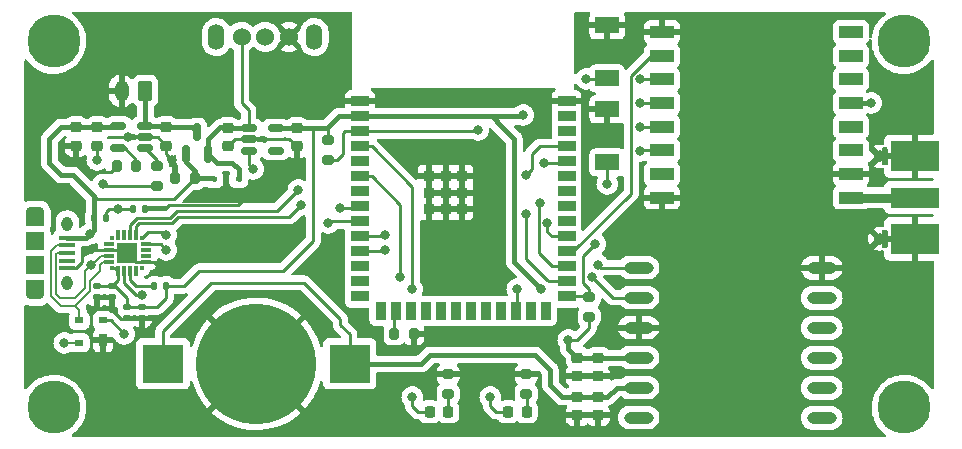
<source format=gtl>
G04 #@! TF.GenerationSoftware,KiCad,Pcbnew,(6.0.7)*
G04 #@! TF.CreationDate,2022-10-05T21:11:47-04:00*
G04 #@! TF.ProjectId,Dogometer_v1,446f676f-6d65-4746-9572-5f76312e6b69,rev?*
G04 #@! TF.SameCoordinates,Original*
G04 #@! TF.FileFunction,Copper,L1,Top*
G04 #@! TF.FilePolarity,Positive*
%FSLAX46Y46*%
G04 Gerber Fmt 4.6, Leading zero omitted, Abs format (unit mm)*
G04 Created by KiCad (PCBNEW (6.0.7)) date 2022-10-05 21:11:47*
%MOMM*%
%LPD*%
G01*
G04 APERTURE LIST*
G04 Aperture macros list*
%AMRoundRect*
0 Rectangle with rounded corners*
0 $1 Rounding radius*
0 $2 $3 $4 $5 $6 $7 $8 $9 X,Y pos of 4 corners*
0 Add a 4 corners polygon primitive as box body*
4,1,4,$2,$3,$4,$5,$6,$7,$8,$9,$2,$3,0*
0 Add four circle primitives for the rounded corners*
1,1,$1+$1,$2,$3*
1,1,$1+$1,$4,$5*
1,1,$1+$1,$6,$7*
1,1,$1+$1,$8,$9*
0 Add four rect primitives between the rounded corners*
20,1,$1+$1,$2,$3,$4,$5,0*
20,1,$1+$1,$4,$5,$6,$7,0*
20,1,$1+$1,$6,$7,$8,$9,0*
20,1,$1+$1,$8,$9,$2,$3,0*%
G04 Aperture macros list end*
G04 #@! TA.AperFunction,SMDPad,CuDef*
%ADD10R,0.600000X0.450000*%
G04 #@! TD*
G04 #@! TA.AperFunction,SMDPad,CuDef*
%ADD11RoundRect,0.150000X0.512500X0.150000X-0.512500X0.150000X-0.512500X-0.150000X0.512500X-0.150000X0*%
G04 #@! TD*
G04 #@! TA.AperFunction,SMDPad,CuDef*
%ADD12RoundRect,0.135000X0.135000X0.185000X-0.135000X0.185000X-0.135000X-0.185000X0.135000X-0.185000X0*%
G04 #@! TD*
G04 #@! TA.AperFunction,SMDPad,CuDef*
%ADD13RoundRect,0.140000X-0.170000X0.140000X-0.170000X-0.140000X0.170000X-0.140000X0.170000X0.140000X0*%
G04 #@! TD*
G04 #@! TA.AperFunction,SMDPad,CuDef*
%ADD14RoundRect,0.225000X-0.250000X0.225000X-0.250000X-0.225000X0.250000X-0.225000X0.250000X0.225000X0*%
G04 #@! TD*
G04 #@! TA.AperFunction,SMDPad,CuDef*
%ADD15R,1.350000X0.400000*%
G04 #@! TD*
G04 #@! TA.AperFunction,ComponentPad*
%ADD16O,1.550000X0.890000*%
G04 #@! TD*
G04 #@! TA.AperFunction,SMDPad,CuDef*
%ADD17R,1.550000X1.500000*%
G04 #@! TD*
G04 #@! TA.AperFunction,SMDPad,CuDef*
%ADD18R,1.550000X1.200000*%
G04 #@! TD*
G04 #@! TA.AperFunction,ComponentPad*
%ADD19O,0.950000X1.250000*%
G04 #@! TD*
G04 #@! TA.AperFunction,SMDPad,CuDef*
%ADD20RoundRect,0.200000X0.200000X0.275000X-0.200000X0.275000X-0.200000X-0.275000X0.200000X-0.275000X0*%
G04 #@! TD*
G04 #@! TA.AperFunction,SMDPad,CuDef*
%ADD21RoundRect,0.218750X0.218750X0.256250X-0.218750X0.256250X-0.218750X-0.256250X0.218750X-0.256250X0*%
G04 #@! TD*
G04 #@! TA.AperFunction,SMDPad,CuDef*
%ADD22RoundRect,0.135000X-0.135000X-0.185000X0.135000X-0.185000X0.135000X0.185000X-0.135000X0.185000X0*%
G04 #@! TD*
G04 #@! TA.AperFunction,SMDPad,CuDef*
%ADD23RoundRect,0.150000X-0.512500X-0.150000X0.512500X-0.150000X0.512500X0.150000X-0.512500X0.150000X0*%
G04 #@! TD*
G04 #@! TA.AperFunction,SMDPad,CuDef*
%ADD24R,0.300000X0.300000*%
G04 #@! TD*
G04 #@! TA.AperFunction,SMDPad,CuDef*
%ADD25R,0.900000X0.300000*%
G04 #@! TD*
G04 #@! TA.AperFunction,SMDPad,CuDef*
%ADD26R,0.300000X0.900000*%
G04 #@! TD*
G04 #@! TA.AperFunction,SMDPad,CuDef*
%ADD27R,1.800000X1.800000*%
G04 #@! TD*
G04 #@! TA.AperFunction,SMDPad,CuDef*
%ADD28R,4.190000X1.780000*%
G04 #@! TD*
G04 #@! TA.AperFunction,ComponentPad*
%ADD29C,0.970000*%
G04 #@! TD*
G04 #@! TA.AperFunction,SMDPad,CuDef*
%ADD30R,4.190000X2.665000*%
G04 #@! TD*
G04 #@! TA.AperFunction,SMDPad,CuDef*
%ADD31R,0.890000X0.460000*%
G04 #@! TD*
G04 #@! TA.AperFunction,SMDPad,CuDef*
%ADD32RoundRect,0.200000X0.275000X-0.200000X0.275000X0.200000X-0.275000X0.200000X-0.275000X-0.200000X0*%
G04 #@! TD*
G04 #@! TA.AperFunction,ComponentPad*
%ADD33C,1.524000*%
G04 #@! TD*
G04 #@! TA.AperFunction,ComponentPad*
%ADD34O,1.400000X2.200000*%
G04 #@! TD*
G04 #@! TA.AperFunction,SMDPad,CuDef*
%ADD35O,2.500000X1.000000*%
G04 #@! TD*
G04 #@! TA.AperFunction,SMDPad,CuDef*
%ADD36R,1.500000X0.900000*%
G04 #@! TD*
G04 #@! TA.AperFunction,SMDPad,CuDef*
%ADD37R,0.900000X1.500000*%
G04 #@! TD*
G04 #@! TA.AperFunction,SMDPad,CuDef*
%ADD38R,0.900000X0.900000*%
G04 #@! TD*
G04 #@! TA.AperFunction,SMDPad,CuDef*
%ADD39R,0.700000X1.000000*%
G04 #@! TD*
G04 #@! TA.AperFunction,SMDPad,CuDef*
%ADD40R,0.700000X0.600000*%
G04 #@! TD*
G04 #@! TA.AperFunction,SMDPad,CuDef*
%ADD41RoundRect,0.200000X-0.275000X0.200000X-0.275000X-0.200000X0.275000X-0.200000X0.275000X0.200000X0*%
G04 #@! TD*
G04 #@! TA.AperFunction,SMDPad,CuDef*
%ADD42R,2.000000X1.350000*%
G04 #@! TD*
G04 #@! TA.AperFunction,SMDPad,CuDef*
%ADD43R,3.500000X3.300000*%
G04 #@! TD*
G04 #@! TA.AperFunction,SMDPad,CuDef*
%ADD44C,10.200000*%
G04 #@! TD*
G04 #@! TA.AperFunction,SMDPad,CuDef*
%ADD45R,2.000000X1.000000*%
G04 #@! TD*
G04 #@! TA.AperFunction,SMDPad,CuDef*
%ADD46RoundRect,0.218750X0.256250X-0.218750X0.256250X0.218750X-0.256250X0.218750X-0.256250X-0.218750X0*%
G04 #@! TD*
G04 #@! TA.AperFunction,ComponentPad*
%ADD47RoundRect,0.250000X0.350000X0.625000X-0.350000X0.625000X-0.350000X-0.625000X0.350000X-0.625000X0*%
G04 #@! TD*
G04 #@! TA.AperFunction,ComponentPad*
%ADD48O,1.200000X1.750000*%
G04 #@! TD*
G04 #@! TA.AperFunction,SMDPad,CuDef*
%ADD49RoundRect,0.150000X0.150000X-0.587500X0.150000X0.587500X-0.150000X0.587500X-0.150000X-0.587500X0*%
G04 #@! TD*
G04 #@! TA.AperFunction,ViaPad*
%ADD50C,0.800000*%
G04 #@! TD*
G04 #@! TA.AperFunction,ViaPad*
%ADD51C,4.500000*%
G04 #@! TD*
G04 #@! TA.AperFunction,Conductor*
%ADD52C,0.400000*%
G04 #@! TD*
G04 #@! TA.AperFunction,Conductor*
%ADD53C,0.250000*%
G04 #@! TD*
G04 #@! TA.AperFunction,Conductor*
%ADD54C,0.200000*%
G04 #@! TD*
G04 #@! TA.AperFunction,Conductor*
%ADD55C,0.800000*%
G04 #@! TD*
G04 APERTURE END LIST*
D10*
X124748000Y-99695000D03*
X122648000Y-99695000D03*
D11*
X116840000Y-97072000D03*
X116840000Y-96122000D03*
X116840000Y-95172000D03*
X114565000Y-95172000D03*
X114565000Y-97072000D03*
D12*
X118622000Y-108732000D03*
X117602000Y-108732000D03*
D13*
X115316000Y-110510000D03*
X115316000Y-111470000D03*
D14*
X110998000Y-95294000D03*
X110998000Y-96844000D03*
X155194000Y-114808000D03*
X155194000Y-116358000D03*
D15*
X110236000Y-104638000D03*
X110236000Y-105288000D03*
X110236000Y-105938000D03*
X110236000Y-106588000D03*
X110236000Y-107238000D03*
D16*
X107536000Y-102438000D03*
D17*
X107536000Y-104938000D03*
D18*
X107536000Y-108838000D03*
D19*
X110236000Y-108438000D03*
D17*
X107536000Y-106938000D03*
D19*
X110236000Y-103438000D03*
D18*
X107536000Y-103038000D03*
D16*
X107536000Y-109438000D03*
D20*
X139572000Y-112776000D03*
X137922000Y-112776000D03*
D21*
X149123500Y-119380000D03*
X147548500Y-119380000D03*
D14*
X155194000Y-118110000D03*
X155194000Y-119660000D03*
D22*
X115820000Y-102172000D03*
X116840000Y-102172000D03*
D23*
X125608500Y-95360000D03*
X125608500Y-96310000D03*
X125608500Y-97260000D03*
X127883500Y-97260000D03*
X127883500Y-95360000D03*
D24*
X114066000Y-104688000D03*
D25*
X113766000Y-105188000D03*
X113766000Y-105688000D03*
X113766000Y-106188000D03*
X113766000Y-106688000D03*
D24*
X114066000Y-107188000D03*
D26*
X114566000Y-107488000D03*
X115066000Y-107488000D03*
X115566000Y-107488000D03*
X116066000Y-107488000D03*
D24*
X116566000Y-107188000D03*
D25*
X116866000Y-106688000D03*
X116866000Y-106188000D03*
X116866000Y-105688000D03*
X116866000Y-105188000D03*
D24*
X116566000Y-104688000D03*
D26*
X116066000Y-104388000D03*
X115566000Y-104388000D03*
X115066000Y-104388000D03*
X114566000Y-104388000D03*
D27*
X115316000Y-105938000D03*
D14*
X118618000Y-95281000D03*
X118618000Y-96831000D03*
X129672500Y-95360000D03*
X129672500Y-96910000D03*
D13*
X114046000Y-108732000D03*
X114046000Y-109692000D03*
D28*
X182000000Y-101234000D03*
D29*
X179015000Y-104726500D03*
D30*
X182000000Y-97741500D03*
D31*
X179460000Y-104726500D03*
D30*
X182000000Y-104726500D03*
D29*
X179015000Y-97741500D03*
D31*
X179460000Y-97741500D03*
D32*
X154432000Y-111315000D03*
X154432000Y-109665000D03*
X149098000Y-117856000D03*
X149098000Y-116206000D03*
D33*
X125000000Y-87630000D03*
X127000000Y-87630000D03*
X129000000Y-87630000D03*
D34*
X131150000Y-87630000D03*
X122850000Y-87630000D03*
D22*
X112522000Y-102934000D03*
X113542000Y-102934000D03*
D14*
X123830500Y-95360000D03*
X123830500Y-96910000D03*
D20*
X116078000Y-98552000D03*
X114428000Y-98552000D03*
D35*
X158616000Y-107158000D03*
X158616000Y-109698000D03*
X158616000Y-112238000D03*
X158616000Y-114778000D03*
X158616000Y-117318000D03*
X158616000Y-119858000D03*
X174116000Y-119888000D03*
X174116000Y-117348000D03*
X174116000Y-114808000D03*
X174116000Y-112268000D03*
X174116000Y-109728000D03*
X174116000Y-107188000D03*
D14*
X153416000Y-114795000D03*
X153416000Y-116345000D03*
D36*
X135014000Y-93086000D03*
X135014000Y-94356000D03*
X135014000Y-95626000D03*
X135014000Y-96896000D03*
X135014000Y-98166000D03*
X135014000Y-99436000D03*
X135014000Y-100706000D03*
X135014000Y-101976000D03*
X135014000Y-103246000D03*
X135014000Y-104516000D03*
X135014000Y-105786000D03*
X135014000Y-107056000D03*
X135014000Y-108326000D03*
X135014000Y-109596000D03*
D37*
X136779000Y-110846000D03*
X138049000Y-110846000D03*
X139319000Y-110846000D03*
X140589000Y-110846000D03*
X141859000Y-110846000D03*
X143129000Y-110846000D03*
X144399000Y-110846000D03*
X145669000Y-110846000D03*
X146939000Y-110846000D03*
X148209000Y-110846000D03*
X149479000Y-110846000D03*
X150749000Y-110846000D03*
D36*
X152514000Y-109596000D03*
X152514000Y-108326000D03*
X152514000Y-107056000D03*
X152514000Y-105786000D03*
X152514000Y-104516000D03*
X152514000Y-103246000D03*
X152514000Y-101976000D03*
X152514000Y-100706000D03*
X152514000Y-99436000D03*
X152514000Y-98166000D03*
X152514000Y-96896000D03*
X152514000Y-95626000D03*
X152514000Y-94356000D03*
X152514000Y-93086000D03*
D38*
X143664000Y-102206000D03*
X142264000Y-99406000D03*
X140864000Y-102206000D03*
X142264000Y-102206000D03*
X142264000Y-100806000D03*
X140864000Y-99406000D03*
X143664000Y-100806000D03*
X143664000Y-99406000D03*
X140864000Y-100806000D03*
D20*
X121030000Y-99612000D03*
X119380000Y-99612000D03*
D32*
X142494000Y-117856000D03*
X142494000Y-116206000D03*
D39*
X113268000Y-113336000D03*
D40*
X113268000Y-111636000D03*
X111268000Y-111636000D03*
X111268000Y-113536000D03*
D41*
X132334000Y-96394000D03*
X132334000Y-98044000D03*
D42*
X155956000Y-93762000D03*
X155956000Y-98262000D03*
D43*
X118338000Y-115316000D03*
X134138000Y-115316000D03*
D44*
X126238000Y-115316000D03*
D13*
X112776000Y-108732000D03*
X112776000Y-109692000D03*
D14*
X153416000Y-118110000D03*
X153416000Y-119660000D03*
D45*
X160603000Y-87234000D03*
X160603000Y-89234000D03*
X160603000Y-91234000D03*
X160603000Y-93234000D03*
X160603000Y-95234000D03*
X160603000Y-97234000D03*
X160603000Y-99234000D03*
X160603000Y-101234000D03*
X176603000Y-101234000D03*
X176603000Y-99234000D03*
X176603000Y-97234000D03*
X176603000Y-95234000D03*
X176603000Y-93234000D03*
X176603000Y-91234000D03*
X176603000Y-89234000D03*
X176603000Y-87234000D03*
D46*
X112776000Y-96869000D03*
X112776000Y-95294000D03*
D13*
X116586000Y-110510000D03*
X116586000Y-111470000D03*
D47*
X116840000Y-92202000D03*
D48*
X114840000Y-92202000D03*
D42*
X155956000Y-91150000D03*
X155956000Y-86650000D03*
D21*
X142494000Y-119380000D03*
X140919000Y-119380000D03*
D32*
X117856000Y-100246000D03*
X117856000Y-98596000D03*
D49*
X120274000Y-97580000D03*
X122174000Y-97580000D03*
X121224000Y-95705000D03*
D50*
X151130000Y-119380000D03*
X166370000Y-119380000D03*
X166370000Y-116840000D03*
X166366000Y-114300000D03*
X166366000Y-111760000D03*
X166370000Y-109220000D03*
X166370000Y-106680000D03*
X166370000Y-104140000D03*
X181610000Y-92710000D03*
X181610000Y-111760000D03*
X130810000Y-91440000D03*
X107950000Y-92710000D03*
X115570000Y-119380000D03*
X135890000Y-119380000D03*
X146050000Y-101600000D03*
X146050000Y-107950000D03*
X142240000Y-107950000D03*
X167640000Y-88900000D03*
X167640000Y-93980000D03*
X167640000Y-99060000D03*
X172720000Y-99060000D03*
X172720000Y-93980000D03*
X172720000Y-88900000D03*
X162560000Y-88900000D03*
X162560000Y-93980000D03*
X162560000Y-99060000D03*
X157480000Y-104140000D03*
X177800000Y-116840000D03*
X177800000Y-114300000D03*
X177800000Y-111760000D03*
X177800000Y-109220000D03*
X177800000Y-106680000D03*
X175260000Y-104140000D03*
X170180000Y-104140000D03*
X162560000Y-104140000D03*
X170180000Y-106680000D03*
X170180000Y-109220000D03*
X170180000Y-111760000D03*
X170180000Y-114300000D03*
X170180000Y-116840000D03*
X170180000Y-119380000D03*
X162560000Y-119380000D03*
X162560000Y-116840000D03*
X162560000Y-114300000D03*
X162560000Y-111760000D03*
X162560000Y-109220000D03*
X162560000Y-106680000D03*
D51*
X181100000Y-88000000D03*
X181100000Y-119000000D03*
X109100000Y-119000000D03*
X109100000Y-88000000D03*
D50*
X149860000Y-95758000D03*
X111418684Y-98333082D03*
X119126000Y-98044000D03*
X146304000Y-96774000D03*
X125476000Y-101092000D03*
X118110000Y-107188000D03*
X115406337Y-96133763D03*
X152654000Y-113284000D03*
X150368000Y-108966000D03*
X178308000Y-93218000D03*
X148844000Y-94234000D03*
X115062000Y-112776000D03*
X112173000Y-104299000D03*
X112268000Y-106934000D03*
X109982000Y-113538000D03*
X112776000Y-98044000D03*
X113284000Y-100076000D03*
X139446000Y-118110000D03*
X139446000Y-108966000D03*
X146050000Y-118110000D03*
X138430000Y-107950000D03*
X116586000Y-109494000D03*
X114554000Y-102172000D03*
X154940000Y-105156000D03*
X155956000Y-100076000D03*
X154178000Y-91186000D03*
X145034000Y-95504000D03*
X125984000Y-98806000D03*
X118618000Y-105664000D03*
X133350000Y-102108000D03*
X132334000Y-103378000D03*
X118618000Y-104394000D03*
X149098000Y-99314000D03*
X130048000Y-101854000D03*
X150622000Y-98298000D03*
X129794000Y-100584000D03*
X149098000Y-102616000D03*
X158750000Y-91186000D03*
X158750000Y-93218000D03*
X150241000Y-101727000D03*
X158750000Y-95250000D03*
X150876000Y-103378000D03*
X148336000Y-108966000D03*
X158750000Y-97282000D03*
X137160000Y-104394000D03*
X155194000Y-106934000D03*
X137160000Y-105664000D03*
X154686000Y-107950000D03*
D52*
X122892000Y-98298000D02*
X122174000Y-97580000D01*
X124748000Y-98840000D02*
X124206000Y-98298000D01*
X124206000Y-98298000D02*
X122892000Y-98298000D01*
X124748000Y-99695000D02*
X124748000Y-98840000D01*
X122565000Y-99612000D02*
X122648000Y-99695000D01*
X121030000Y-99612000D02*
X122565000Y-99612000D01*
X152146000Y-118110000D02*
X153416000Y-118110000D01*
X155194000Y-118110000D02*
X155956000Y-118110000D01*
X134138000Y-115316000D02*
X140208000Y-115316000D01*
D53*
X118338000Y-112548000D02*
X122428000Y-108458000D01*
D52*
X140208000Y-115316000D02*
X140970000Y-114554000D01*
D53*
X118338000Y-115316000D02*
X118338000Y-112548000D01*
D52*
X155956000Y-118110000D02*
X156748000Y-117318000D01*
X156748000Y-117318000D02*
X158616000Y-117318000D01*
X149860000Y-114554000D02*
X151130000Y-115824000D01*
X140970000Y-114554000D02*
X149860000Y-114554000D01*
D53*
X133350000Y-112014000D02*
X134138000Y-112802000D01*
X122428000Y-108458000D02*
X130302000Y-108458000D01*
X134138000Y-112802000D02*
X134138000Y-115316000D01*
X130302000Y-108458000D02*
X133350000Y-111506000D01*
X133350000Y-111506000D02*
X133350000Y-112014000D01*
D52*
X151130000Y-115824000D02*
X151130000Y-117094000D01*
X153416000Y-118110000D02*
X155194000Y-118110000D01*
X151130000Y-117094000D02*
X152146000Y-118110000D01*
D53*
X129032000Y-96266000D02*
X125652500Y-96266000D01*
X114428000Y-98552000D02*
X113920000Y-99060000D01*
X124460000Y-96266000D02*
X125564500Y-96266000D01*
X113920000Y-99060000D02*
X112145602Y-99060000D01*
X123830500Y-96910000D02*
X123830500Y-96895500D01*
X114046000Y-109692000D02*
X114046000Y-110744000D01*
X124714000Y-101854000D02*
X125476000Y-101092000D01*
X117610000Y-106688000D02*
X118110000Y-107188000D01*
X111506000Y-105918000D02*
X111736000Y-105688000D01*
X118618000Y-96831000D02*
X118618000Y-97536000D01*
X114808000Y-111506000D02*
X115280000Y-111506000D01*
X116866000Y-106688000D02*
X116066000Y-106688000D01*
X111736000Y-105688000D02*
X113766000Y-105688000D01*
X111506000Y-106680000D02*
X111506000Y-105918000D01*
X116840000Y-102172000D02*
X118554000Y-102172000D01*
X116866000Y-106688000D02*
X117610000Y-106688000D01*
X115316000Y-111470000D02*
X116586000Y-111470000D01*
X114046000Y-110744000D02*
X114808000Y-111506000D01*
X115280000Y-111506000D02*
X115316000Y-111470000D01*
X120650000Y-101854000D02*
X124714000Y-101854000D01*
X125564500Y-96266000D02*
X125608500Y-96310000D01*
X110236000Y-107238000D02*
X110948000Y-107238000D01*
X118554000Y-102172000D02*
X118872000Y-101854000D01*
X118618000Y-97536000D02*
X119126000Y-98044000D01*
X112145602Y-99060000D02*
X111418684Y-98333082D01*
X112776000Y-109692000D02*
X114046000Y-109692000D01*
X129672500Y-96910000D02*
X129672500Y-96906500D01*
X115066000Y-105688000D02*
X115316000Y-105938000D01*
X123830500Y-96895500D02*
X124460000Y-96266000D01*
X110948000Y-107238000D02*
X111506000Y-106680000D01*
X117909000Y-96122000D02*
X118618000Y-96831000D01*
X125652500Y-96266000D02*
X125608500Y-96310000D01*
X116066000Y-106688000D02*
X115316000Y-105938000D01*
X113766000Y-105688000D02*
X115066000Y-105688000D01*
X116840000Y-96122000D02*
X117909000Y-96122000D01*
X118872000Y-101854000D02*
X120650000Y-101854000D01*
X129672500Y-96906500D02*
X129032000Y-96266000D01*
D52*
X176603000Y-93234000D02*
X178292000Y-93234000D01*
X131208000Y-95360000D02*
X132224000Y-95360000D01*
X148082000Y-96266000D02*
X148082000Y-106680000D01*
D53*
X132334000Y-96394000D02*
X132334000Y-95250000D01*
X114566000Y-107488000D02*
X114566000Y-108212000D01*
X128524000Y-107442000D02*
X131064000Y-104902000D01*
D52*
X132461000Y-95123000D02*
X133228000Y-94356000D01*
D53*
X116586000Y-110510000D02*
X117856000Y-110510000D01*
D52*
X129672500Y-95360000D02*
X131208000Y-95360000D01*
X158586000Y-114808000D02*
X158616000Y-114778000D01*
D53*
X114266000Y-107188000D02*
X114566000Y-107488000D01*
X115316000Y-110510000D02*
X116586000Y-110510000D01*
X152654000Y-113284000D02*
X153416000Y-113284000D01*
X131064000Y-104902000D02*
X131064000Y-95504000D01*
D52*
X148082000Y-106680000D02*
X150368000Y-108966000D01*
X147066000Y-95250000D02*
X148082000Y-96266000D01*
D53*
X115316000Y-109748000D02*
X115316000Y-110510000D01*
D52*
X152654000Y-114033000D02*
X153416000Y-114795000D01*
D53*
X112776000Y-108732000D02*
X114046000Y-108732000D01*
X121412000Y-107442000D02*
X128524000Y-107442000D01*
X117856000Y-110510000D02*
X118622000Y-109744000D01*
D52*
X152654000Y-113284000D02*
X152654000Y-114033000D01*
D53*
X131064000Y-95504000D02*
X131208000Y-95360000D01*
X114300000Y-108732000D02*
X114046000Y-108732000D01*
D52*
X146172000Y-94356000D02*
X148722000Y-94356000D01*
D53*
X154432000Y-112268000D02*
X154432000Y-111315000D01*
X118622000Y-109744000D02*
X118622000Y-108732000D01*
X118622000Y-108732000D02*
X120122000Y-108732000D01*
D52*
X146172000Y-94356000D02*
X147066000Y-95250000D01*
X135014000Y-94356000D02*
X146172000Y-94356000D01*
D53*
X132334000Y-95250000D02*
X132461000Y-95123000D01*
D52*
X155194000Y-114808000D02*
X158586000Y-114808000D01*
D53*
X114566000Y-108212000D02*
X114046000Y-108732000D01*
D52*
X178292000Y-93234000D02*
X178308000Y-93218000D01*
X132224000Y-95360000D02*
X132461000Y-95123000D01*
X153416000Y-114795000D02*
X155181000Y-114795000D01*
X155181000Y-114795000D02*
X155194000Y-114808000D01*
D53*
X114066000Y-107188000D02*
X114266000Y-107188000D01*
X120122000Y-108732000D02*
X121412000Y-107442000D01*
D52*
X127883500Y-95360000D02*
X129672500Y-95360000D01*
D53*
X153416000Y-113284000D02*
X154432000Y-112268000D01*
D52*
X133228000Y-94356000D02*
X135014000Y-94356000D01*
X148722000Y-94356000D02*
X148844000Y-94234000D01*
D53*
X115316000Y-109748000D02*
X114300000Y-108732000D01*
D52*
X114443000Y-95294000D02*
X114565000Y-95172000D01*
D53*
X121030000Y-99612000D02*
X119296000Y-101346000D01*
D52*
X109728000Y-95250000D02*
X110954000Y-95250000D01*
X110954000Y-95250000D02*
X110998000Y-95294000D01*
X108712000Y-98298000D02*
X108712000Y-96266000D01*
X110998000Y-95294000D02*
X112776000Y-95294000D01*
X112522000Y-103950000D02*
X112522000Y-102934000D01*
X112522000Y-101092000D02*
X110744000Y-99314000D01*
D53*
X115062000Y-112776000D02*
X113922000Y-111636000D01*
D52*
X110236000Y-104638000D02*
X111834000Y-104638000D01*
D53*
X119296000Y-101346000D02*
X112776000Y-101346000D01*
D52*
X121030000Y-99612000D02*
X121030000Y-98976000D01*
D53*
X113922000Y-111636000D02*
X113268000Y-111636000D01*
D52*
X108712000Y-96266000D02*
X109728000Y-95250000D01*
D53*
X112776000Y-101346000D02*
X112522000Y-101092000D01*
D52*
X112173000Y-104299000D02*
X112522000Y-103950000D01*
X111834000Y-104638000D02*
X112173000Y-104299000D01*
X109728000Y-99314000D02*
X108712000Y-98298000D01*
X121030000Y-98976000D02*
X120274000Y-98220000D01*
X112522000Y-102934000D02*
X112522000Y-101092000D01*
X120274000Y-98220000D02*
X120274000Y-97580000D01*
X112776000Y-95294000D02*
X114443000Y-95294000D01*
X110744000Y-99314000D02*
X109728000Y-99314000D01*
X116840000Y-92202000D02*
X116840000Y-95172000D01*
X118618000Y-95281000D02*
X120800000Y-95281000D01*
X116840000Y-95172000D02*
X118509000Y-95172000D01*
X118509000Y-95172000D02*
X118618000Y-95281000D01*
X120800000Y-95281000D02*
X121224000Y-95705000D01*
X122174000Y-96310000D02*
X123190000Y-95294000D01*
D53*
X125608500Y-93858500D02*
X125608500Y-95360000D01*
D52*
X123764500Y-95294000D02*
X123830500Y-95360000D01*
D53*
X125000000Y-93250000D02*
X125608500Y-93858500D01*
D52*
X123830500Y-95360000D02*
X125608500Y-95360000D01*
X123190000Y-95294000D02*
X123764500Y-95294000D01*
X122174000Y-97580000D02*
X122174000Y-96310000D01*
D53*
X125000000Y-87630000D02*
X125000000Y-93250000D01*
D54*
X113276000Y-106688000D02*
X113766000Y-106688000D01*
X113030000Y-106934000D02*
X113276000Y-106688000D01*
X112141000Y-108331000D02*
X113030000Y-107442000D01*
X113030000Y-107442000D02*
X113030000Y-106934000D01*
X108861000Y-105788000D02*
X108861000Y-109573686D01*
X112141000Y-109113000D02*
X112141000Y-108331000D01*
X110871000Y-110383000D02*
X111268000Y-110780000D01*
X110871000Y-110383000D02*
X112141000Y-109113000D01*
X109361000Y-105288000D02*
X108861000Y-105788000D01*
X111268000Y-110780000D02*
X111268000Y-111636000D01*
X110236000Y-105288000D02*
X109361000Y-105288000D01*
X108861000Y-109573686D02*
X109670314Y-110383000D01*
X109670314Y-110383000D02*
X110871000Y-110383000D01*
X109982000Y-113538000D02*
X111266000Y-113538000D01*
X112268000Y-106934000D02*
X111741000Y-107461000D01*
X109261000Y-106038000D02*
X109361000Y-105938000D01*
X111741000Y-107461000D02*
X111741000Y-108878000D01*
X109261000Y-109408000D02*
X109261000Y-106038000D01*
X113766000Y-106188000D02*
X113066000Y-106188000D01*
X110871000Y-109748000D02*
X109601000Y-109748000D01*
X113066000Y-106188000D02*
X112320000Y-106934000D01*
X112320000Y-106934000D02*
X112268000Y-106934000D01*
X109601000Y-109748000D02*
X109261000Y-109408000D01*
X109361000Y-105938000D02*
X110236000Y-105938000D01*
X111266000Y-113538000D02*
X111268000Y-113536000D01*
X111741000Y-108878000D02*
X110871000Y-109748000D01*
D53*
X117728000Y-100374000D02*
X117856000Y-100246000D01*
X117856000Y-100246000D02*
X113454000Y-100246000D01*
X113454000Y-100246000D02*
X113284000Y-100076000D01*
X112776000Y-98044000D02*
X112776000Y-96869000D01*
X142494000Y-119380000D02*
X142494000Y-117856000D01*
X139446000Y-100328000D02*
X139446000Y-108966000D01*
X135014000Y-96896000D02*
X136014000Y-96896000D01*
X136014000Y-96896000D02*
X139446000Y-100328000D01*
X139954000Y-119380000D02*
X140919000Y-119380000D01*
X139446000Y-118110000D02*
X139446000Y-118872000D01*
X139446000Y-118872000D02*
X139954000Y-119380000D01*
X149123500Y-119380000D02*
X149123500Y-117881500D01*
X149123500Y-117881500D02*
X149098000Y-117856000D01*
X146050000Y-118872000D02*
X146558000Y-119380000D01*
X135014000Y-99436000D02*
X136014000Y-99436000D01*
X138430000Y-101852000D02*
X138430000Y-107950000D01*
X136014000Y-99436000D02*
X138430000Y-101852000D01*
X146558000Y-119380000D02*
X147548500Y-119380000D01*
X146050000Y-118110000D02*
X146050000Y-118872000D01*
D55*
X181888000Y-101234000D02*
X182000000Y-101346000D01*
X176603000Y-101234000D02*
X181888000Y-101234000D01*
D53*
X113542000Y-102934000D02*
X113542000Y-102422000D01*
X113792000Y-102172000D02*
X114554000Y-102172000D01*
X116078000Y-109494000D02*
X115066000Y-108482000D01*
X116586000Y-109494000D02*
X116078000Y-109494000D01*
X114554000Y-102172000D02*
X115820000Y-102172000D01*
X113542000Y-102422000D02*
X113792000Y-102172000D01*
X115066000Y-108482000D02*
X115066000Y-107488000D01*
X115566000Y-108238000D02*
X116060000Y-108732000D01*
X115566000Y-107488000D02*
X115566000Y-108238000D01*
X116060000Y-108732000D02*
X117602000Y-108732000D01*
X116078000Y-98044000D02*
X116078000Y-98552000D01*
X115106000Y-97072000D02*
X116078000Y-98044000D01*
X114565000Y-97072000D02*
X115106000Y-97072000D01*
X114554000Y-97083000D02*
X114565000Y-97072000D01*
X117856000Y-98596000D02*
X117856000Y-98088000D01*
X117856000Y-98088000D02*
X116840000Y-97072000D01*
X154432000Y-108966000D02*
X153924000Y-108458000D01*
X153924000Y-108458000D02*
X153924000Y-106172000D01*
X153924000Y-106172000D02*
X154940000Y-105156000D01*
X155956000Y-100076000D02*
X155956000Y-98262000D01*
X154432000Y-109665000D02*
X154432000Y-108966000D01*
X154363000Y-109596000D02*
X154432000Y-109665000D01*
X152514000Y-109596000D02*
X154363000Y-109596000D01*
X133604000Y-95758000D02*
X133604000Y-97536000D01*
X144912000Y-95626000D02*
X145034000Y-95504000D01*
X154178000Y-91186000D02*
X155920000Y-91186000D01*
X133604000Y-97536000D02*
X133096000Y-98044000D01*
X133736000Y-95626000D02*
X133604000Y-95758000D01*
X155920000Y-91186000D02*
X155956000Y-91150000D01*
X133096000Y-98044000D02*
X132334000Y-98044000D01*
X135014000Y-95626000D02*
X133736000Y-95626000D01*
X135014000Y-95626000D02*
X144912000Y-95626000D01*
X137922000Y-112776000D02*
X137922000Y-110973000D01*
X137922000Y-110973000D02*
X138049000Y-110846000D01*
X125608500Y-97260000D02*
X125608500Y-98430500D01*
X125608500Y-98430500D02*
X125984000Y-98806000D01*
X133350000Y-102108000D02*
X134882000Y-102108000D01*
X116866000Y-105188000D02*
X118142000Y-105188000D01*
X118142000Y-105188000D02*
X118618000Y-105664000D01*
X134882000Y-102108000D02*
X135014000Y-101976000D01*
X135014000Y-103246000D02*
X132466000Y-103246000D01*
X117348000Y-104140000D02*
X118364000Y-104140000D01*
X117114000Y-104140000D02*
X117348000Y-104140000D01*
X116566000Y-104688000D02*
X117114000Y-104140000D01*
X132466000Y-103246000D02*
X132334000Y-103378000D01*
X118364000Y-104140000D02*
X118618000Y-104394000D01*
X119126000Y-103378000D02*
X119634000Y-102870000D01*
X119106000Y-103398000D02*
X119126000Y-103378000D01*
X129032000Y-102870000D02*
X130048000Y-101854000D01*
X119634000Y-102870000D02*
X128778000Y-102870000D01*
X116066000Y-104388000D02*
X116066000Y-103664000D01*
X149606000Y-98806000D02*
X149606000Y-97536000D01*
X150246000Y-96896000D02*
X152514000Y-96896000D01*
X149098000Y-99314000D02*
X149606000Y-98806000D01*
X128778000Y-102870000D02*
X129032000Y-102870000D01*
X116066000Y-103664000D02*
X116332000Y-103398000D01*
X116332000Y-103398000D02*
X119106000Y-103398000D01*
X149606000Y-97536000D02*
X150246000Y-96896000D01*
X119505604Y-102362000D02*
X128016000Y-102362000D01*
X115566000Y-104388000D02*
X115566000Y-103527604D01*
X150622000Y-98298000D02*
X152382000Y-98298000D01*
X116145604Y-102948000D02*
X118919604Y-102948000D01*
X152382000Y-98298000D02*
X152514000Y-98166000D01*
X118919604Y-102948000D02*
X119505604Y-102362000D01*
X128016000Y-102362000D02*
X129794000Y-100584000D01*
X115566000Y-103527604D02*
X116145604Y-102948000D01*
X153094000Y-105786000D02*
X152514000Y-105786000D01*
X160603000Y-89234000D02*
X159676695Y-89234000D01*
X157988000Y-90922695D02*
X157988000Y-100892000D01*
X159676695Y-89234000D02*
X157988000Y-90922695D01*
X157988000Y-100892000D02*
X153094000Y-105786000D01*
X152514000Y-108326000D02*
X150998000Y-108326000D01*
X149098000Y-106426000D02*
X149098000Y-102616000D01*
X150876000Y-108204000D02*
X149098000Y-106426000D01*
X160555000Y-91186000D02*
X160603000Y-91234000D01*
X158750000Y-91186000D02*
X160555000Y-91186000D01*
X150998000Y-108326000D02*
X150876000Y-108204000D01*
X150241000Y-101727000D02*
X150151000Y-101817000D01*
X150151000Y-101817000D02*
X150151000Y-105955000D01*
X160603000Y-93234000D02*
X158766000Y-93234000D01*
X151252000Y-107056000D02*
X152514000Y-107056000D01*
X158766000Y-93234000D02*
X158750000Y-93218000D01*
X150151000Y-105955000D02*
X151252000Y-107056000D01*
X150876000Y-103378000D02*
X150876000Y-104140000D01*
X150876000Y-104140000D02*
X151252000Y-104516000D01*
X151252000Y-104516000D02*
X152514000Y-104516000D01*
X158766000Y-95234000D02*
X158750000Y-95250000D01*
X160603000Y-95234000D02*
X158766000Y-95234000D01*
X148336000Y-110719000D02*
X148209000Y-110846000D01*
X158798000Y-97234000D02*
X158750000Y-97282000D01*
X160603000Y-97234000D02*
X158798000Y-97234000D01*
X148336000Y-108966000D02*
X148336000Y-110719000D01*
X135014000Y-104516000D02*
X137038000Y-104516000D01*
X155418000Y-107158000D02*
X158616000Y-107158000D01*
X155194000Y-106934000D02*
X155418000Y-107158000D01*
X137038000Y-104516000D02*
X137160000Y-104394000D01*
X154686000Y-107950000D02*
X156434000Y-109698000D01*
X137038000Y-105786000D02*
X137160000Y-105664000D01*
X156434000Y-109698000D02*
X158616000Y-109698000D01*
X135014000Y-105786000D02*
X137038000Y-105786000D01*
G04 #@! TA.AperFunction,Conductor*
G36*
X154486968Y-85528502D02*
G01*
X154533461Y-85582158D01*
X154543565Y-85652432D01*
X154519673Y-85710066D01*
X154511212Y-85721356D01*
X154502676Y-85736946D01*
X154457522Y-85857394D01*
X154453895Y-85872649D01*
X154448369Y-85923514D01*
X154448000Y-85930328D01*
X154448000Y-86377885D01*
X154452475Y-86393124D01*
X154453865Y-86394329D01*
X154461548Y-86396000D01*
X157445884Y-86396000D01*
X157461123Y-86391525D01*
X157462328Y-86390135D01*
X157463999Y-86382452D01*
X157463999Y-85930331D01*
X157463629Y-85923510D01*
X157458105Y-85872648D01*
X157454479Y-85857396D01*
X157409324Y-85736946D01*
X157400788Y-85721356D01*
X157392327Y-85710066D01*
X157367479Y-85643560D01*
X157382531Y-85574177D01*
X157432705Y-85523947D01*
X157493153Y-85508500D01*
X179443857Y-85508500D01*
X179511978Y-85528502D01*
X179558471Y-85582158D01*
X179568575Y-85652432D01*
X179539081Y-85717012D01*
X179520822Y-85734261D01*
X179283316Y-85917496D01*
X179046288Y-86150829D01*
X178839009Y-86410949D01*
X178664481Y-86694086D01*
X178525232Y-86996140D01*
X178524073Y-86999740D01*
X178524070Y-86999747D01*
X178440913Y-87257978D01*
X178423280Y-87312735D01*
X178422561Y-87316451D01*
X178422559Y-87316459D01*
X178404744Y-87408537D01*
X178361897Y-87630000D01*
X178361206Y-87633569D01*
X178328628Y-87696650D01*
X178267118Y-87732104D01*
X178196204Y-87728676D01*
X178138402Y-87687452D01*
X178112062Y-87621522D01*
X178111500Y-87609635D01*
X178111500Y-86685866D01*
X178104745Y-86623684D01*
X178053615Y-86487295D01*
X177966261Y-86370739D01*
X177849705Y-86283385D01*
X177713316Y-86232255D01*
X177651134Y-86225500D01*
X175554866Y-86225500D01*
X175492684Y-86232255D01*
X175356295Y-86283385D01*
X175239739Y-86370739D01*
X175152385Y-86487295D01*
X175101255Y-86623684D01*
X175094500Y-86685866D01*
X175094500Y-87782134D01*
X175101255Y-87844316D01*
X175152385Y-87980705D01*
X175239739Y-88097261D01*
X175287660Y-88133176D01*
X175330173Y-88190033D01*
X175335199Y-88260851D01*
X175301139Y-88323145D01*
X175287670Y-88334817D01*
X175239739Y-88370739D01*
X175152385Y-88487295D01*
X175101255Y-88623684D01*
X175094500Y-88685866D01*
X175094500Y-89782134D01*
X175101255Y-89844316D01*
X175152385Y-89980705D01*
X175239739Y-90097261D01*
X175287660Y-90133176D01*
X175330173Y-90190033D01*
X175335199Y-90260851D01*
X175301139Y-90323145D01*
X175287670Y-90334817D01*
X175239739Y-90370739D01*
X175152385Y-90487295D01*
X175101255Y-90623684D01*
X175094500Y-90685866D01*
X175094500Y-91782134D01*
X175101255Y-91844316D01*
X175152385Y-91980705D01*
X175239739Y-92097261D01*
X175287660Y-92133176D01*
X175330173Y-92190033D01*
X175335199Y-92260851D01*
X175301139Y-92323145D01*
X175287670Y-92334817D01*
X175239739Y-92370739D01*
X175152385Y-92487295D01*
X175101255Y-92623684D01*
X175094500Y-92685866D01*
X175094500Y-93782134D01*
X175101255Y-93844316D01*
X175152385Y-93980705D01*
X175239739Y-94097261D01*
X175287660Y-94133176D01*
X175330173Y-94190033D01*
X175335199Y-94260851D01*
X175301139Y-94323145D01*
X175287670Y-94334817D01*
X175239739Y-94370739D01*
X175152385Y-94487295D01*
X175101255Y-94623684D01*
X175094500Y-94685866D01*
X175094500Y-95782134D01*
X175101255Y-95844316D01*
X175152385Y-95980705D01*
X175239739Y-96097261D01*
X175287660Y-96133176D01*
X175330173Y-96190033D01*
X175335199Y-96260851D01*
X175301139Y-96323145D01*
X175287670Y-96334817D01*
X175239739Y-96370739D01*
X175152385Y-96487295D01*
X175101255Y-96623684D01*
X175094500Y-96685866D01*
X175094500Y-97782134D01*
X175101255Y-97844316D01*
X175152385Y-97980705D01*
X175239739Y-98097261D01*
X175279599Y-98127134D01*
X175288074Y-98133486D01*
X175330589Y-98190345D01*
X175335615Y-98261164D01*
X175301555Y-98323457D01*
X175288075Y-98335138D01*
X175247274Y-98365717D01*
X175234715Y-98378276D01*
X175158214Y-98480351D01*
X175149676Y-98495946D01*
X175104522Y-98616394D01*
X175100895Y-98631649D01*
X175095369Y-98682514D01*
X175095000Y-98689328D01*
X175095000Y-98961885D01*
X175099475Y-98977124D01*
X175100865Y-98978329D01*
X175108548Y-98980000D01*
X178092884Y-98980000D01*
X178108123Y-98975525D01*
X178109328Y-98974135D01*
X178110999Y-98966452D01*
X178110999Y-98689331D01*
X178110629Y-98682510D01*
X178105105Y-98631648D01*
X178101479Y-98616396D01*
X178095186Y-98599609D01*
X178521721Y-98599609D01*
X178526630Y-98606167D01*
X178610150Y-98652844D01*
X178621390Y-98657755D01*
X178794877Y-98714124D01*
X178806851Y-98716757D01*
X178987992Y-98738357D01*
X179000241Y-98738614D01*
X179182125Y-98724619D01*
X179194195Y-98722490D01*
X179237117Y-98710506D01*
X179308108Y-98711453D01*
X179367317Y-98750629D01*
X179395946Y-98815597D01*
X179397001Y-98831865D01*
X179397001Y-99118669D01*
X179397371Y-99125490D01*
X179402895Y-99176352D01*
X179406521Y-99191604D01*
X179451676Y-99312054D01*
X179460214Y-99327649D01*
X179536715Y-99429724D01*
X179549276Y-99442285D01*
X179651351Y-99518786D01*
X179666946Y-99527324D01*
X179787394Y-99572478D01*
X179802649Y-99576105D01*
X179853514Y-99581631D01*
X179860328Y-99582000D01*
X181727885Y-99582000D01*
X181743124Y-99577525D01*
X181744329Y-99576135D01*
X181746000Y-99568452D01*
X181746000Y-98013615D01*
X181741525Y-97998376D01*
X181740135Y-97997171D01*
X181732452Y-97995500D01*
X179708115Y-97995500D01*
X179692876Y-97999975D01*
X179691671Y-98001365D01*
X179690000Y-98009048D01*
X179690000Y-98393500D01*
X179669998Y-98461621D01*
X179616342Y-98508114D01*
X179564000Y-98519500D01*
X179356000Y-98519500D01*
X179287879Y-98499498D01*
X179241386Y-98445842D01*
X179230000Y-98393500D01*
X179230000Y-97903825D01*
X179226763Y-97892800D01*
X179219672Y-97896038D01*
X178528481Y-98587229D01*
X178521721Y-98599609D01*
X178095186Y-98599609D01*
X178056324Y-98495946D01*
X178047786Y-98480352D01*
X178010807Y-98431011D01*
X177985959Y-98364505D01*
X178001012Y-98295123D01*
X178051186Y-98244892D01*
X178120551Y-98229762D01*
X178141493Y-98233035D01*
X178155322Y-98236408D01*
X178163806Y-98233484D01*
X178642978Y-97754312D01*
X178650592Y-97740368D01*
X178650461Y-97738535D01*
X178646210Y-97731920D01*
X178156354Y-97242064D01*
X178158158Y-97240260D01*
X178126909Y-97209008D01*
X178111500Y-97148628D01*
X178111500Y-96883716D01*
X178520934Y-96883716D01*
X178523389Y-96890679D01*
X179217188Y-97584478D01*
X179227277Y-97589987D01*
X179230000Y-97582686D01*
X179230000Y-97089500D01*
X179250002Y-97021379D01*
X179303658Y-96974886D01*
X179356000Y-96963500D01*
X179564000Y-96963500D01*
X179632121Y-96983502D01*
X179678614Y-97037158D01*
X179690000Y-97089500D01*
X179690000Y-97469385D01*
X179694475Y-97484624D01*
X179695865Y-97485829D01*
X179703548Y-97487500D01*
X181727885Y-97487500D01*
X181743124Y-97483025D01*
X181744329Y-97481635D01*
X181746000Y-97473952D01*
X181746000Y-95919116D01*
X181741525Y-95903877D01*
X181740135Y-95902672D01*
X181732452Y-95901001D01*
X179860331Y-95901001D01*
X179853510Y-95901371D01*
X179802648Y-95906895D01*
X179787396Y-95910521D01*
X179666946Y-95955676D01*
X179651351Y-95964214D01*
X179549276Y-96040715D01*
X179536715Y-96053276D01*
X179460214Y-96155351D01*
X179451676Y-96170946D01*
X179406522Y-96291394D01*
X179402895Y-96306649D01*
X179397369Y-96357514D01*
X179397000Y-96364328D01*
X179397000Y-96649314D01*
X179376998Y-96717435D01*
X179323342Y-96763928D01*
X179253068Y-96774032D01*
X179233742Y-96769679D01*
X179221527Y-96765898D01*
X179209511Y-96763431D01*
X179028094Y-96744363D01*
X179015826Y-96744278D01*
X178834169Y-96760810D01*
X178822120Y-96763108D01*
X178647128Y-96814611D01*
X178635751Y-96819208D01*
X178531083Y-96873927D01*
X178520934Y-96883716D01*
X178111500Y-96883716D01*
X178111500Y-96685866D01*
X178104745Y-96623684D01*
X178053615Y-96487295D01*
X177966261Y-96370739D01*
X177918340Y-96334824D01*
X177875827Y-96277967D01*
X177870801Y-96207149D01*
X177904861Y-96144855D01*
X177918330Y-96133183D01*
X177966261Y-96097261D01*
X178053615Y-95980705D01*
X178104745Y-95844316D01*
X178111500Y-95782134D01*
X178111500Y-94685866D01*
X178104745Y-94623684D01*
X178053615Y-94487295D01*
X177966261Y-94370739D01*
X177918340Y-94334824D01*
X177875827Y-94277967D01*
X177870801Y-94207149D01*
X177904861Y-94144855D01*
X177918342Y-94133174D01*
X177944487Y-94113580D01*
X178010992Y-94088732D01*
X178046248Y-94091159D01*
X178206056Y-94125128D01*
X178206061Y-94125128D01*
X178212513Y-94126500D01*
X178403487Y-94126500D01*
X178409939Y-94125128D01*
X178409944Y-94125128D01*
X178515748Y-94102638D01*
X178590288Y-94086794D01*
X178596321Y-94084108D01*
X178758722Y-94011803D01*
X178758724Y-94011802D01*
X178764752Y-94009118D01*
X178919253Y-93896866D01*
X178944588Y-93868729D01*
X179042621Y-93759852D01*
X179042622Y-93759851D01*
X179047040Y-93754944D01*
X179142527Y-93589556D01*
X179201542Y-93407928D01*
X179203929Y-93385222D01*
X179220814Y-93224565D01*
X179221504Y-93218000D01*
X179214456Y-93150946D01*
X179202232Y-93034635D01*
X179202232Y-93034633D01*
X179201542Y-93028072D01*
X179142527Y-92846444D01*
X179047040Y-92681056D01*
X179007142Y-92636744D01*
X178923675Y-92544045D01*
X178923674Y-92544044D01*
X178919253Y-92539134D01*
X178764752Y-92426882D01*
X178758724Y-92424198D01*
X178758722Y-92424197D01*
X178596319Y-92351891D01*
X178596318Y-92351891D01*
X178590288Y-92349206D01*
X178484618Y-92326745D01*
X178409944Y-92310872D01*
X178409939Y-92310872D01*
X178403487Y-92309500D01*
X178212513Y-92309500D01*
X178206061Y-92310872D01*
X178206056Y-92310872D01*
X178032861Y-92347686D01*
X177962070Y-92342284D01*
X177905437Y-92299467D01*
X177880944Y-92232829D01*
X177896365Y-92163528D01*
X177931098Y-92123614D01*
X177966261Y-92097261D01*
X178053615Y-91980705D01*
X178104745Y-91844316D01*
X178111500Y-91782134D01*
X178111500Y-90685866D01*
X178104745Y-90623684D01*
X178053615Y-90487295D01*
X177966261Y-90370739D01*
X177918340Y-90334824D01*
X177875827Y-90277967D01*
X177870801Y-90207149D01*
X177904861Y-90144855D01*
X177918330Y-90133183D01*
X177966261Y-90097261D01*
X178053615Y-89980705D01*
X178104745Y-89844316D01*
X178111500Y-89782134D01*
X178111500Y-88685866D01*
X178104745Y-88623684D01*
X178053615Y-88487295D01*
X177966261Y-88370739D01*
X177918340Y-88334824D01*
X177875827Y-88277967D01*
X177870801Y-88207149D01*
X177904861Y-88144855D01*
X177918330Y-88133183D01*
X177966261Y-88097261D01*
X178053615Y-87980705D01*
X178096621Y-87865987D01*
X178139263Y-87809223D01*
X178205824Y-87784523D01*
X178275173Y-87799730D01*
X178325291Y-87850016D01*
X178340288Y-87919115D01*
X178336610Y-87971061D01*
X178338051Y-88000000D01*
X178351873Y-88277655D01*
X178353147Y-88303255D01*
X178353788Y-88306986D01*
X178353789Y-88306994D01*
X178406936Y-88616285D01*
X178409474Y-88631057D01*
X178410562Y-88634696D01*
X178410563Y-88634699D01*
X178500738Y-88936221D01*
X178504774Y-88949718D01*
X178506287Y-88953189D01*
X178506289Y-88953195D01*
X178567353Y-89093297D01*
X178637666Y-89254622D01*
X178806226Y-89541352D01*
X178808527Y-89544367D01*
X179005712Y-89802742D01*
X179005717Y-89802748D01*
X179008012Y-89805755D01*
X179052784Y-89851715D01*
X179226239Y-90029771D01*
X179240102Y-90044002D01*
X179499132Y-90252640D01*
X179581035Y-90303719D01*
X179722905Y-90392197D01*
X179781352Y-90428648D01*
X180082672Y-90569476D01*
X180086281Y-90570659D01*
X180342872Y-90654774D01*
X180398729Y-90673085D01*
X180724944Y-90737973D01*
X180728716Y-90738260D01*
X180728724Y-90738261D01*
X181052815Y-90762914D01*
X181052820Y-90762914D01*
X181056592Y-90763201D01*
X181388869Y-90748403D01*
X181393401Y-90747649D01*
X181713220Y-90694417D01*
X181713225Y-90694416D01*
X181716961Y-90693794D01*
X182036116Y-90600164D01*
X182039583Y-90598674D01*
X182039587Y-90598673D01*
X182338228Y-90470366D01*
X182338230Y-90470365D01*
X182341712Y-90468869D01*
X182629321Y-90301813D01*
X182632343Y-90299532D01*
X182632347Y-90299529D01*
X182891753Y-90103697D01*
X182891754Y-90103696D01*
X182894777Y-90101414D01*
X183134235Y-89870575D01*
X183344227Y-89612641D01*
X183358938Y-89589326D01*
X183412204Y-89542387D01*
X183482391Y-89531697D01*
X183547215Y-89560651D01*
X183586096Y-89620055D01*
X183591500Y-89656560D01*
X183591500Y-95775000D01*
X183571498Y-95843121D01*
X183517842Y-95889614D01*
X183465500Y-95901000D01*
X182272115Y-95901000D01*
X182256876Y-95905475D01*
X182255671Y-95906865D01*
X182254000Y-95914548D01*
X182254000Y-99563884D01*
X182258475Y-99579123D01*
X182259865Y-99580328D01*
X182267548Y-99581999D01*
X183465500Y-99581999D01*
X183533621Y-99602001D01*
X183580114Y-99655657D01*
X183591500Y-99707999D01*
X183591500Y-99709500D01*
X183571498Y-99777621D01*
X183517842Y-99824114D01*
X183465500Y-99835500D01*
X179856866Y-99835500D01*
X179794684Y-99842255D01*
X179658295Y-99893385D01*
X179541739Y-99980739D01*
X179454385Y-100097295D01*
X179451233Y-100105703D01*
X179407448Y-100222500D01*
X179403255Y-100233684D01*
X179402708Y-100233479D01*
X179370246Y-100290296D01*
X179307290Y-100323114D01*
X179282884Y-100325500D01*
X178039107Y-100325500D01*
X177970986Y-100305498D01*
X177924493Y-100251842D01*
X177914389Y-100181568D01*
X177943883Y-100116988D01*
X177952603Y-100108864D01*
X177952374Y-100108635D01*
X177971285Y-100089724D01*
X178047786Y-99987649D01*
X178056324Y-99972054D01*
X178101478Y-99851606D01*
X178105105Y-99836351D01*
X178110631Y-99785486D01*
X178111000Y-99778672D01*
X178111000Y-99506115D01*
X178106525Y-99490876D01*
X178105135Y-99489671D01*
X178097452Y-99488000D01*
X175113116Y-99488000D01*
X175097877Y-99492475D01*
X175096672Y-99493865D01*
X175095001Y-99501548D01*
X175095001Y-99778669D01*
X175095371Y-99785490D01*
X175100895Y-99836352D01*
X175104521Y-99851604D01*
X175149676Y-99972054D01*
X175158214Y-99987649D01*
X175234715Y-100089724D01*
X175247274Y-100102283D01*
X175288075Y-100132862D01*
X175330589Y-100189722D01*
X175335614Y-100260540D01*
X175301554Y-100322834D01*
X175288075Y-100334513D01*
X175239739Y-100370739D01*
X175152385Y-100487295D01*
X175101255Y-100623684D01*
X175094500Y-100685866D01*
X175094500Y-101782134D01*
X175101255Y-101844316D01*
X175152385Y-101980705D01*
X175239739Y-102097261D01*
X175356295Y-102184615D01*
X175492684Y-102235745D01*
X175554866Y-102242500D01*
X177651134Y-102242500D01*
X177713316Y-102235745D01*
X177849705Y-102184615D01*
X177872311Y-102167673D01*
X177938815Y-102142826D01*
X177947874Y-102142500D01*
X179282884Y-102142500D01*
X179351005Y-102162502D01*
X179397498Y-102216158D01*
X179403032Y-102232266D01*
X179403255Y-102234316D01*
X179406027Y-102241711D01*
X179406028Y-102241714D01*
X179440133Y-102332689D01*
X179454385Y-102370705D01*
X179541739Y-102487261D01*
X179658295Y-102574615D01*
X179794684Y-102625745D01*
X179856866Y-102632500D01*
X183465500Y-102632500D01*
X183533621Y-102652502D01*
X183580114Y-102706158D01*
X183591500Y-102758500D01*
X183591500Y-102760000D01*
X183571498Y-102828121D01*
X183517842Y-102874614D01*
X183465500Y-102886000D01*
X182272115Y-102886000D01*
X182256876Y-102890475D01*
X182255671Y-102891865D01*
X182254000Y-102899548D01*
X182254000Y-106548884D01*
X182258475Y-106564123D01*
X182259865Y-106565328D01*
X182267548Y-106566999D01*
X183465500Y-106566999D01*
X183533621Y-106587001D01*
X183580114Y-106640657D01*
X183591500Y-106692999D01*
X183591500Y-117342655D01*
X183571498Y-117410776D01*
X183517842Y-117457269D01*
X183447568Y-117467373D01*
X183382988Y-117437879D01*
X183366143Y-117420142D01*
X183363393Y-117416615D01*
X183172963Y-117172437D01*
X182962816Y-116961186D01*
X182941062Y-116939318D01*
X182938392Y-116936634D01*
X182677191Y-116730720D01*
X182393144Y-116557677D01*
X182235088Y-116485813D01*
X182093817Y-116421580D01*
X182093809Y-116421577D01*
X182090365Y-116420011D01*
X181773240Y-116319718D01*
X181550896Y-116277906D01*
X181450087Y-116258949D01*
X181450085Y-116258949D01*
X181446364Y-116258249D01*
X181114470Y-116236496D01*
X181110690Y-116236704D01*
X181110689Y-116236704D01*
X181012918Y-116242085D01*
X180782366Y-116254773D01*
X180778639Y-116255434D01*
X180778635Y-116255434D01*
X180519510Y-116301358D01*
X180454864Y-116312815D01*
X180451239Y-116313920D01*
X180451234Y-116313921D01*
X180319995Y-116353920D01*
X180136707Y-116409782D01*
X180133243Y-116411313D01*
X180133236Y-116411316D01*
X179973701Y-116481846D01*
X179832503Y-116544269D01*
X179829249Y-116546205D01*
X179829243Y-116546208D01*
X179549918Y-116712389D01*
X179546659Y-116714328D01*
X179543658Y-116716643D01*
X179543654Y-116716646D01*
X179465975Y-116776575D01*
X179283316Y-116917496D01*
X179263875Y-116936634D01*
X179063129Y-117134251D01*
X179046288Y-117150829D01*
X178904103Y-117329261D01*
X178846539Y-117401500D01*
X178839009Y-117410949D01*
X178664481Y-117694086D01*
X178525232Y-117996140D01*
X178524073Y-117999740D01*
X178524070Y-117999747D01*
X178425007Y-118307373D01*
X178423280Y-118312735D01*
X178422561Y-118316451D01*
X178422559Y-118316459D01*
X178363647Y-118620950D01*
X178360100Y-118639285D01*
X178359833Y-118643061D01*
X178359832Y-118643066D01*
X178337768Y-118954705D01*
X178336610Y-118971061D01*
X178341644Y-119072178D01*
X178352901Y-119298306D01*
X178353147Y-119303255D01*
X178353788Y-119306986D01*
X178353789Y-119306994D01*
X178387456Y-119502919D01*
X178409474Y-119631057D01*
X178410562Y-119634696D01*
X178410563Y-119634699D01*
X178501492Y-119938743D01*
X178504774Y-119949718D01*
X178506287Y-119953189D01*
X178506289Y-119953195D01*
X178568540Y-120096022D01*
X178637666Y-120254622D01*
X178639589Y-120257893D01*
X178639591Y-120257897D01*
X178696051Y-120353939D01*
X178806226Y-120541352D01*
X178808527Y-120544367D01*
X179005712Y-120802742D01*
X179005717Y-120802748D01*
X179008012Y-120805755D01*
X179050368Y-120849235D01*
X179126768Y-120927661D01*
X179240102Y-121044002D01*
X179499132Y-121252640D01*
X179502357Y-121254651D01*
X179502358Y-121254652D01*
X179508671Y-121258589D01*
X179555887Y-121311609D01*
X179566942Y-121381740D01*
X179538327Y-121446714D01*
X179479126Y-121485904D01*
X179441993Y-121491500D01*
X110754084Y-121491500D01*
X110685963Y-121471498D01*
X110639470Y-121417842D01*
X110629366Y-121347568D01*
X110658860Y-121282988D01*
X110678167Y-121264938D01*
X110891753Y-121103697D01*
X110891754Y-121103696D01*
X110894777Y-121101414D01*
X111121677Y-120882681D01*
X111131508Y-120873204D01*
X111131509Y-120873203D01*
X111134235Y-120870575D01*
X111344227Y-120612641D01*
X111454775Y-120437432D01*
X111519683Y-120334560D01*
X111519685Y-120334557D01*
X111521710Y-120331347D01*
X111543138Y-120286119D01*
X111633101Y-120096227D01*
X111664114Y-120030767D01*
X111668301Y-120018219D01*
X111718979Y-119866318D01*
X111769377Y-119715257D01*
X111821885Y-119458317D01*
X122461223Y-119458317D01*
X122461228Y-119458391D01*
X122467335Y-119467369D01*
X122658130Y-119639160D01*
X122662213Y-119642538D01*
X123032444Y-119923558D01*
X123036789Y-119926578D01*
X123429243Y-120175637D01*
X123433804Y-120178271D01*
X123845738Y-120393625D01*
X123850508Y-120395869D01*
X124279016Y-120575997D01*
X124283956Y-120577834D01*
X124726022Y-120721470D01*
X124731110Y-120722890D01*
X125183642Y-120829031D01*
X125188838Y-120830022D01*
X125648654Y-120897922D01*
X125653922Y-120898475D01*
X126117815Y-120927661D01*
X126123088Y-120927772D01*
X126587800Y-120918037D01*
X126593073Y-120917706D01*
X127055364Y-120869117D01*
X127060556Y-120868350D01*
X127517155Y-120781249D01*
X127522291Y-120780045D01*
X127969992Y-120655044D01*
X127974990Y-120653420D01*
X128410674Y-120491391D01*
X128415541Y-120489344D01*
X128836121Y-120291435D01*
X128840792Y-120288993D01*
X129243339Y-120056583D01*
X129247792Y-120053757D01*
X129629496Y-119788466D01*
X129633673Y-119785295D01*
X129991832Y-119489000D01*
X129995759Y-119485465D01*
X130009337Y-119472167D01*
X130017096Y-119458305D01*
X130017005Y-119456821D01*
X130012466Y-119449676D01*
X126250812Y-115688022D01*
X126236868Y-115680408D01*
X126235035Y-115680539D01*
X126228420Y-115684790D01*
X122468837Y-119444373D01*
X122461223Y-119458317D01*
X111821885Y-119458317D01*
X111835972Y-119389386D01*
X111862936Y-119057875D01*
X111863396Y-119013934D01*
X111863519Y-119002221D01*
X111863519Y-119002214D01*
X111863542Y-119000000D01*
X111863409Y-118997789D01*
X111843755Y-118671772D01*
X111843754Y-118671765D01*
X111843527Y-118667997D01*
X111800196Y-118430740D01*
X111784451Y-118344530D01*
X111784450Y-118344525D01*
X111783770Y-118340803D01*
X111778820Y-118324859D01*
X111690667Y-118040960D01*
X111685139Y-118023157D01*
X111549061Y-117719662D01*
X111428586Y-117519554D01*
X111379466Y-117437966D01*
X111379462Y-117437960D01*
X111377507Y-117434713D01*
X111375180Y-117431729D01*
X111375175Y-117431722D01*
X111175294Y-117175425D01*
X111175288Y-117175418D01*
X111172963Y-117172437D01*
X110962816Y-116961186D01*
X110941062Y-116939318D01*
X110938392Y-116936634D01*
X110677191Y-116730720D01*
X110393144Y-116557677D01*
X110235088Y-116485813D01*
X110093817Y-116421580D01*
X110093809Y-116421577D01*
X110090365Y-116420011D01*
X109773240Y-116319718D01*
X109550896Y-116277906D01*
X109450087Y-116258949D01*
X109450085Y-116258949D01*
X109446364Y-116258249D01*
X109114470Y-116236496D01*
X109110690Y-116236704D01*
X109110689Y-116236704D01*
X109012918Y-116242085D01*
X108782366Y-116254773D01*
X108778639Y-116255434D01*
X108778635Y-116255434D01*
X108519510Y-116301358D01*
X108454864Y-116312815D01*
X108451239Y-116313920D01*
X108451234Y-116313921D01*
X108319995Y-116353920D01*
X108136707Y-116409782D01*
X108133243Y-116411313D01*
X108133236Y-116411316D01*
X107973701Y-116481846D01*
X107832503Y-116544269D01*
X107829249Y-116546205D01*
X107829243Y-116546208D01*
X107549918Y-116712389D01*
X107546659Y-116714328D01*
X107543658Y-116716643D01*
X107543654Y-116716646D01*
X107465975Y-116776575D01*
X107283316Y-116917496D01*
X107263875Y-116936634D01*
X107063129Y-117134251D01*
X107046288Y-117150829D01*
X106991255Y-117219891D01*
X106846539Y-117401500D01*
X106839009Y-117410949D01*
X106837449Y-117413480D01*
X106782052Y-117457601D01*
X106711420Y-117464787D01*
X106648116Y-117432646D01*
X106612238Y-117371382D01*
X106608500Y-117340919D01*
X106608500Y-113538000D01*
X109068496Y-113538000D01*
X109069186Y-113544565D01*
X109086661Y-113710827D01*
X109088458Y-113727928D01*
X109147473Y-113909556D01*
X109150776Y-113915278D01*
X109150777Y-113915279D01*
X109159877Y-113931041D01*
X109242960Y-114074944D01*
X109247378Y-114079851D01*
X109247379Y-114079852D01*
X109351691Y-114195702D01*
X109370747Y-114216866D01*
X109525248Y-114329118D01*
X109531276Y-114331802D01*
X109531278Y-114331803D01*
X109668548Y-114392919D01*
X109699712Y-114406794D01*
X109767421Y-114421186D01*
X109880056Y-114445128D01*
X109880061Y-114445128D01*
X109886513Y-114446500D01*
X110077487Y-114446500D01*
X110083939Y-114445128D01*
X110083944Y-114445128D01*
X110196579Y-114421186D01*
X110264288Y-114406794D01*
X110295452Y-114392919D01*
X110432722Y-114331803D01*
X110432724Y-114331802D01*
X110438752Y-114329118D01*
X110493524Y-114289324D01*
X110510402Y-114277061D01*
X110577270Y-114253203D01*
X110646421Y-114269283D01*
X110660031Y-114278173D01*
X110664109Y-114281229D01*
X110671295Y-114286615D01*
X110807684Y-114337745D01*
X110869866Y-114344500D01*
X111666134Y-114344500D01*
X111728316Y-114337745D01*
X111864705Y-114286615D01*
X111981261Y-114199261D01*
X112068615Y-114082705D01*
X112119745Y-113946316D01*
X112126500Y-113884134D01*
X112126500Y-113880669D01*
X112410001Y-113880669D01*
X112410371Y-113887490D01*
X112415895Y-113938352D01*
X112419521Y-113953604D01*
X112464676Y-114074054D01*
X112473214Y-114089649D01*
X112549715Y-114191724D01*
X112562276Y-114204285D01*
X112664351Y-114280786D01*
X112679946Y-114289324D01*
X112800394Y-114334478D01*
X112815649Y-114338105D01*
X112866514Y-114343631D01*
X112873328Y-114344000D01*
X112995885Y-114344000D01*
X113011124Y-114339525D01*
X113012329Y-114338135D01*
X113014000Y-114330452D01*
X113014000Y-114325884D01*
X113522000Y-114325884D01*
X113526475Y-114341123D01*
X113527865Y-114342328D01*
X113535548Y-114343999D01*
X113662669Y-114343999D01*
X113669490Y-114343629D01*
X113720352Y-114338105D01*
X113735604Y-114334479D01*
X113856054Y-114289324D01*
X113871649Y-114280786D01*
X113973724Y-114204285D01*
X113986285Y-114191724D01*
X114062786Y-114089649D01*
X114071324Y-114074054D01*
X114116478Y-113953606D01*
X114120105Y-113938351D01*
X114125631Y-113887486D01*
X114126000Y-113880672D01*
X114126000Y-113608115D01*
X114121525Y-113592876D01*
X114120135Y-113591671D01*
X114112452Y-113590000D01*
X113540115Y-113590000D01*
X113524876Y-113594475D01*
X113523671Y-113595865D01*
X113522000Y-113603548D01*
X113522000Y-114325884D01*
X113014000Y-114325884D01*
X113014000Y-113608115D01*
X113009525Y-113592876D01*
X113008135Y-113591671D01*
X113000452Y-113590000D01*
X112428116Y-113590000D01*
X112412877Y-113594475D01*
X112411672Y-113595865D01*
X112410001Y-113603548D01*
X112410001Y-113880669D01*
X112126500Y-113880669D01*
X112126500Y-113187866D01*
X112119745Y-113125684D01*
X112068615Y-112989295D01*
X111981261Y-112872739D01*
X111864705Y-112785385D01*
X111728316Y-112734255D01*
X111666134Y-112727500D01*
X110869866Y-112727500D01*
X110807684Y-112734255D01*
X110671295Y-112785385D01*
X110659169Y-112794473D01*
X110657317Y-112795861D01*
X110590811Y-112820708D01*
X110521428Y-112805655D01*
X110507692Y-112796970D01*
X110444094Y-112750763D01*
X110444092Y-112750762D01*
X110438752Y-112746882D01*
X110432724Y-112744198D01*
X110432722Y-112744197D01*
X110270319Y-112671891D01*
X110270318Y-112671891D01*
X110264288Y-112669206D01*
X110162730Y-112647619D01*
X110083944Y-112630872D01*
X110083939Y-112630872D01*
X110077487Y-112629500D01*
X109886513Y-112629500D01*
X109880061Y-112630872D01*
X109880056Y-112630872D01*
X109801270Y-112647619D01*
X109699712Y-112669206D01*
X109693682Y-112671891D01*
X109693681Y-112671891D01*
X109531278Y-112744197D01*
X109531276Y-112744198D01*
X109525248Y-112746882D01*
X109519907Y-112750762D01*
X109519906Y-112750763D01*
X109491161Y-112771648D01*
X109370747Y-112859134D01*
X109366326Y-112864044D01*
X109366325Y-112864045D01*
X109253550Y-112989295D01*
X109242960Y-113001056D01*
X109206686Y-113063885D01*
X109159211Y-113146114D01*
X109147473Y-113166444D01*
X109088458Y-113348072D01*
X109087768Y-113354633D01*
X109087768Y-113354635D01*
X109074111Y-113484574D01*
X109068496Y-113538000D01*
X106608500Y-113538000D01*
X106608500Y-110410215D01*
X106628502Y-110342094D01*
X106682158Y-110295601D01*
X106752432Y-110285497D01*
X106784539Y-110294577D01*
X106916204Y-110351554D01*
X106922452Y-110352859D01*
X106922451Y-110352859D01*
X107101073Y-110390176D01*
X107101077Y-110390176D01*
X107105818Y-110391167D01*
X107112172Y-110391500D01*
X107914408Y-110391500D01*
X107960161Y-110386853D01*
X108052368Y-110377487D01*
X108052370Y-110377487D01*
X108058716Y-110376842D01*
X108243561Y-110318915D01*
X108412982Y-110225003D01*
X108452975Y-110190725D01*
X108517712Y-110161582D01*
X108587931Y-110172066D01*
X108624065Y-110197300D01*
X109205999Y-110779234D01*
X109216866Y-110791625D01*
X109236327Y-110816987D01*
X109242877Y-110822013D01*
X109268235Y-110841471D01*
X109268251Y-110841485D01*
X109317619Y-110879366D01*
X109363438Y-110914524D01*
X109511463Y-110975838D01*
X109519650Y-110976916D01*
X109519651Y-110976916D01*
X109530856Y-110978391D01*
X109562052Y-110982498D01*
X109630429Y-110991500D01*
X109630432Y-110991500D01*
X109630440Y-110991501D01*
X109662125Y-110995672D01*
X109670314Y-110996750D01*
X109702007Y-110992578D01*
X109718450Y-110991500D01*
X110322248Y-110991500D01*
X110390369Y-111011502D01*
X110436862Y-111065158D01*
X110446966Y-111135432D01*
X110440230Y-111161729D01*
X110419029Y-111218282D01*
X110419027Y-111218288D01*
X110416255Y-111225684D01*
X110409500Y-111287866D01*
X110409500Y-111984134D01*
X110416255Y-112046316D01*
X110467385Y-112182705D01*
X110554739Y-112299261D01*
X110671295Y-112386615D01*
X110807684Y-112437745D01*
X110869866Y-112444500D01*
X111666134Y-112444500D01*
X111728316Y-112437745D01*
X111864705Y-112386615D01*
X111981261Y-112299261D01*
X112068615Y-112182705D01*
X112119745Y-112046316D01*
X112126500Y-111984134D01*
X112126500Y-111287866D01*
X112119745Y-111225684D01*
X112068615Y-111089295D01*
X111981261Y-110972739D01*
X111926935Y-110932024D01*
X111884420Y-110875165D01*
X111876500Y-110831198D01*
X111876500Y-110828136D01*
X111877578Y-110811690D01*
X111880672Y-110788188D01*
X111881750Y-110780000D01*
X111876500Y-110740120D01*
X111876500Y-110740115D01*
X111861957Y-110629650D01*
X111860838Y-110621149D01*
X111857679Y-110613522D01*
X111802684Y-110480752D01*
X111802683Y-110480750D01*
X111799524Y-110473124D01*
X111794498Y-110466575D01*
X111790367Y-110459419D01*
X111792968Y-110457917D01*
X111772551Y-110405143D01*
X111786798Y-110335591D01*
X111809016Y-110305533D01*
X111898837Y-110215712D01*
X111961149Y-110181686D01*
X112031964Y-110186751D01*
X112087490Y-110227579D01*
X112095517Y-110237927D01*
X112200074Y-110342484D01*
X112212501Y-110352124D01*
X112339780Y-110427396D01*
X112354216Y-110433643D01*
X112497641Y-110475312D01*
X112505609Y-110476768D01*
X112519031Y-110473948D01*
X112522000Y-110462487D01*
X112522000Y-110460424D01*
X113030000Y-110460424D01*
X113034344Y-110475219D01*
X113044775Y-110477063D01*
X113054359Y-110475312D01*
X113197784Y-110433643D01*
X113212220Y-110427396D01*
X113346320Y-110348090D01*
X113348027Y-110350977D01*
X113399807Y-110330622D01*
X113469436Y-110344494D01*
X113475501Y-110348392D01*
X113475680Y-110348090D01*
X113609780Y-110427396D01*
X113624216Y-110433643D01*
X113767641Y-110475312D01*
X113775609Y-110476768D01*
X113789031Y-110473948D01*
X113792000Y-110462487D01*
X113792000Y-109964115D01*
X113787525Y-109948876D01*
X113786135Y-109947671D01*
X113778452Y-109946000D01*
X113048115Y-109946000D01*
X113032876Y-109950475D01*
X113031671Y-109951865D01*
X113030000Y-109959548D01*
X113030000Y-110460424D01*
X112522000Y-110460424D01*
X112522000Y-109649781D01*
X112542002Y-109581660D01*
X112563278Y-109558536D01*
X112562596Y-109557854D01*
X112563045Y-109557405D01*
X112565603Y-109556008D01*
X112571300Y-109549816D01*
X112574991Y-109546984D01*
X112577099Y-109549731D01*
X112625357Y-109523379D01*
X112652140Y-109520500D01*
X113011484Y-109520500D01*
X113013932Y-109520307D01*
X113013940Y-109520307D01*
X113041844Y-109518111D01*
X113041849Y-109518110D01*
X113048254Y-109517606D01*
X113147005Y-109488916D01*
X113197984Y-109474106D01*
X113197986Y-109474105D01*
X113205597Y-109471894D01*
X113233240Y-109455546D01*
X113297379Y-109438000D01*
X113524621Y-109438000D01*
X113588760Y-109455546D01*
X113616403Y-109471894D01*
X113624014Y-109474105D01*
X113624016Y-109474106D01*
X113674995Y-109488916D01*
X113773746Y-109517606D01*
X113780151Y-109518110D01*
X113780156Y-109518111D01*
X113808060Y-109520307D01*
X113808068Y-109520307D01*
X113810516Y-109520500D01*
X114140406Y-109520500D01*
X114208527Y-109540502D01*
X114229501Y-109557405D01*
X114263095Y-109590999D01*
X114297121Y-109653311D01*
X114300000Y-109680094D01*
X114300000Y-110460424D01*
X114304344Y-110475219D01*
X114314775Y-110477063D01*
X114324358Y-110475313D01*
X114336344Y-110471830D01*
X114407340Y-110472031D01*
X114466957Y-110510583D01*
X114496268Y-110575247D01*
X114497500Y-110592826D01*
X114497500Y-110715484D01*
X114497693Y-110717932D01*
X114497693Y-110717940D01*
X114499439Y-110740115D01*
X114500394Y-110752254D01*
X114524217Y-110834255D01*
X114540637Y-110890771D01*
X114546106Y-110909597D01*
X114550143Y-110916423D01*
X114556015Y-110926353D01*
X114573474Y-110995170D01*
X114556016Y-111054628D01*
X114550605Y-111063778D01*
X114544355Y-111078220D01*
X114539465Y-111095052D01*
X114501251Y-111154887D01*
X114436754Y-111184563D01*
X114366452Y-111174659D01*
X114341251Y-111159462D01*
X114338572Y-111157384D01*
X114329551Y-111149680D01*
X114322441Y-111143003D01*
X114297321Y-111119414D01*
X114290375Y-111115595D01*
X114290372Y-111115593D01*
X114279566Y-111109652D01*
X114263047Y-111098801D01*
X114259459Y-111096018D01*
X114247041Y-111086386D01*
X114239772Y-111083241D01*
X114239768Y-111083238D01*
X114206463Y-111068826D01*
X114195813Y-111063609D01*
X114157060Y-111042305D01*
X114137437Y-111037267D01*
X114118734Y-111030863D01*
X114107420Y-111025967D01*
X114107419Y-111025967D01*
X114100145Y-111022819D01*
X114092322Y-111021580D01*
X114092312Y-111021577D01*
X114056686Y-111015934D01*
X113987304Y-110980581D01*
X113986642Y-110979919D01*
X113981261Y-110972739D01*
X113864705Y-110885385D01*
X113728316Y-110834255D01*
X113666134Y-110827500D01*
X112869866Y-110827500D01*
X112807684Y-110834255D01*
X112671295Y-110885385D01*
X112554739Y-110972739D01*
X112467385Y-111089295D01*
X112416255Y-111225684D01*
X112409500Y-111287866D01*
X112409500Y-111984134D01*
X112416255Y-112046316D01*
X112467385Y-112182705D01*
X112554739Y-112299261D01*
X112556248Y-112300392D01*
X112588565Y-112359574D01*
X112583500Y-112430389D01*
X112554539Y-112475452D01*
X112549715Y-112480276D01*
X112473214Y-112582351D01*
X112464676Y-112597946D01*
X112419522Y-112718394D01*
X112415895Y-112733649D01*
X112410369Y-112784514D01*
X112410000Y-112791328D01*
X112410000Y-113063885D01*
X112414475Y-113079124D01*
X112415865Y-113080329D01*
X112423548Y-113082000D01*
X114117216Y-113082000D01*
X114185337Y-113102002D01*
X114225439Y-113148730D01*
X114227473Y-113147556D01*
X114322960Y-113312944D01*
X114327378Y-113317851D01*
X114327379Y-113317852D01*
X114351552Y-113344699D01*
X114450747Y-113454866D01*
X114507973Y-113496443D01*
X114589511Y-113555684D01*
X114605248Y-113567118D01*
X114611276Y-113569802D01*
X114611278Y-113569803D01*
X114716333Y-113616576D01*
X114779712Y-113644794D01*
X114873112Y-113664647D01*
X114960056Y-113683128D01*
X114960061Y-113683128D01*
X114966513Y-113684500D01*
X115157487Y-113684500D01*
X115163939Y-113683128D01*
X115163944Y-113683128D01*
X115250887Y-113664647D01*
X115344288Y-113644794D01*
X115407667Y-113616576D01*
X115512722Y-113569803D01*
X115512724Y-113569802D01*
X115518752Y-113567118D01*
X115534490Y-113555684D01*
X115616027Y-113496443D01*
X115673253Y-113454866D01*
X115772448Y-113344699D01*
X115796621Y-113317852D01*
X115796622Y-113317851D01*
X115801040Y-113312944D01*
X115882669Y-113171559D01*
X115893223Y-113153279D01*
X115893224Y-113153278D01*
X115896527Y-113147556D01*
X115955542Y-112965928D01*
X115958015Y-112942405D01*
X115974814Y-112782565D01*
X115975504Y-112776000D01*
X115971408Y-112737029D01*
X115956232Y-112592635D01*
X115956232Y-112592633D01*
X115955542Y-112586072D01*
X115896527Y-112404444D01*
X115893116Y-112398535D01*
X115836471Y-112300424D01*
X115819733Y-112231429D01*
X115842953Y-112164337D01*
X115873890Y-112135915D01*
X115873192Y-112135016D01*
X115873733Y-112134596D01*
X115876515Y-112133502D01*
X115881443Y-112128975D01*
X115886312Y-112126095D01*
X115888019Y-112128980D01*
X115939807Y-112108622D01*
X116009436Y-112122494D01*
X116015501Y-112126392D01*
X116015680Y-112126090D01*
X116149780Y-112205396D01*
X116164216Y-112211643D01*
X116307641Y-112253312D01*
X116315609Y-112254768D01*
X116329031Y-112251948D01*
X116332000Y-112240487D01*
X116332000Y-112238424D01*
X116840000Y-112238424D01*
X116844344Y-112253219D01*
X116854775Y-112255063D01*
X116864359Y-112253312D01*
X117007784Y-112211643D01*
X117022220Y-112205396D01*
X117149499Y-112130124D01*
X117161926Y-112120484D01*
X117266484Y-112015926D01*
X117276124Y-112003499D01*
X117351396Y-111876220D01*
X117357643Y-111861784D01*
X117392619Y-111741395D01*
X117392579Y-111727295D01*
X117385309Y-111724000D01*
X116858115Y-111724000D01*
X116842876Y-111728475D01*
X116841671Y-111729865D01*
X116840000Y-111737548D01*
X116840000Y-112238424D01*
X116332000Y-112238424D01*
X116332000Y-111742115D01*
X116327525Y-111726876D01*
X116326135Y-111725671D01*
X116318452Y-111724000D01*
X115188000Y-111724000D01*
X115119879Y-111703998D01*
X115073386Y-111650342D01*
X115062000Y-111598000D01*
X115062000Y-111424500D01*
X115082002Y-111356379D01*
X115135658Y-111309886D01*
X115188000Y-111298500D01*
X115551484Y-111298500D01*
X115553932Y-111298307D01*
X115553940Y-111298307D01*
X115581844Y-111296111D01*
X115581849Y-111296110D01*
X115588254Y-111295606D01*
X115712533Y-111259500D01*
X115737984Y-111252106D01*
X115737986Y-111252105D01*
X115745597Y-111249894D01*
X115773240Y-111233546D01*
X115837379Y-111216000D01*
X116064621Y-111216000D01*
X116128760Y-111233546D01*
X116156403Y-111249894D01*
X116164014Y-111252105D01*
X116164016Y-111252106D01*
X116189467Y-111259500D01*
X116313746Y-111295606D01*
X116320151Y-111296110D01*
X116320156Y-111296111D01*
X116348060Y-111298307D01*
X116348068Y-111298307D01*
X116350516Y-111298500D01*
X116821484Y-111298500D01*
X116823932Y-111298307D01*
X116823940Y-111298307D01*
X116851844Y-111296111D01*
X116851849Y-111296110D01*
X116858254Y-111295606D01*
X116982533Y-111259500D01*
X117007984Y-111252106D01*
X117007986Y-111252105D01*
X117015597Y-111249894D01*
X117043240Y-111233546D01*
X117107379Y-111216000D01*
X117379558Y-111216000D01*
X117394797Y-111211525D01*
X117416060Y-111186987D01*
X117475786Y-111148604D01*
X117511284Y-111143500D01*
X117777233Y-111143500D01*
X117788416Y-111144027D01*
X117795909Y-111145702D01*
X117803835Y-111145453D01*
X117803836Y-111145453D01*
X117863986Y-111143562D01*
X117867945Y-111143500D01*
X117895856Y-111143500D01*
X117899791Y-111143003D01*
X117899856Y-111142995D01*
X117911693Y-111142062D01*
X117943951Y-111141048D01*
X117947970Y-111140922D01*
X117955889Y-111140673D01*
X117975343Y-111135021D01*
X117994700Y-111131013D01*
X118006930Y-111129468D01*
X118006931Y-111129468D01*
X118014797Y-111128474D01*
X118022168Y-111125555D01*
X118022170Y-111125555D01*
X118055912Y-111112196D01*
X118067142Y-111108351D01*
X118101983Y-111098229D01*
X118101984Y-111098229D01*
X118109593Y-111096018D01*
X118116412Y-111091985D01*
X118116417Y-111091983D01*
X118127028Y-111085707D01*
X118144776Y-111077012D01*
X118163617Y-111069552D01*
X118171565Y-111063778D01*
X118199387Y-111043564D01*
X118209307Y-111037048D01*
X118240535Y-111018580D01*
X118240538Y-111018578D01*
X118247362Y-111014542D01*
X118261683Y-111000221D01*
X118276717Y-110987380D01*
X118286694Y-110980131D01*
X118293107Y-110975472D01*
X118321298Y-110941395D01*
X118329288Y-110932616D01*
X119014247Y-110247657D01*
X119022537Y-110240113D01*
X119029018Y-110236000D01*
X119075659Y-110186332D01*
X119078413Y-110183491D01*
X119098135Y-110163769D01*
X119100612Y-110160576D01*
X119108317Y-110151555D01*
X119111223Y-110148460D01*
X119138586Y-110119321D01*
X119148270Y-110101706D01*
X119148346Y-110101568D01*
X119159202Y-110085041D01*
X119166757Y-110075302D01*
X119166758Y-110075300D01*
X119171614Y-110069040D01*
X119189174Y-110028460D01*
X119194391Y-110017812D01*
X119211875Y-109986009D01*
X119211876Y-109986007D01*
X119215695Y-109979060D01*
X119220733Y-109959437D01*
X119227137Y-109940734D01*
X119232033Y-109929420D01*
X119232033Y-109929419D01*
X119235181Y-109922145D01*
X119236420Y-109914322D01*
X119236423Y-109914312D01*
X119242099Y-109878476D01*
X119244505Y-109866856D01*
X119253528Y-109831711D01*
X119253528Y-109831710D01*
X119255500Y-109824030D01*
X119255500Y-109803776D01*
X119257051Y-109784065D01*
X119258980Y-109771886D01*
X119260220Y-109764057D01*
X119256059Y-109720038D01*
X119255500Y-109708181D01*
X119255500Y-109491500D01*
X119275502Y-109423379D01*
X119329158Y-109376886D01*
X119381500Y-109365500D01*
X120043233Y-109365500D01*
X120054416Y-109366027D01*
X120061909Y-109367702D01*
X120069835Y-109367453D01*
X120069836Y-109367453D01*
X120129986Y-109365562D01*
X120133945Y-109365500D01*
X120161856Y-109365500D01*
X120165791Y-109365003D01*
X120165856Y-109364995D01*
X120177693Y-109364062D01*
X120209951Y-109363048D01*
X120213970Y-109362922D01*
X120221889Y-109362673D01*
X120241343Y-109357021D01*
X120260700Y-109353013D01*
X120272930Y-109351468D01*
X120272931Y-109351468D01*
X120280797Y-109350474D01*
X120288167Y-109347556D01*
X120288171Y-109347555D01*
X120309101Y-109339268D01*
X120379802Y-109332787D01*
X120442782Y-109365560D01*
X120478046Y-109427179D01*
X120474399Y-109498082D01*
X120444581Y-109545514D01*
X117945747Y-112044348D01*
X117937461Y-112051888D01*
X117930982Y-112056000D01*
X117925557Y-112061777D01*
X117884357Y-112105651D01*
X117881602Y-112108493D01*
X117861865Y-112128230D01*
X117859385Y-112131427D01*
X117851682Y-112140447D01*
X117821414Y-112172679D01*
X117817595Y-112179625D01*
X117817593Y-112179628D01*
X117811652Y-112190434D01*
X117800801Y-112206953D01*
X117788386Y-112222959D01*
X117785241Y-112230228D01*
X117785238Y-112230232D01*
X117770826Y-112263537D01*
X117765609Y-112274187D01*
X117744305Y-112312940D01*
X117740430Y-112328034D01*
X117739267Y-112332562D01*
X117732863Y-112351266D01*
X117730940Y-112355711D01*
X117724819Y-112369855D01*
X117723580Y-112377678D01*
X117723577Y-112377688D01*
X117717901Y-112413524D01*
X117715495Y-112425144D01*
X117706899Y-112458625D01*
X117704500Y-112467970D01*
X117704500Y-112488224D01*
X117702949Y-112507934D01*
X117699780Y-112527943D01*
X117700526Y-112535835D01*
X117703941Y-112571961D01*
X117704500Y-112583819D01*
X117704500Y-113031500D01*
X117684498Y-113099621D01*
X117630842Y-113146114D01*
X117578500Y-113157500D01*
X116539866Y-113157500D01*
X116477684Y-113164255D01*
X116341295Y-113215385D01*
X116224739Y-113302739D01*
X116137385Y-113419295D01*
X116086255Y-113555684D01*
X116079500Y-113617866D01*
X116079500Y-117014134D01*
X116086255Y-117076316D01*
X116137385Y-117212705D01*
X116224739Y-117329261D01*
X116341295Y-117416615D01*
X116477684Y-117467745D01*
X116539866Y-117474500D01*
X120136134Y-117474500D01*
X120198316Y-117467745D01*
X120334705Y-117416615D01*
X120451261Y-117329261D01*
X120538615Y-117212705D01*
X120589745Y-117076316D01*
X120596500Y-117014134D01*
X120596500Y-116891917D01*
X120616502Y-116823796D01*
X120670158Y-116777303D01*
X120740432Y-116767199D01*
X120805012Y-116796693D01*
X120844541Y-116860582D01*
X120863848Y-116935778D01*
X120865380Y-116940851D01*
X121018243Y-117379811D01*
X121020181Y-117384707D01*
X121209245Y-117809353D01*
X121211589Y-117814075D01*
X121435527Y-118221416D01*
X121438247Y-118225908D01*
X121695483Y-118613079D01*
X121698576Y-118617335D01*
X121987296Y-118981610D01*
X121990757Y-118985620D01*
X122084130Y-119085052D01*
X122097826Y-119093099D01*
X122098608Y-119093067D01*
X122106820Y-119087970D01*
X125865978Y-115328812D01*
X125873592Y-115314868D01*
X125873461Y-115313035D01*
X125869210Y-115306420D01*
X122109344Y-111546554D01*
X122095400Y-111538940D01*
X122094620Y-111538995D01*
X122086573Y-111544347D01*
X121990757Y-111646380D01*
X121987296Y-111650390D01*
X121698576Y-112014665D01*
X121695483Y-112018921D01*
X121438247Y-112406092D01*
X121435527Y-112410584D01*
X121211589Y-112817925D01*
X121209245Y-112822647D01*
X121020181Y-113247293D01*
X121018243Y-113252189D01*
X120865380Y-113691149D01*
X120863848Y-113696222D01*
X120844541Y-113771418D01*
X120808227Y-113832424D01*
X120744695Y-113864113D01*
X120674116Y-113856423D01*
X120618898Y-113811796D01*
X120596500Y-113740083D01*
X120596500Y-113617866D01*
X120589745Y-113555684D01*
X120538615Y-113419295D01*
X120451261Y-113302739D01*
X120334705Y-113215385D01*
X120198316Y-113164255D01*
X120136134Y-113157500D01*
X119097500Y-113157500D01*
X119029379Y-113137498D01*
X118982886Y-113083842D01*
X118971500Y-113031500D01*
X118971500Y-112862594D01*
X118991502Y-112794473D01*
X119008405Y-112773499D01*
X120605688Y-111176216D01*
X122461157Y-111176216D01*
X122461158Y-111176292D01*
X122466788Y-111185578D01*
X126225188Y-114943978D01*
X126239132Y-114951592D01*
X126240965Y-114951461D01*
X126247580Y-114947210D01*
X130009469Y-111185321D01*
X130017083Y-111171377D01*
X130016977Y-111169893D01*
X130012365Y-111162798D01*
X129995759Y-111146535D01*
X129991832Y-111143000D01*
X129633673Y-110846705D01*
X129629496Y-110843534D01*
X129247792Y-110578243D01*
X129243339Y-110575417D01*
X128840792Y-110343007D01*
X128836121Y-110340565D01*
X128415541Y-110142656D01*
X128410674Y-110140609D01*
X127974990Y-109978580D01*
X127969992Y-109976956D01*
X127522291Y-109851955D01*
X127517155Y-109850751D01*
X127060556Y-109763650D01*
X127055364Y-109762883D01*
X126593073Y-109714294D01*
X126587800Y-109713963D01*
X126123088Y-109704228D01*
X126117815Y-109704339D01*
X125653922Y-109733525D01*
X125648654Y-109734078D01*
X125188838Y-109801978D01*
X125183642Y-109802969D01*
X124731110Y-109909110D01*
X124726022Y-109910530D01*
X124283956Y-110054166D01*
X124279016Y-110056003D01*
X123850508Y-110236131D01*
X123845738Y-110238375D01*
X123433804Y-110453729D01*
X123429243Y-110456363D01*
X123036789Y-110705422D01*
X123032444Y-110708442D01*
X122662213Y-110989462D01*
X122658130Y-110992840D01*
X122469488Y-111162693D01*
X122461157Y-111176216D01*
X120605688Y-111176216D01*
X122653499Y-109128405D01*
X122715811Y-109094379D01*
X122742594Y-109091500D01*
X129987406Y-109091500D01*
X130055527Y-109111502D01*
X130076501Y-109128405D01*
X132679595Y-111731500D01*
X132713621Y-111793812D01*
X132716500Y-111820595D01*
X132716500Y-111935233D01*
X132715973Y-111946416D01*
X132714298Y-111953909D01*
X132714547Y-111961835D01*
X132714547Y-111961836D01*
X132716438Y-112021986D01*
X132716500Y-112025945D01*
X132716500Y-112053856D01*
X132716997Y-112057790D01*
X132716997Y-112057791D01*
X132717005Y-112057856D01*
X132717938Y-112069693D01*
X132719327Y-112113889D01*
X132724044Y-112130124D01*
X132724978Y-112133339D01*
X132728987Y-112152700D01*
X132731526Y-112172797D01*
X132734445Y-112180168D01*
X132734445Y-112180170D01*
X132747804Y-112213912D01*
X132751649Y-112225142D01*
X132753694Y-112232181D01*
X132763982Y-112267593D01*
X132768015Y-112274412D01*
X132768017Y-112274417D01*
X132774293Y-112285028D01*
X132782988Y-112302776D01*
X132790448Y-112321617D01*
X132795110Y-112328033D01*
X132795110Y-112328034D01*
X132816436Y-112357387D01*
X132822952Y-112367307D01*
X132840283Y-112396611D01*
X132845458Y-112405362D01*
X132859779Y-112419683D01*
X132872619Y-112434716D01*
X132884528Y-112451107D01*
X132890634Y-112456158D01*
X132918605Y-112479298D01*
X132927384Y-112487288D01*
X133382501Y-112942405D01*
X133416527Y-113004717D01*
X133411462Y-113075532D01*
X133368915Y-113132368D01*
X133302395Y-113157179D01*
X133293406Y-113157500D01*
X132339866Y-113157500D01*
X132277684Y-113164255D01*
X132141295Y-113215385D01*
X132024739Y-113302739D01*
X131937385Y-113419295D01*
X131886255Y-113555684D01*
X131879500Y-113617866D01*
X131879500Y-113745107D01*
X131859498Y-113813228D01*
X131805842Y-113859721D01*
X131735568Y-113869825D01*
X131670988Y-113840331D01*
X131632878Y-113781525D01*
X131539601Y-113472576D01*
X131537870Y-113467606D01*
X131366756Y-113035419D01*
X131364610Y-113030599D01*
X131157937Y-112614260D01*
X131155386Y-112609621D01*
X130914601Y-112212036D01*
X130911686Y-112207649D01*
X130638476Y-111831606D01*
X130635182Y-111827452D01*
X130392481Y-111546280D01*
X130379439Y-111537863D01*
X130369408Y-111543802D01*
X126610022Y-115303188D01*
X126602408Y-115317132D01*
X126602539Y-115318965D01*
X126606790Y-115325580D01*
X130367832Y-119086622D01*
X130381459Y-119094063D01*
X130391024Y-119087409D01*
X130635182Y-118804548D01*
X130638476Y-118800394D01*
X130911686Y-118424351D01*
X130914601Y-118419964D01*
X131102321Y-118110000D01*
X138532496Y-118110000D01*
X138533186Y-118116564D01*
X138533186Y-118116565D01*
X138551334Y-118289229D01*
X138552458Y-118299928D01*
X138611473Y-118481556D01*
X138706960Y-118646944D01*
X138711378Y-118651851D01*
X138711379Y-118651852D01*
X138778485Y-118726381D01*
X138809203Y-118790388D01*
X138809932Y-118811921D01*
X138810298Y-118811909D01*
X138812438Y-118879986D01*
X138812500Y-118883945D01*
X138812500Y-118911856D01*
X138812997Y-118915790D01*
X138812997Y-118915791D01*
X138813005Y-118915856D01*
X138813938Y-118927693D01*
X138815327Y-118971889D01*
X138820978Y-118991339D01*
X138824987Y-119010700D01*
X138827526Y-119030797D01*
X138830445Y-119038168D01*
X138830445Y-119038170D01*
X138843804Y-119071912D01*
X138847649Y-119083142D01*
X138850542Y-119093099D01*
X138859982Y-119125593D01*
X138864015Y-119132412D01*
X138864017Y-119132417D01*
X138870293Y-119143028D01*
X138878988Y-119160776D01*
X138886448Y-119179617D01*
X138891110Y-119186033D01*
X138891110Y-119186034D01*
X138912436Y-119215387D01*
X138918952Y-119225307D01*
X138941458Y-119263362D01*
X138955779Y-119277683D01*
X138968619Y-119292716D01*
X138980528Y-119309107D01*
X138995297Y-119321325D01*
X139014605Y-119337298D01*
X139023384Y-119345288D01*
X139450343Y-119772247D01*
X139457887Y-119780537D01*
X139462000Y-119787018D01*
X139467777Y-119792443D01*
X139511667Y-119833658D01*
X139514509Y-119836413D01*
X139534230Y-119856134D01*
X139537425Y-119858612D01*
X139546447Y-119866318D01*
X139578679Y-119896586D01*
X139585628Y-119900406D01*
X139596432Y-119906346D01*
X139612956Y-119917199D01*
X139628959Y-119929613D01*
X139669543Y-119947176D01*
X139680173Y-119952383D01*
X139718940Y-119973695D01*
X139726617Y-119975666D01*
X139726622Y-119975668D01*
X139738558Y-119978732D01*
X139757266Y-119985137D01*
X139775855Y-119993181D01*
X139783680Y-119994420D01*
X139783682Y-119994421D01*
X139819519Y-120000097D01*
X139831140Y-120002504D01*
X139866289Y-120011528D01*
X139873970Y-120013500D01*
X139894231Y-120013500D01*
X139913940Y-120015051D01*
X139933943Y-120018219D01*
X139941835Y-120017473D01*
X139947062Y-120016979D01*
X139977954Y-120014059D01*
X139989811Y-120013500D01*
X140008234Y-120013500D01*
X140076355Y-120033502D01*
X140115379Y-120073198D01*
X140126429Y-120091055D01*
X140131610Y-120096227D01*
X140186595Y-120151116D01*
X140246447Y-120210864D01*
X140390808Y-120299849D01*
X140397756Y-120302154D01*
X140397757Y-120302154D01*
X140545238Y-120351072D01*
X140545240Y-120351072D01*
X140551769Y-120353238D01*
X140651928Y-120363500D01*
X141186072Y-120363500D01*
X141189318Y-120363163D01*
X141189322Y-120363163D01*
X141223103Y-120359658D01*
X141287482Y-120352978D01*
X141448349Y-120299308D01*
X141592555Y-120210071D01*
X141617387Y-120185195D01*
X141679668Y-120151116D01*
X141750488Y-120156118D01*
X141795578Y-120185040D01*
X141821447Y-120210864D01*
X141965808Y-120299849D01*
X141972756Y-120302154D01*
X141972757Y-120302154D01*
X142120238Y-120351072D01*
X142120240Y-120351072D01*
X142126769Y-120353238D01*
X142226928Y-120363500D01*
X142761072Y-120363500D01*
X142764318Y-120363163D01*
X142764322Y-120363163D01*
X142798103Y-120359658D01*
X142862482Y-120352978D01*
X143023349Y-120299308D01*
X143167555Y-120210071D01*
X143287364Y-120090053D01*
X143301172Y-120067653D01*
X143325731Y-120027810D01*
X143376349Y-119945692D01*
X143397832Y-119880925D01*
X143427572Y-119791262D01*
X143427572Y-119791260D01*
X143429738Y-119784731D01*
X143440000Y-119684572D01*
X143440000Y-119075428D01*
X143429478Y-118974018D01*
X143375808Y-118813151D01*
X143289955Y-118674413D01*
X143271118Y-118605961D01*
X143292280Y-118538191D01*
X143308005Y-118519015D01*
X143330639Y-118496381D01*
X143419472Y-118349699D01*
X143422537Y-118339921D01*
X143458266Y-118225908D01*
X143470753Y-118186062D01*
X143477500Y-118112635D01*
X143477500Y-118110000D01*
X145136496Y-118110000D01*
X145137186Y-118116564D01*
X145137186Y-118116565D01*
X145155334Y-118289229D01*
X145156458Y-118299928D01*
X145215473Y-118481556D01*
X145310960Y-118646944D01*
X145315378Y-118651851D01*
X145315379Y-118651852D01*
X145382485Y-118726381D01*
X145413203Y-118790388D01*
X145413932Y-118811921D01*
X145414298Y-118811909D01*
X145416438Y-118879986D01*
X145416500Y-118883945D01*
X145416500Y-118911856D01*
X145416997Y-118915790D01*
X145416997Y-118915791D01*
X145417005Y-118915856D01*
X145417938Y-118927693D01*
X145419327Y-118971889D01*
X145424978Y-118991339D01*
X145428987Y-119010700D01*
X145431526Y-119030797D01*
X145434445Y-119038168D01*
X145434445Y-119038170D01*
X145447804Y-119071912D01*
X145451649Y-119083142D01*
X145454542Y-119093099D01*
X145463982Y-119125593D01*
X145468015Y-119132412D01*
X145468017Y-119132417D01*
X145474293Y-119143028D01*
X145482988Y-119160776D01*
X145490448Y-119179617D01*
X145495110Y-119186033D01*
X145495110Y-119186034D01*
X145516436Y-119215387D01*
X145522952Y-119225307D01*
X145545458Y-119263362D01*
X145559779Y-119277683D01*
X145572619Y-119292716D01*
X145584528Y-119309107D01*
X145599297Y-119321325D01*
X145618605Y-119337298D01*
X145627384Y-119345288D01*
X146054343Y-119772247D01*
X146061887Y-119780537D01*
X146066000Y-119787018D01*
X146071777Y-119792443D01*
X146115667Y-119833658D01*
X146118509Y-119836413D01*
X146138230Y-119856134D01*
X146141425Y-119858612D01*
X146150447Y-119866318D01*
X146182679Y-119896586D01*
X146189628Y-119900406D01*
X146200432Y-119906346D01*
X146216956Y-119917199D01*
X146232959Y-119929613D01*
X146273543Y-119947176D01*
X146284173Y-119952383D01*
X146322940Y-119973695D01*
X146330617Y-119975666D01*
X146330622Y-119975668D01*
X146342558Y-119978732D01*
X146361266Y-119985137D01*
X146379855Y-119993181D01*
X146387680Y-119994420D01*
X146387682Y-119994421D01*
X146423519Y-120000097D01*
X146435140Y-120002504D01*
X146470289Y-120011528D01*
X146477970Y-120013500D01*
X146498231Y-120013500D01*
X146517940Y-120015051D01*
X146537943Y-120018219D01*
X146545835Y-120017473D01*
X146551062Y-120016979D01*
X146581954Y-120014059D01*
X146593811Y-120013500D01*
X146637734Y-120013500D01*
X146705855Y-120033502D01*
X146744879Y-120073198D01*
X146755929Y-120091055D01*
X146761110Y-120096227D01*
X146816095Y-120151116D01*
X146875947Y-120210864D01*
X147020308Y-120299849D01*
X147027256Y-120302154D01*
X147027257Y-120302154D01*
X147174738Y-120351072D01*
X147174740Y-120351072D01*
X147181269Y-120353238D01*
X147281428Y-120363500D01*
X147815572Y-120363500D01*
X147818818Y-120363163D01*
X147818822Y-120363163D01*
X147852603Y-120359658D01*
X147916982Y-120352978D01*
X148077849Y-120299308D01*
X148222055Y-120210071D01*
X148246887Y-120185195D01*
X148309168Y-120151116D01*
X148379988Y-120156118D01*
X148425078Y-120185040D01*
X148450947Y-120210864D01*
X148595308Y-120299849D01*
X148602256Y-120302154D01*
X148602257Y-120302154D01*
X148749738Y-120351072D01*
X148749740Y-120351072D01*
X148756269Y-120353238D01*
X148856428Y-120363500D01*
X149390572Y-120363500D01*
X149393818Y-120363163D01*
X149393822Y-120363163D01*
X149427603Y-120359658D01*
X149491982Y-120352978D01*
X149652849Y-120299308D01*
X149797055Y-120210071D01*
X149916864Y-120090053D01*
X149930672Y-120067653D01*
X149955231Y-120027810D01*
X150005849Y-119945692D01*
X150010909Y-119930438D01*
X152433000Y-119930438D01*
X152433337Y-119936953D01*
X152442894Y-120029057D01*
X152445788Y-120042456D01*
X152495381Y-120191107D01*
X152501555Y-120204286D01*
X152583788Y-120337173D01*
X152592824Y-120348574D01*
X152703429Y-120458986D01*
X152714840Y-120467998D01*
X152847880Y-120550004D01*
X152861061Y-120556151D01*
X153009814Y-120605491D01*
X153023190Y-120608358D01*
X153114097Y-120617672D01*
X153120513Y-120618000D01*
X153143885Y-120618000D01*
X153159124Y-120613525D01*
X153160329Y-120612135D01*
X153162000Y-120604452D01*
X153162000Y-120599885D01*
X153670000Y-120599885D01*
X153674475Y-120615124D01*
X153675865Y-120616329D01*
X153683548Y-120618000D01*
X153711438Y-120618000D01*
X153717953Y-120617663D01*
X153810057Y-120608106D01*
X153823456Y-120605212D01*
X153972107Y-120555619D01*
X153985286Y-120549445D01*
X154118173Y-120467212D01*
X154129579Y-120458172D01*
X154215772Y-120371828D01*
X154278054Y-120337748D01*
X154348874Y-120342751D01*
X154393963Y-120371672D01*
X154481429Y-120458986D01*
X154492840Y-120467998D01*
X154625880Y-120550004D01*
X154639061Y-120556151D01*
X154787814Y-120605491D01*
X154801190Y-120608358D01*
X154892097Y-120617672D01*
X154898513Y-120618000D01*
X154921885Y-120618000D01*
X154937124Y-120613525D01*
X154938329Y-120612135D01*
X154940000Y-120604452D01*
X154940000Y-120599885D01*
X155448000Y-120599885D01*
X155452475Y-120615124D01*
X155453865Y-120616329D01*
X155461548Y-120618000D01*
X155489438Y-120618000D01*
X155495953Y-120617663D01*
X155588057Y-120608106D01*
X155601456Y-120605212D01*
X155750107Y-120555619D01*
X155763286Y-120549445D01*
X155896173Y-120467212D01*
X155907574Y-120458176D01*
X156017986Y-120347571D01*
X156026998Y-120336160D01*
X156109004Y-120203120D01*
X156115151Y-120189939D01*
X156164491Y-120041186D01*
X156167358Y-120027810D01*
X156176672Y-119936903D01*
X156176929Y-119931874D01*
X156172525Y-119916876D01*
X156171135Y-119915671D01*
X156163452Y-119914000D01*
X155466115Y-119914000D01*
X155450876Y-119918475D01*
X155449671Y-119919865D01*
X155448000Y-119927548D01*
X155448000Y-120599885D01*
X154940000Y-120599885D01*
X154940000Y-119932115D01*
X154935525Y-119916876D01*
X154934135Y-119915671D01*
X154926452Y-119914000D01*
X153688115Y-119914000D01*
X153672876Y-119918475D01*
X153671671Y-119919865D01*
X153670000Y-119927548D01*
X153670000Y-120599885D01*
X153162000Y-120599885D01*
X153162000Y-119932115D01*
X153157525Y-119916876D01*
X153156135Y-119915671D01*
X153148452Y-119914000D01*
X152451115Y-119914000D01*
X152435876Y-119918475D01*
X152434671Y-119919865D01*
X152433000Y-119927548D01*
X152433000Y-119930438D01*
X150010909Y-119930438D01*
X150027332Y-119880925D01*
X150037283Y-119850925D01*
X156852645Y-119850925D01*
X156857148Y-119900406D01*
X156869325Y-120034205D01*
X156870570Y-120047888D01*
X156872308Y-120053794D01*
X156872309Y-120053798D01*
X156885216Y-120097653D01*
X156926410Y-120237619D01*
X156929263Y-120243077D01*
X156929265Y-120243081D01*
X156958660Y-120299308D01*
X157018040Y-120412890D01*
X157141968Y-120567025D01*
X157146692Y-120570989D01*
X157152660Y-120575997D01*
X157293474Y-120694154D01*
X157298872Y-120697121D01*
X157298877Y-120697125D01*
X157442180Y-120775905D01*
X157466787Y-120789433D01*
X157472654Y-120791294D01*
X157472656Y-120791295D01*
X157591615Y-120829031D01*
X157655306Y-120849235D01*
X157809227Y-120866500D01*
X159415769Y-120866500D01*
X159418825Y-120866200D01*
X159418832Y-120866200D01*
X159477340Y-120860463D01*
X159562833Y-120852080D01*
X159568734Y-120850298D01*
X159568736Y-120850298D01*
X159662383Y-120822024D01*
X159752169Y-120794916D01*
X159926796Y-120702066D01*
X160038503Y-120610960D01*
X160075287Y-120580960D01*
X160075290Y-120580957D01*
X160080062Y-120577065D01*
X160093641Y-120560651D01*
X160202201Y-120429425D01*
X160202203Y-120429421D01*
X160206130Y-120424675D01*
X160300198Y-120250701D01*
X160358682Y-120061768D01*
X160363338Y-120017473D01*
X160377689Y-119880925D01*
X172352645Y-119880925D01*
X172357739Y-119936903D01*
X172369639Y-120067653D01*
X172370570Y-120077888D01*
X172372308Y-120083794D01*
X172372309Y-120083798D01*
X172375907Y-120096022D01*
X172426410Y-120267619D01*
X172429263Y-120273077D01*
X172429265Y-120273081D01*
X172462772Y-120337173D01*
X172518040Y-120442890D01*
X172641968Y-120597025D01*
X172646692Y-120600989D01*
X172656753Y-120609431D01*
X172793474Y-120724154D01*
X172798872Y-120727121D01*
X172798877Y-120727125D01*
X172912217Y-120789433D01*
X172966787Y-120819433D01*
X172972654Y-120821294D01*
X172972656Y-120821295D01*
X173120992Y-120868350D01*
X173155306Y-120879235D01*
X173309227Y-120896500D01*
X174915769Y-120896500D01*
X174918825Y-120896200D01*
X174918832Y-120896200D01*
X174977340Y-120890463D01*
X175062833Y-120882080D01*
X175068734Y-120880298D01*
X175068736Y-120880298D01*
X175160207Y-120852681D01*
X175252169Y-120824916D01*
X175426796Y-120732066D01*
X175564135Y-120620055D01*
X175575287Y-120610960D01*
X175575290Y-120610957D01*
X175580062Y-120607065D01*
X175618459Y-120560651D01*
X175702201Y-120459425D01*
X175702203Y-120459421D01*
X175706130Y-120454675D01*
X175800198Y-120280701D01*
X175858682Y-120091768D01*
X175864806Y-120033502D01*
X175878711Y-119901204D01*
X175878711Y-119901202D01*
X175879355Y-119895075D01*
X175868976Y-119781026D01*
X175861989Y-119704251D01*
X175861988Y-119704248D01*
X175861430Y-119698112D01*
X175856499Y-119681355D01*
X175807330Y-119514294D01*
X175805590Y-119508381D01*
X175795919Y-119489881D01*
X175744983Y-119392452D01*
X175713960Y-119333110D01*
X175590032Y-119178975D01*
X175583727Y-119173684D01*
X175516030Y-119116880D01*
X175438526Y-119051846D01*
X175433128Y-119048879D01*
X175433123Y-119048875D01*
X175270608Y-118959533D01*
X175270609Y-118959533D01*
X175265213Y-118956567D01*
X175259346Y-118954706D01*
X175259344Y-118954705D01*
X175082564Y-118898627D01*
X175082563Y-118898627D01*
X175076694Y-118896765D01*
X174922773Y-118879500D01*
X173316231Y-118879500D01*
X173313175Y-118879800D01*
X173313168Y-118879800D01*
X173254660Y-118885537D01*
X173169167Y-118893920D01*
X173163266Y-118895702D01*
X173163264Y-118895702D01*
X173109760Y-118911856D01*
X172979831Y-118951084D01*
X172805204Y-119043934D01*
X172751899Y-119087409D01*
X172656713Y-119165040D01*
X172656710Y-119165043D01*
X172651938Y-119168935D01*
X172648011Y-119173682D01*
X172648009Y-119173684D01*
X172529799Y-119316575D01*
X172529797Y-119316579D01*
X172525870Y-119321325D01*
X172431802Y-119495299D01*
X172373318Y-119684232D01*
X172372674Y-119690357D01*
X172372674Y-119690358D01*
X172355251Y-119856134D01*
X172352645Y-119880925D01*
X160377689Y-119880925D01*
X160378711Y-119871204D01*
X160378711Y-119871202D01*
X160379355Y-119865075D01*
X160365721Y-119715257D01*
X160361989Y-119674251D01*
X160361988Y-119674248D01*
X160361430Y-119668112D01*
X160353904Y-119642538D01*
X160328751Y-119557076D01*
X160305590Y-119478381D01*
X160302342Y-119472167D01*
X160231833Y-119337298D01*
X160213960Y-119303110D01*
X160090032Y-119148975D01*
X160083727Y-119143684D01*
X160050393Y-119115714D01*
X159938526Y-119021846D01*
X159933128Y-119018879D01*
X159933123Y-119018875D01*
X159770608Y-118929533D01*
X159770609Y-118929533D01*
X159765213Y-118926567D01*
X159759346Y-118924706D01*
X159759344Y-118924705D01*
X159582564Y-118868627D01*
X159582563Y-118868627D01*
X159576694Y-118866765D01*
X159422773Y-118849500D01*
X157816231Y-118849500D01*
X157813175Y-118849800D01*
X157813168Y-118849800D01*
X157754660Y-118855537D01*
X157669167Y-118863920D01*
X157663266Y-118865702D01*
X157663264Y-118865702D01*
X157616570Y-118879800D01*
X157479831Y-118921084D01*
X157305204Y-119013934D01*
X157248587Y-119060110D01*
X157156713Y-119135040D01*
X157156710Y-119135043D01*
X157151938Y-119138935D01*
X157148011Y-119143682D01*
X157148009Y-119143684D01*
X157029799Y-119286575D01*
X157029797Y-119286579D01*
X157025870Y-119291325D01*
X156931802Y-119465299D01*
X156873318Y-119654232D01*
X156872674Y-119660357D01*
X156872674Y-119660358D01*
X156858792Y-119792443D01*
X156852645Y-119850925D01*
X150037283Y-119850925D01*
X150057072Y-119791262D01*
X150057072Y-119791260D01*
X150059238Y-119784731D01*
X150069500Y-119684572D01*
X150069500Y-119075428D01*
X150058978Y-118974018D01*
X150005308Y-118813151D01*
X149916071Y-118668945D01*
X149915998Y-118668873D01*
X149890472Y-118605811D01*
X149903642Y-118536047D01*
X149926760Y-118504260D01*
X149934639Y-118496381D01*
X150023472Y-118349699D01*
X150026537Y-118339921D01*
X150062266Y-118225908D01*
X150074753Y-118186062D01*
X150081500Y-118112635D01*
X150081499Y-117599366D01*
X150081234Y-117596474D01*
X150075364Y-117532592D01*
X150074753Y-117525938D01*
X150071526Y-117515642D01*
X150025744Y-117369550D01*
X150025743Y-117369548D01*
X150023472Y-117362301D01*
X149934639Y-117215619D01*
X149838761Y-117119741D01*
X149804735Y-117057429D01*
X149809800Y-116986614D01*
X149838761Y-116941551D01*
X149928869Y-116851443D01*
X149938176Y-116839574D01*
X150019079Y-116705988D01*
X150025285Y-116692243D01*
X150072256Y-116542356D01*
X150074869Y-116529306D01*
X150079913Y-116474414D01*
X150076525Y-116462876D01*
X150075135Y-116461671D01*
X150067452Y-116460000D01*
X148133116Y-116460000D01*
X148117877Y-116464475D01*
X148116672Y-116465865D01*
X148115709Y-116470294D01*
X148121132Y-116529315D01*
X148123743Y-116542351D01*
X148170715Y-116692243D01*
X148176921Y-116705988D01*
X148257824Y-116839574D01*
X148267131Y-116851443D01*
X148357239Y-116941551D01*
X148391265Y-117003863D01*
X148386200Y-117074678D01*
X148357239Y-117119741D01*
X148261361Y-117215619D01*
X148172528Y-117362301D01*
X148170257Y-117369548D01*
X148170256Y-117369550D01*
X148154519Y-117419767D01*
X148121247Y-117525938D01*
X148114500Y-117599365D01*
X148114501Y-118112634D01*
X148114764Y-118115492D01*
X148114764Y-118115501D01*
X148114862Y-118116564D01*
X148121247Y-118186062D01*
X148123245Y-118192438D01*
X148123246Y-118192442D01*
X148148721Y-118273733D01*
X148150005Y-118344718D01*
X148112708Y-118405129D01*
X148048671Y-118435785D01*
X147988821Y-118431005D01*
X147939262Y-118414567D01*
X147922262Y-118408928D01*
X147922260Y-118408928D01*
X147915731Y-118406762D01*
X147815572Y-118396500D01*
X147281428Y-118396500D01*
X147278182Y-118396837D01*
X147278178Y-118396837D01*
X147244397Y-118400342D01*
X147180018Y-118407022D01*
X147173474Y-118409205D01*
X147173475Y-118409205D01*
X147108926Y-118430740D01*
X147037977Y-118433325D01*
X146976893Y-118397142D01*
X146945068Y-118333678D01*
X146943740Y-118298047D01*
X146962814Y-118116565D01*
X146962814Y-118116564D01*
X146963504Y-118110000D01*
X146955339Y-118032316D01*
X146944232Y-117926635D01*
X146944232Y-117926633D01*
X146943542Y-117920072D01*
X146884527Y-117738444D01*
X146789040Y-117573056D01*
X146764357Y-117545642D01*
X146665675Y-117436045D01*
X146665674Y-117436044D01*
X146661253Y-117431134D01*
X146548116Y-117348935D01*
X146512094Y-117322763D01*
X146512093Y-117322762D01*
X146506752Y-117318882D01*
X146500724Y-117316198D01*
X146500722Y-117316197D01*
X146338319Y-117243891D01*
X146338318Y-117243891D01*
X146332288Y-117241206D01*
X146238887Y-117221353D01*
X146151944Y-117202872D01*
X146151939Y-117202872D01*
X146145487Y-117201500D01*
X145954513Y-117201500D01*
X145948061Y-117202872D01*
X145948056Y-117202872D01*
X145861113Y-117221353D01*
X145767712Y-117241206D01*
X145761682Y-117243891D01*
X145761681Y-117243891D01*
X145599278Y-117316197D01*
X145599276Y-117316198D01*
X145593248Y-117318882D01*
X145587907Y-117322762D01*
X145587906Y-117322763D01*
X145551884Y-117348935D01*
X145438747Y-117431134D01*
X145434326Y-117436044D01*
X145434325Y-117436045D01*
X145335644Y-117545642D01*
X145310960Y-117573056D01*
X145215473Y-117738444D01*
X145156458Y-117920072D01*
X145155768Y-117926633D01*
X145155768Y-117926635D01*
X145144661Y-118032316D01*
X145136496Y-118110000D01*
X143477500Y-118110000D01*
X143477499Y-117599366D01*
X143477234Y-117596474D01*
X143471364Y-117532592D01*
X143470753Y-117525938D01*
X143467526Y-117515642D01*
X143421744Y-117369550D01*
X143421743Y-117369548D01*
X143419472Y-117362301D01*
X143330639Y-117215619D01*
X143234761Y-117119741D01*
X143200735Y-117057429D01*
X143205800Y-116986614D01*
X143234761Y-116941551D01*
X143324869Y-116851443D01*
X143334176Y-116839574D01*
X143415079Y-116705988D01*
X143421285Y-116692243D01*
X143468256Y-116542356D01*
X143470869Y-116529306D01*
X143475913Y-116474414D01*
X143472525Y-116462876D01*
X143471135Y-116461671D01*
X143463452Y-116460000D01*
X141529116Y-116460000D01*
X141513877Y-116464475D01*
X141512672Y-116465865D01*
X141511709Y-116470294D01*
X141517132Y-116529315D01*
X141519743Y-116542351D01*
X141566715Y-116692243D01*
X141572921Y-116705988D01*
X141653824Y-116839574D01*
X141663131Y-116851443D01*
X141753239Y-116941551D01*
X141787265Y-117003863D01*
X141782200Y-117074678D01*
X141753239Y-117119741D01*
X141657361Y-117215619D01*
X141568528Y-117362301D01*
X141566257Y-117369548D01*
X141566256Y-117369550D01*
X141550519Y-117419767D01*
X141517247Y-117525938D01*
X141510500Y-117599365D01*
X141510501Y-118112634D01*
X141510764Y-118115492D01*
X141510764Y-118115501D01*
X141510862Y-118116564D01*
X141517247Y-118186062D01*
X141547680Y-118283173D01*
X141548965Y-118354156D01*
X141511668Y-118414567D01*
X141447631Y-118445224D01*
X141387778Y-118440444D01*
X141292762Y-118408928D01*
X141292760Y-118408928D01*
X141286231Y-118406762D01*
X141186072Y-118396500D01*
X140651928Y-118396500D01*
X140648682Y-118396837D01*
X140648678Y-118396837D01*
X140614897Y-118400342D01*
X140550518Y-118407022D01*
X140515152Y-118418821D01*
X140505851Y-118421924D01*
X140434902Y-118424508D01*
X140373818Y-118388324D01*
X140341994Y-118324859D01*
X140340666Y-118289229D01*
X140340933Y-118286697D01*
X140359504Y-118110000D01*
X140351339Y-118032316D01*
X140340232Y-117926635D01*
X140340232Y-117926633D01*
X140339542Y-117920072D01*
X140280527Y-117738444D01*
X140185040Y-117573056D01*
X140160357Y-117545642D01*
X140061675Y-117436045D01*
X140061674Y-117436044D01*
X140057253Y-117431134D01*
X139944116Y-117348935D01*
X139908094Y-117322763D01*
X139908093Y-117322762D01*
X139902752Y-117318882D01*
X139896724Y-117316198D01*
X139896722Y-117316197D01*
X139734319Y-117243891D01*
X139734318Y-117243891D01*
X139728288Y-117241206D01*
X139634887Y-117221353D01*
X139547944Y-117202872D01*
X139547939Y-117202872D01*
X139541487Y-117201500D01*
X139350513Y-117201500D01*
X139344061Y-117202872D01*
X139344056Y-117202872D01*
X139257113Y-117221353D01*
X139163712Y-117241206D01*
X139157682Y-117243891D01*
X139157681Y-117243891D01*
X138995278Y-117316197D01*
X138995276Y-117316198D01*
X138989248Y-117318882D01*
X138983907Y-117322762D01*
X138983906Y-117322763D01*
X138947884Y-117348935D01*
X138834747Y-117431134D01*
X138830326Y-117436044D01*
X138830325Y-117436045D01*
X138731644Y-117545642D01*
X138706960Y-117573056D01*
X138611473Y-117738444D01*
X138552458Y-117920072D01*
X138551768Y-117926633D01*
X138551768Y-117926635D01*
X138540661Y-118032316D01*
X138532496Y-118110000D01*
X131102321Y-118110000D01*
X131155386Y-118022379D01*
X131157937Y-118017740D01*
X131364610Y-117601401D01*
X131366756Y-117596581D01*
X131537870Y-117164394D01*
X131539601Y-117159424D01*
X131632878Y-116850475D01*
X131671715Y-116791043D01*
X131736519Y-116762043D01*
X131806714Y-116772681D01*
X131860014Y-116819581D01*
X131879500Y-116886893D01*
X131879500Y-117014134D01*
X131886255Y-117076316D01*
X131937385Y-117212705D01*
X132024739Y-117329261D01*
X132141295Y-117416615D01*
X132277684Y-117467745D01*
X132339866Y-117474500D01*
X135936134Y-117474500D01*
X135998316Y-117467745D01*
X136134705Y-117416615D01*
X136251261Y-117329261D01*
X136338615Y-117212705D01*
X136389745Y-117076316D01*
X136396500Y-117014134D01*
X136396500Y-116150500D01*
X136416502Y-116082379D01*
X136470158Y-116035886D01*
X136522500Y-116024500D01*
X140179088Y-116024500D01*
X140187658Y-116024792D01*
X140237776Y-116028209D01*
X140237780Y-116028209D01*
X140245352Y-116028725D01*
X140252829Y-116027420D01*
X140252830Y-116027420D01*
X140279308Y-116022799D01*
X140308303Y-116017738D01*
X140314821Y-116016777D01*
X140378242Y-116009102D01*
X140385343Y-116006419D01*
X140387952Y-116005778D01*
X140404262Y-116001315D01*
X140406798Y-116000550D01*
X140414284Y-115999243D01*
X140472800Y-115973556D01*
X140478904Y-115971065D01*
X140531548Y-115951173D01*
X140531549Y-115951172D01*
X140538656Y-115948487D01*
X140544919Y-115944183D01*
X140547285Y-115942946D01*
X140562097Y-115934701D01*
X140564351Y-115933368D01*
X140571305Y-115930315D01*
X140622002Y-115891413D01*
X140627332Y-115887541D01*
X140673720Y-115855661D01*
X140673725Y-115855656D01*
X140679981Y-115851357D01*
X140711038Y-115816500D01*
X140721435Y-115804830D01*
X140726416Y-115799554D01*
X141226565Y-115299405D01*
X141288877Y-115265379D01*
X141315660Y-115262500D01*
X141656998Y-115262500D01*
X141725119Y-115282502D01*
X141771612Y-115336158D01*
X141781716Y-115406432D01*
X141752222Y-115471012D01*
X141746093Y-115477595D01*
X141663131Y-115560557D01*
X141653824Y-115572426D01*
X141572921Y-115706012D01*
X141566715Y-115719757D01*
X141519744Y-115869644D01*
X141517131Y-115882694D01*
X141512087Y-115937586D01*
X141515475Y-115949124D01*
X141516865Y-115950329D01*
X141524548Y-115952000D01*
X143458884Y-115952000D01*
X143474123Y-115947525D01*
X143475328Y-115946135D01*
X143476291Y-115941706D01*
X143470868Y-115882685D01*
X143468257Y-115869649D01*
X143421285Y-115719757D01*
X143415079Y-115706012D01*
X143334176Y-115572426D01*
X143324869Y-115560557D01*
X143241907Y-115477595D01*
X143207881Y-115415283D01*
X143212946Y-115344468D01*
X143255493Y-115287632D01*
X143322013Y-115262821D01*
X143331002Y-115262500D01*
X148260998Y-115262500D01*
X148329119Y-115282502D01*
X148375612Y-115336158D01*
X148385716Y-115406432D01*
X148356222Y-115471012D01*
X148350093Y-115477595D01*
X148267131Y-115560557D01*
X148257824Y-115572426D01*
X148176921Y-115706012D01*
X148170715Y-115719757D01*
X148123744Y-115869644D01*
X148121131Y-115882694D01*
X148116087Y-115937586D01*
X148119475Y-115949124D01*
X148120865Y-115950329D01*
X148128548Y-115952000D01*
X150062884Y-115952000D01*
X150090009Y-115944035D01*
X150129739Y-115918502D01*
X150200735Y-115918502D01*
X150254332Y-115950303D01*
X150384595Y-116080566D01*
X150418621Y-116142878D01*
X150421500Y-116169661D01*
X150421500Y-117065088D01*
X150421208Y-117073658D01*
X150417899Y-117122202D01*
X150417275Y-117131352D01*
X150418580Y-117138829D01*
X150418580Y-117138830D01*
X150428261Y-117194299D01*
X150429223Y-117200821D01*
X150436898Y-117264242D01*
X150439581Y-117271343D01*
X150440222Y-117273952D01*
X150444685Y-117290262D01*
X150445450Y-117292798D01*
X150446757Y-117300284D01*
X150449811Y-117307241D01*
X150472442Y-117358795D01*
X150474933Y-117364899D01*
X150477383Y-117371382D01*
X150494475Y-117416615D01*
X150497513Y-117424656D01*
X150501817Y-117430919D01*
X150503054Y-117433285D01*
X150511299Y-117448097D01*
X150512632Y-117450351D01*
X150515685Y-117457305D01*
X150528880Y-117474500D01*
X150554579Y-117507991D01*
X150558459Y-117513332D01*
X150590339Y-117559720D01*
X150590344Y-117559725D01*
X150594643Y-117565981D01*
X150600313Y-117571032D01*
X150600314Y-117571034D01*
X150641170Y-117607435D01*
X150646446Y-117612416D01*
X151624550Y-118590520D01*
X151630404Y-118596785D01*
X151668439Y-118640385D01*
X151707727Y-118667997D01*
X151720719Y-118677128D01*
X151726014Y-118681061D01*
X151776282Y-118720476D01*
X151783198Y-118723599D01*
X151785484Y-118724983D01*
X151800165Y-118733357D01*
X151802525Y-118734622D01*
X151808739Y-118738990D01*
X151815818Y-118741750D01*
X151815820Y-118741751D01*
X151868275Y-118762202D01*
X151874344Y-118764753D01*
X151932573Y-118791045D01*
X151940040Y-118792429D01*
X151942595Y-118793230D01*
X151958848Y-118797859D01*
X151961428Y-118798522D01*
X151968509Y-118801282D01*
X151976040Y-118802273D01*
X151976042Y-118802274D01*
X152003024Y-118805826D01*
X152031861Y-118809622D01*
X152038359Y-118810652D01*
X152101186Y-118822296D01*
X152108766Y-118821859D01*
X152108767Y-118821859D01*
X152163392Y-118818709D01*
X152170646Y-118818500D01*
X152459237Y-118818500D01*
X152527358Y-118838502D01*
X152573851Y-118892158D01*
X152583955Y-118962432D01*
X152566497Y-119010616D01*
X152500996Y-119116880D01*
X152494849Y-119130061D01*
X152445509Y-119278814D01*
X152442642Y-119292190D01*
X152433328Y-119383097D01*
X152433071Y-119388126D01*
X152437475Y-119403124D01*
X152438865Y-119404329D01*
X152446548Y-119406000D01*
X156158885Y-119406000D01*
X156174124Y-119401525D01*
X156175329Y-119400135D01*
X156177000Y-119392452D01*
X156177000Y-119389562D01*
X156176663Y-119383047D01*
X156167106Y-119290943D01*
X156164212Y-119277544D01*
X156114619Y-119128893D01*
X156108445Y-119115714D01*
X156033487Y-118994583D01*
X156014649Y-118926131D01*
X156035810Y-118858361D01*
X156090251Y-118812790D01*
X156111606Y-118806967D01*
X156111326Y-118805826D01*
X156118703Y-118804014D01*
X156126242Y-118803102D01*
X156133343Y-118800419D01*
X156135952Y-118799778D01*
X156152262Y-118795315D01*
X156154798Y-118794550D01*
X156162284Y-118793243D01*
X156220800Y-118767556D01*
X156226904Y-118765065D01*
X156229305Y-118764158D01*
X156286656Y-118742487D01*
X156292919Y-118738183D01*
X156295285Y-118736946D01*
X156310097Y-118728701D01*
X156312351Y-118727368D01*
X156319305Y-118724315D01*
X156370002Y-118685413D01*
X156375332Y-118681541D01*
X156421720Y-118649661D01*
X156421725Y-118649656D01*
X156427981Y-118645357D01*
X156469427Y-118598839D01*
X156474408Y-118593562D01*
X157004567Y-118063404D01*
X157066879Y-118029379D01*
X157093662Y-118026500D01*
X157095483Y-118026500D01*
X157163604Y-118046502D01*
X157176473Y-118055979D01*
X157293474Y-118154154D01*
X157298872Y-118157121D01*
X157298877Y-118157125D01*
X157415824Y-118221416D01*
X157466787Y-118249433D01*
X157472654Y-118251294D01*
X157472656Y-118251295D01*
X157645757Y-118306206D01*
X157655306Y-118309235D01*
X157809227Y-118326500D01*
X159415769Y-118326500D01*
X159418825Y-118326200D01*
X159418832Y-118326200D01*
X159477340Y-118320463D01*
X159562833Y-118312080D01*
X159568734Y-118310298D01*
X159568736Y-118310298D01*
X159662383Y-118282024D01*
X159752169Y-118254916D01*
X159926796Y-118162066D01*
X160038503Y-118070960D01*
X160075287Y-118040960D01*
X160075290Y-118040957D01*
X160080062Y-118037065D01*
X160083991Y-118032316D01*
X160202201Y-117889425D01*
X160202203Y-117889421D01*
X160206130Y-117884675D01*
X160300198Y-117710701D01*
X160358682Y-117521768D01*
X160370300Y-117411229D01*
X160377689Y-117340925D01*
X172352645Y-117340925D01*
X172357894Y-117398597D01*
X172369639Y-117527653D01*
X172370570Y-117537888D01*
X172372308Y-117543794D01*
X172372309Y-117543798D01*
X172389512Y-117602249D01*
X172426410Y-117727619D01*
X172429263Y-117733077D01*
X172429265Y-117733081D01*
X172469140Y-117809353D01*
X172518040Y-117902890D01*
X172641968Y-118057025D01*
X172646692Y-118060989D01*
X172649570Y-118063404D01*
X172793474Y-118184154D01*
X172798872Y-118187121D01*
X172798877Y-118187125D01*
X172912217Y-118249433D01*
X172966787Y-118279433D01*
X172972654Y-118281294D01*
X172972656Y-118281295D01*
X173149436Y-118337373D01*
X173155306Y-118339235D01*
X173309227Y-118356500D01*
X174915769Y-118356500D01*
X174918825Y-118356200D01*
X174918832Y-118356200D01*
X174977340Y-118350463D01*
X175062833Y-118342080D01*
X175068734Y-118340298D01*
X175068736Y-118340298D01*
X175160207Y-118312681D01*
X175252169Y-118284916D01*
X175426796Y-118192066D01*
X175535468Y-118103435D01*
X175575287Y-118070960D01*
X175575290Y-118070957D01*
X175580062Y-118067065D01*
X175592344Y-118052219D01*
X175702201Y-117919425D01*
X175702203Y-117919421D01*
X175706130Y-117914675D01*
X175800198Y-117740701D01*
X175858682Y-117551768D01*
X175860697Y-117532601D01*
X175878711Y-117361204D01*
X175878711Y-117361202D01*
X175879355Y-117355075D01*
X175869872Y-117250870D01*
X175861989Y-117164251D01*
X175861988Y-117164248D01*
X175861430Y-117158112D01*
X175855575Y-117138216D01*
X175807330Y-116974294D01*
X175805590Y-116968381D01*
X175795919Y-116949881D01*
X175716813Y-116798568D01*
X175713960Y-116793110D01*
X175590032Y-116638975D01*
X175583727Y-116633684D01*
X175558538Y-116612548D01*
X175438526Y-116511846D01*
X175433128Y-116508879D01*
X175433123Y-116508875D01*
X175274332Y-116421580D01*
X175265213Y-116416567D01*
X175259346Y-116414706D01*
X175259344Y-116414705D01*
X175082564Y-116358627D01*
X175082563Y-116358627D01*
X175076694Y-116356765D01*
X174922773Y-116339500D01*
X173316231Y-116339500D01*
X173313175Y-116339800D01*
X173313168Y-116339800D01*
X173254660Y-116345537D01*
X173169167Y-116353920D01*
X173163266Y-116355702D01*
X173163264Y-116355702D01*
X173089947Y-116377838D01*
X172979831Y-116411084D01*
X172805204Y-116503934D01*
X172757627Y-116542737D01*
X172656713Y-116625040D01*
X172656710Y-116625043D01*
X172651938Y-116628935D01*
X172648011Y-116633682D01*
X172648009Y-116633684D01*
X172529799Y-116776575D01*
X172529797Y-116776579D01*
X172525870Y-116781325D01*
X172431802Y-116955299D01*
X172373318Y-117144232D01*
X172372674Y-117150357D01*
X172372674Y-117150358D01*
X172354626Y-117322081D01*
X172352645Y-117340925D01*
X160377689Y-117340925D01*
X160378711Y-117331204D01*
X160378711Y-117331202D01*
X160379355Y-117325075D01*
X160369129Y-117212705D01*
X160361989Y-117134251D01*
X160361988Y-117134248D01*
X160361430Y-117128112D01*
X160358967Y-117119741D01*
X160324862Y-117003863D01*
X160305590Y-116938381D01*
X160293461Y-116915179D01*
X160231517Y-116796693D01*
X160213960Y-116763110D01*
X160090032Y-116608975D01*
X159938526Y-116481846D01*
X159933128Y-116478879D01*
X159933123Y-116478875D01*
X159770608Y-116389533D01*
X159770609Y-116389533D01*
X159765213Y-116386567D01*
X159759346Y-116384706D01*
X159759344Y-116384705D01*
X159582564Y-116328627D01*
X159582563Y-116328627D01*
X159576694Y-116326765D01*
X159422773Y-116309500D01*
X157816231Y-116309500D01*
X157813175Y-116309800D01*
X157813168Y-116309800D01*
X157754660Y-116315537D01*
X157669167Y-116323920D01*
X157663266Y-116325702D01*
X157663264Y-116325702D01*
X157616570Y-116339800D01*
X157479831Y-116381084D01*
X157305204Y-116473934D01*
X157218965Y-116544269D01*
X157173753Y-116581143D01*
X157108321Y-116608697D01*
X157094117Y-116609500D01*
X156776912Y-116609500D01*
X156768342Y-116609208D01*
X156718224Y-116605791D01*
X156718220Y-116605791D01*
X156710648Y-116605275D01*
X156703171Y-116606580D01*
X156703170Y-116606580D01*
X156676692Y-116611201D01*
X156647697Y-116616262D01*
X156641179Y-116617223D01*
X156577758Y-116624898D01*
X156570657Y-116627581D01*
X156568048Y-116628222D01*
X156551738Y-116632685D01*
X156549202Y-116633450D01*
X156541716Y-116634757D01*
X156534759Y-116637811D01*
X156483205Y-116660442D01*
X156477101Y-116662933D01*
X156417344Y-116685513D01*
X156411081Y-116689817D01*
X156408715Y-116691054D01*
X156393903Y-116699299D01*
X156391648Y-116700632D01*
X156384695Y-116703685D01*
X156378673Y-116708306D01*
X156378639Y-116708332D01*
X156378610Y-116708343D01*
X156372133Y-116712174D01*
X156371494Y-116711094D01*
X156312419Y-116733933D01*
X156242870Y-116719669D01*
X156192073Y-116670068D01*
X156181038Y-116643868D01*
X156172525Y-116614876D01*
X156171135Y-116613671D01*
X156163452Y-116612000D01*
X154225205Y-116612000D01*
X154197360Y-116603824D01*
X154196559Y-116607507D01*
X154157452Y-116599000D01*
X152451115Y-116599000D01*
X152435876Y-116603475D01*
X152434671Y-116604865D01*
X152433000Y-116612548D01*
X152433000Y-116615438D01*
X152433337Y-116621953D01*
X152442894Y-116714057D01*
X152445788Y-116727456D01*
X152495381Y-116876107D01*
X152501555Y-116889286D01*
X152583788Y-117022173D01*
X152592824Y-117033574D01*
X152697319Y-117137887D01*
X152731398Y-117200169D01*
X152726395Y-117270990D01*
X152697475Y-117316077D01*
X152657818Y-117355804D01*
X152649120Y-117364517D01*
X152586837Y-117398597D01*
X152559946Y-117401500D01*
X152491660Y-117401500D01*
X152423539Y-117381498D01*
X152402565Y-117364595D01*
X151875405Y-116837435D01*
X151841379Y-116775123D01*
X151838500Y-116748340D01*
X151838500Y-115852912D01*
X151838792Y-115844342D01*
X151842209Y-115794224D01*
X151842209Y-115794220D01*
X151842725Y-115786648D01*
X151840183Y-115772080D01*
X151831740Y-115723708D01*
X151830777Y-115717182D01*
X151824015Y-115661304D01*
X151823102Y-115653758D01*
X151820416Y-115646650D01*
X151819779Y-115644056D01*
X151815318Y-115627750D01*
X151814548Y-115625199D01*
X151813242Y-115617716D01*
X151805269Y-115599552D01*
X151787561Y-115559212D01*
X151785069Y-115553105D01*
X151765173Y-115500452D01*
X151765173Y-115500451D01*
X151762487Y-115493344D01*
X151758184Y-115487083D01*
X151756947Y-115484717D01*
X151748720Y-115469937D01*
X151747369Y-115467652D01*
X151744315Y-115460695D01*
X151739695Y-115454675D01*
X151739692Y-115454669D01*
X151705421Y-115410009D01*
X151701541Y-115404668D01*
X151669661Y-115358280D01*
X151669656Y-115358275D01*
X151665357Y-115352019D01*
X151657115Y-115344675D01*
X151618830Y-115310565D01*
X151613554Y-115305584D01*
X150381450Y-114073480D01*
X150375596Y-114067215D01*
X150360158Y-114049518D01*
X150337561Y-114023615D01*
X150285280Y-113986871D01*
X150279986Y-113982939D01*
X150235693Y-113948209D01*
X150229718Y-113943524D01*
X150222802Y-113940401D01*
X150220516Y-113939017D01*
X150205835Y-113930643D01*
X150203475Y-113929378D01*
X150197261Y-113925010D01*
X150190182Y-113922250D01*
X150190180Y-113922249D01*
X150141503Y-113903271D01*
X150137723Y-113901797D01*
X150131656Y-113899247D01*
X150073427Y-113872955D01*
X150065960Y-113871571D01*
X150063405Y-113870770D01*
X150047152Y-113866141D01*
X150044572Y-113865478D01*
X150037491Y-113862718D01*
X150029960Y-113861727D01*
X150029958Y-113861726D01*
X150000339Y-113857827D01*
X149974139Y-113854378D01*
X149967641Y-113853348D01*
X149904814Y-113841704D01*
X149897234Y-113842141D01*
X149897233Y-113842141D01*
X149842608Y-113845291D01*
X149835354Y-113845500D01*
X140998927Y-113845500D01*
X140990358Y-113845208D01*
X140940225Y-113841790D01*
X140940221Y-113841790D01*
X140932648Y-113841274D01*
X140869681Y-113852264D01*
X140863169Y-113853224D01*
X140799758Y-113860898D01*
X140792657Y-113863581D01*
X140790048Y-113864222D01*
X140773715Y-113868691D01*
X140771195Y-113869452D01*
X140763717Y-113870757D01*
X140756765Y-113873809D01*
X140756764Y-113873809D01*
X140705204Y-113896441D01*
X140699099Y-113898932D01*
X140646456Y-113918825D01*
X140646452Y-113918827D01*
X140639344Y-113921513D01*
X140633083Y-113925816D01*
X140630717Y-113927053D01*
X140615937Y-113935280D01*
X140613652Y-113936631D01*
X140606695Y-113939685D01*
X140600675Y-113944305D01*
X140600669Y-113944308D01*
X140578864Y-113961041D01*
X140555998Y-113978587D01*
X140550668Y-113982459D01*
X140504280Y-114014339D01*
X140504275Y-114014344D01*
X140498019Y-114018643D01*
X140492968Y-114024313D01*
X140492966Y-114024314D01*
X140456565Y-114065170D01*
X140451584Y-114070446D01*
X139951435Y-114570595D01*
X139889123Y-114604621D01*
X139862340Y-114607500D01*
X136522500Y-114607500D01*
X136454379Y-114587498D01*
X136407886Y-114533842D01*
X136396500Y-114481500D01*
X136396500Y-113617866D01*
X136389745Y-113555684D01*
X136338615Y-113419295D01*
X136251261Y-113302739D01*
X136134705Y-113215385D01*
X135998316Y-113164255D01*
X135936134Y-113157500D01*
X134897500Y-113157500D01*
X134829379Y-113137498D01*
X134782886Y-113083842D01*
X134771500Y-113031500D01*
X134771500Y-112880767D01*
X134772027Y-112869584D01*
X134773702Y-112862091D01*
X134772990Y-112839425D01*
X134771562Y-112794014D01*
X134771500Y-112790055D01*
X134771500Y-112762144D01*
X134770995Y-112758144D01*
X134770062Y-112746301D01*
X134769932Y-112742148D01*
X134768673Y-112702110D01*
X134763022Y-112682658D01*
X134759014Y-112663306D01*
X134757467Y-112651063D01*
X134756474Y-112643203D01*
X134751049Y-112629500D01*
X134740200Y-112602097D01*
X134736355Y-112590870D01*
X134730861Y-112571961D01*
X134724018Y-112548407D01*
X134719984Y-112541585D01*
X134719981Y-112541579D01*
X134713706Y-112530968D01*
X134705010Y-112513218D01*
X134700472Y-112501756D01*
X134700469Y-112501751D01*
X134697552Y-112494383D01*
X134682622Y-112473834D01*
X134671573Y-112458625D01*
X134665057Y-112448707D01*
X134646575Y-112417457D01*
X134642542Y-112410637D01*
X134628218Y-112396313D01*
X134615376Y-112381278D01*
X134603472Y-112364893D01*
X134569406Y-112336711D01*
X134560627Y-112328722D01*
X134020405Y-111788500D01*
X133986379Y-111726188D01*
X133983500Y-111699405D01*
X133983500Y-111584767D01*
X133984027Y-111573584D01*
X133985702Y-111566091D01*
X133985002Y-111543802D01*
X133983562Y-111498001D01*
X133983500Y-111494043D01*
X133983500Y-111466144D01*
X133982996Y-111462153D01*
X133982063Y-111450311D01*
X133981608Y-111435813D01*
X133980674Y-111406111D01*
X133978462Y-111398497D01*
X133978461Y-111398492D01*
X133975023Y-111386659D01*
X133971012Y-111367295D01*
X133969467Y-111355064D01*
X133968474Y-111347203D01*
X133965557Y-111339836D01*
X133965556Y-111339831D01*
X133952198Y-111306092D01*
X133948354Y-111294865D01*
X133938230Y-111260022D01*
X133936018Y-111252407D01*
X133925707Y-111234972D01*
X133917012Y-111217224D01*
X133909552Y-111198383D01*
X133901273Y-111186987D01*
X133883564Y-111162613D01*
X133877048Y-111152693D01*
X133858580Y-111121465D01*
X133858578Y-111121462D01*
X133854542Y-111114638D01*
X133840221Y-111100317D01*
X133827380Y-111085283D01*
X133825074Y-111082109D01*
X133815472Y-111068893D01*
X133781395Y-111040702D01*
X133772616Y-111032712D01*
X130805652Y-108065747D01*
X130798112Y-108057461D01*
X130794000Y-108050982D01*
X130744348Y-108004356D01*
X130741507Y-108001602D01*
X130721770Y-107981865D01*
X130718573Y-107979385D01*
X130709551Y-107971680D01*
X130693455Y-107956565D01*
X130677321Y-107941414D01*
X130670375Y-107937595D01*
X130670372Y-107937593D01*
X130659566Y-107931652D01*
X130643047Y-107920801D01*
X130639019Y-107917677D01*
X130627041Y-107908386D01*
X130619772Y-107905241D01*
X130619768Y-107905238D01*
X130586463Y-107890826D01*
X130575813Y-107885609D01*
X130537060Y-107864305D01*
X130517437Y-107859267D01*
X130498734Y-107852863D01*
X130487420Y-107847967D01*
X130487419Y-107847967D01*
X130480145Y-107844819D01*
X130472322Y-107843580D01*
X130472312Y-107843577D01*
X130436476Y-107837901D01*
X130424856Y-107835495D01*
X130389711Y-107826472D01*
X130389710Y-107826472D01*
X130382030Y-107824500D01*
X130361776Y-107824500D01*
X130342065Y-107822949D01*
X130329886Y-107821020D01*
X130322057Y-107819780D01*
X130314165Y-107820526D01*
X130278039Y-107823941D01*
X130266181Y-107824500D01*
X129341594Y-107824500D01*
X129273473Y-107804498D01*
X129226980Y-107750842D01*
X129216876Y-107680568D01*
X129246370Y-107615988D01*
X129252499Y-107609405D01*
X131456247Y-105405657D01*
X131464537Y-105398113D01*
X131471018Y-105394000D01*
X131517659Y-105344332D01*
X131520413Y-105341491D01*
X131540134Y-105321770D01*
X131542612Y-105318575D01*
X131550318Y-105309553D01*
X131567475Y-105291283D01*
X131580586Y-105277321D01*
X131590346Y-105259568D01*
X131601199Y-105243045D01*
X131602356Y-105241553D01*
X131613613Y-105227041D01*
X131631176Y-105186457D01*
X131636383Y-105175827D01*
X131657695Y-105137060D01*
X131659666Y-105129383D01*
X131659668Y-105129378D01*
X131662732Y-105117442D01*
X131669138Y-105098730D01*
X131674034Y-105087417D01*
X131677181Y-105080145D01*
X131678620Y-105071064D01*
X131684097Y-105036481D01*
X131686504Y-105024860D01*
X131695528Y-104989711D01*
X131695528Y-104989710D01*
X131697500Y-104982030D01*
X131697500Y-104961769D01*
X131699051Y-104942058D01*
X131700979Y-104929885D01*
X131702219Y-104922057D01*
X131698059Y-104878046D01*
X131697500Y-104866189D01*
X131697500Y-104282782D01*
X131717502Y-104214661D01*
X131771158Y-104168168D01*
X131841432Y-104158064D01*
X131876730Y-104170282D01*
X131877248Y-104169118D01*
X132020991Y-104233116D01*
X132051712Y-104246794D01*
X132144750Y-104266570D01*
X132232056Y-104285128D01*
X132232061Y-104285128D01*
X132238513Y-104286500D01*
X132429487Y-104286500D01*
X132435939Y-104285128D01*
X132435944Y-104285128D01*
X132523250Y-104266570D01*
X132616288Y-104246794D01*
X132622319Y-104244109D01*
X132784722Y-104171803D01*
X132784724Y-104171802D01*
X132790752Y-104169118D01*
X132798587Y-104163426D01*
X132903247Y-104087385D01*
X132945253Y-104056866D01*
X132969894Y-104029500D01*
X133063671Y-103925349D01*
X133067416Y-103921190D01*
X133127862Y-103883950D01*
X133161052Y-103879500D01*
X133630170Y-103879500D01*
X133698291Y-103899502D01*
X133744784Y-103953158D01*
X133755985Y-104012317D01*
X133755868Y-104014480D01*
X133755500Y-104017866D01*
X133755500Y-105014134D01*
X133762255Y-105076316D01*
X133773672Y-105106771D01*
X133778855Y-105177577D01*
X133773674Y-105195224D01*
X133762255Y-105225684D01*
X133755500Y-105287866D01*
X133755500Y-106284134D01*
X133762255Y-106346316D01*
X133773672Y-106376771D01*
X133778855Y-106447577D01*
X133773674Y-106465224D01*
X133762255Y-106495684D01*
X133757805Y-106536647D01*
X133755980Y-106553452D01*
X133755500Y-106557866D01*
X133755500Y-107554134D01*
X133762255Y-107616316D01*
X133773672Y-107646771D01*
X133778855Y-107717577D01*
X133773674Y-107735224D01*
X133762255Y-107765684D01*
X133755500Y-107827866D01*
X133755500Y-108824134D01*
X133762255Y-108886316D01*
X133773672Y-108916771D01*
X133778855Y-108987577D01*
X133773674Y-109005224D01*
X133762255Y-109035684D01*
X133755500Y-109097866D01*
X133755500Y-110094134D01*
X133762255Y-110156316D01*
X133813385Y-110292705D01*
X133900739Y-110409261D01*
X134017295Y-110496615D01*
X134153684Y-110547745D01*
X134215866Y-110554500D01*
X135694500Y-110554500D01*
X135762621Y-110574502D01*
X135809114Y-110628158D01*
X135820500Y-110680500D01*
X135820500Y-111644134D01*
X135827255Y-111706316D01*
X135878385Y-111842705D01*
X135965739Y-111959261D01*
X136082295Y-112046615D01*
X136218684Y-112097745D01*
X136280866Y-112104500D01*
X136932216Y-112104500D01*
X137000337Y-112124502D01*
X137046830Y-112178158D01*
X137056934Y-112248432D01*
X137052450Y-112268178D01*
X137020247Y-112370938D01*
X137013500Y-112444365D01*
X137013500Y-112447263D01*
X137013501Y-112776862D01*
X137013501Y-113107634D01*
X137013764Y-113110492D01*
X137013764Y-113110501D01*
X137015159Y-113125684D01*
X137020247Y-113181062D01*
X137022246Y-113187440D01*
X137022246Y-113187441D01*
X137063115Y-113317852D01*
X137071528Y-113344699D01*
X137160361Y-113491381D01*
X137281619Y-113612639D01*
X137428301Y-113701472D01*
X137435548Y-113703743D01*
X137435550Y-113703744D01*
X137483122Y-113718652D01*
X137591938Y-113752753D01*
X137665365Y-113759500D01*
X137668263Y-113759500D01*
X137922665Y-113759499D01*
X138178634Y-113759499D01*
X138181492Y-113759236D01*
X138181501Y-113759236D01*
X138217004Y-113755974D01*
X138252062Y-113752753D01*
X138262532Y-113749472D01*
X138408450Y-113703744D01*
X138408452Y-113703743D01*
X138415699Y-113701472D01*
X138562381Y-113612639D01*
X138658259Y-113516761D01*
X138720571Y-113482735D01*
X138791386Y-113487800D01*
X138836449Y-113516761D01*
X138926557Y-113606869D01*
X138938426Y-113616176D01*
X139072012Y-113697079D01*
X139085757Y-113703285D01*
X139235644Y-113750256D01*
X139248694Y-113752869D01*
X139303586Y-113757913D01*
X139315124Y-113754525D01*
X139316329Y-113753135D01*
X139318000Y-113745452D01*
X139318000Y-113740884D01*
X139826000Y-113740884D01*
X139830475Y-113756123D01*
X139831865Y-113757328D01*
X139836294Y-113758291D01*
X139895315Y-113752868D01*
X139908351Y-113750257D01*
X140058243Y-113703285D01*
X140071988Y-113697079D01*
X140205574Y-113616176D01*
X140217443Y-113606869D01*
X140327869Y-113496443D01*
X140337176Y-113484574D01*
X140418079Y-113350988D01*
X140424285Y-113337243D01*
X140471256Y-113187356D01*
X140473869Y-113174306D01*
X140479734Y-113110479D01*
X140480000Y-113104691D01*
X140480000Y-113048115D01*
X140475525Y-113032876D01*
X140474135Y-113031671D01*
X140466452Y-113030000D01*
X139844115Y-113030000D01*
X139828876Y-113034475D01*
X139827671Y-113035865D01*
X139826000Y-113043548D01*
X139826000Y-113740884D01*
X139318000Y-113740884D01*
X139318000Y-112648000D01*
X139338002Y-112579879D01*
X139391658Y-112533386D01*
X139444000Y-112522000D01*
X140461884Y-112522000D01*
X140477123Y-112517525D01*
X140478328Y-112516135D01*
X140479999Y-112508452D01*
X140479999Y-112447295D01*
X140479736Y-112441546D01*
X140473868Y-112377685D01*
X140471257Y-112364649D01*
X140441026Y-112268179D01*
X140439742Y-112197194D01*
X140477039Y-112136783D01*
X140541076Y-112106127D01*
X140561260Y-112104500D01*
X141087134Y-112104500D01*
X141149316Y-112097745D01*
X141179771Y-112086328D01*
X141250577Y-112081145D01*
X141268224Y-112086326D01*
X141298684Y-112097745D01*
X141360866Y-112104500D01*
X142357134Y-112104500D01*
X142419316Y-112097745D01*
X142449771Y-112086328D01*
X142520577Y-112081145D01*
X142538224Y-112086326D01*
X142568684Y-112097745D01*
X142630866Y-112104500D01*
X143627134Y-112104500D01*
X143689316Y-112097745D01*
X143719771Y-112086328D01*
X143790577Y-112081145D01*
X143808224Y-112086326D01*
X143838684Y-112097745D01*
X143900866Y-112104500D01*
X144897134Y-112104500D01*
X144959316Y-112097745D01*
X144989771Y-112086328D01*
X145060577Y-112081145D01*
X145078224Y-112086326D01*
X145108684Y-112097745D01*
X145170866Y-112104500D01*
X146167134Y-112104500D01*
X146229316Y-112097745D01*
X146259771Y-112086328D01*
X146330577Y-112081145D01*
X146348224Y-112086326D01*
X146378684Y-112097745D01*
X146440866Y-112104500D01*
X147437134Y-112104500D01*
X147499316Y-112097745D01*
X147529771Y-112086328D01*
X147600577Y-112081145D01*
X147618224Y-112086326D01*
X147648684Y-112097745D01*
X147710866Y-112104500D01*
X148707134Y-112104500D01*
X148769316Y-112097745D01*
X148799771Y-112086328D01*
X148870577Y-112081145D01*
X148888224Y-112086326D01*
X148918684Y-112097745D01*
X148980866Y-112104500D01*
X149977134Y-112104500D01*
X150039316Y-112097745D01*
X150069771Y-112086328D01*
X150140577Y-112081145D01*
X150158224Y-112086326D01*
X150188684Y-112097745D01*
X150250866Y-112104500D01*
X151247134Y-112104500D01*
X151309316Y-112097745D01*
X151445705Y-112046615D01*
X151562261Y-111959261D01*
X151649615Y-111842705D01*
X151700745Y-111706316D01*
X151707500Y-111644134D01*
X151707500Y-110680500D01*
X151727502Y-110612379D01*
X151781158Y-110565886D01*
X151833500Y-110554500D01*
X153312134Y-110554500D01*
X153374316Y-110547745D01*
X153419461Y-110530821D01*
X153490267Y-110525638D01*
X153552636Y-110559558D01*
X153586765Y-110621814D01*
X153581819Y-110692638D01*
X153571466Y-110714074D01*
X153510463Y-110814803D01*
X153506528Y-110821301D01*
X153504257Y-110828548D01*
X153504256Y-110828550D01*
X153498567Y-110846705D01*
X153455247Y-110984938D01*
X153448500Y-111058365D01*
X153448501Y-111571634D01*
X153448764Y-111574492D01*
X153448764Y-111574501D01*
X153450923Y-111598000D01*
X153455247Y-111645062D01*
X153457246Y-111651440D01*
X153457246Y-111651441D01*
X153501863Y-111793812D01*
X153506528Y-111808699D01*
X153595361Y-111955381D01*
X153632942Y-111992962D01*
X153666968Y-112055274D01*
X153661903Y-112126089D01*
X153632943Y-112171152D01*
X153302951Y-112501144D01*
X153240640Y-112535168D01*
X153169825Y-112530104D01*
X153139799Y-112513986D01*
X153110752Y-112492882D01*
X153104724Y-112490198D01*
X153104722Y-112490197D01*
X152942319Y-112417891D01*
X152942318Y-112417891D01*
X152936288Y-112415206D01*
X152816608Y-112389767D01*
X152755944Y-112376872D01*
X152755939Y-112376872D01*
X152749487Y-112375500D01*
X152558513Y-112375500D01*
X152552061Y-112376872D01*
X152552056Y-112376872D01*
X152491392Y-112389767D01*
X152371712Y-112415206D01*
X152365682Y-112417891D01*
X152365681Y-112417891D01*
X152203278Y-112490197D01*
X152203276Y-112490198D01*
X152197248Y-112492882D01*
X152191907Y-112496762D01*
X152191906Y-112496763D01*
X152144827Y-112530968D01*
X152042747Y-112605134D01*
X152038326Y-112610044D01*
X152038325Y-112610045D01*
X151955430Y-112702110D01*
X151914960Y-112747056D01*
X151819473Y-112912444D01*
X151760458Y-113094072D01*
X151759768Y-113100633D01*
X151759768Y-113100635D01*
X151746499Y-113226880D01*
X151740496Y-113284000D01*
X151741186Y-113290565D01*
X151758863Y-113458749D01*
X151760458Y-113473928D01*
X151819473Y-113655556D01*
X151822776Y-113661278D01*
X151822777Y-113661279D01*
X151886366Y-113771418D01*
X151914960Y-113820944D01*
X151919379Y-113825852D01*
X151921436Y-113828683D01*
X151945295Y-113895551D01*
X151945500Y-113902744D01*
X151945500Y-114004088D01*
X151945208Y-114012658D01*
X151942319Y-114055040D01*
X151941275Y-114070352D01*
X151942580Y-114077829D01*
X151942580Y-114077830D01*
X151952261Y-114133299D01*
X151953223Y-114139821D01*
X151960898Y-114203242D01*
X151963581Y-114210343D01*
X151964222Y-114212952D01*
X151968685Y-114229262D01*
X151969450Y-114231798D01*
X151970757Y-114239284D01*
X151992917Y-114289764D01*
X151996442Y-114297795D01*
X151998935Y-114303904D01*
X152013946Y-114343629D01*
X152021513Y-114363656D01*
X152025817Y-114369919D01*
X152027054Y-114372285D01*
X152035299Y-114387097D01*
X152036632Y-114389351D01*
X152039685Y-114396305D01*
X152064299Y-114428381D01*
X152078579Y-114446991D01*
X152082459Y-114452332D01*
X152114339Y-114498720D01*
X152114344Y-114498725D01*
X152118643Y-114504981D01*
X152124313Y-114510032D01*
X152124314Y-114510034D01*
X152165170Y-114546435D01*
X152170446Y-114551416D01*
X152395595Y-114776565D01*
X152429621Y-114838877D01*
X152432500Y-114865660D01*
X152432500Y-115068732D01*
X152443113Y-115171019D01*
X152448651Y-115187619D01*
X152491861Y-115317132D01*
X152497244Y-115333268D01*
X152501096Y-115339492D01*
X152501096Y-115339493D01*
X152507242Y-115349425D01*
X152587248Y-115478713D01*
X152592430Y-115483886D01*
X152596977Y-115489623D01*
X152595170Y-115491055D01*
X152623902Y-115543575D01*
X152618892Y-115614395D01*
X152595501Y-115650853D01*
X152596552Y-115651683D01*
X152583002Y-115668840D01*
X152500996Y-115801880D01*
X152494849Y-115815061D01*
X152445509Y-115963814D01*
X152442642Y-115977190D01*
X152433328Y-116068097D01*
X152433071Y-116073126D01*
X152437475Y-116088124D01*
X152438865Y-116089329D01*
X152446548Y-116091000D01*
X154384795Y-116091000D01*
X154412640Y-116099176D01*
X154413441Y-116095493D01*
X154452548Y-116104000D01*
X156158885Y-116104000D01*
X156174124Y-116099525D01*
X156175329Y-116098135D01*
X156177000Y-116090452D01*
X156177000Y-116087562D01*
X156176663Y-116081047D01*
X156167106Y-115988943D01*
X156164212Y-115975544D01*
X156114619Y-115826893D01*
X156108445Y-115813715D01*
X156043524Y-115708803D01*
X156024686Y-115640351D01*
X156045847Y-115572581D01*
X156100288Y-115527010D01*
X156150668Y-115516500D01*
X157131236Y-115516500D01*
X157199357Y-115536502D01*
X157212216Y-115545970D01*
X157293474Y-115614154D01*
X157298872Y-115617121D01*
X157298877Y-115617125D01*
X157442180Y-115695905D01*
X157466787Y-115709433D01*
X157472654Y-115711294D01*
X157472656Y-115711295D01*
X157605703Y-115753500D01*
X157655306Y-115769235D01*
X157809227Y-115786500D01*
X159415769Y-115786500D01*
X159418825Y-115786200D01*
X159418832Y-115786200D01*
X159477340Y-115780463D01*
X159562833Y-115772080D01*
X159568734Y-115770298D01*
X159568736Y-115770298D01*
X159662383Y-115742024D01*
X159752169Y-115714916D01*
X159926796Y-115622066D01*
X160038503Y-115530960D01*
X160075287Y-115500960D01*
X160075290Y-115500957D01*
X160080062Y-115497065D01*
X160096169Y-115477595D01*
X160202201Y-115349425D01*
X160202203Y-115349421D01*
X160206130Y-115344675D01*
X160300198Y-115170701D01*
X160358682Y-114981768D01*
X160377689Y-114800925D01*
X172352645Y-114800925D01*
X172353204Y-114807065D01*
X172369639Y-114987653D01*
X172370570Y-114997888D01*
X172426410Y-115187619D01*
X172429263Y-115193077D01*
X172429265Y-115193081D01*
X172465557Y-115262500D01*
X172518040Y-115362890D01*
X172641968Y-115517025D01*
X172646692Y-115520989D01*
X172653868Y-115527010D01*
X172793474Y-115644154D01*
X172798872Y-115647121D01*
X172798877Y-115647125D01*
X172911071Y-115708803D01*
X172966787Y-115739433D01*
X172972654Y-115741294D01*
X172972656Y-115741295D01*
X173115160Y-115786500D01*
X173155306Y-115799235D01*
X173309227Y-115816500D01*
X174915769Y-115816500D01*
X174918825Y-115816200D01*
X174918832Y-115816200D01*
X174977340Y-115810463D01*
X175062833Y-115802080D01*
X175068734Y-115800298D01*
X175068736Y-115800298D01*
X175160207Y-115772681D01*
X175252169Y-115744916D01*
X175426796Y-115652066D01*
X175540646Y-115559212D01*
X175575287Y-115530960D01*
X175575290Y-115530957D01*
X175580062Y-115527065D01*
X175601658Y-115500960D01*
X175702201Y-115379425D01*
X175702203Y-115379421D01*
X175706130Y-115374675D01*
X175800198Y-115200701D01*
X175858682Y-115011768D01*
X175865007Y-114951592D01*
X175878711Y-114821204D01*
X175878711Y-114821202D01*
X175879355Y-114815075D01*
X175861430Y-114618112D01*
X175857460Y-114604621D01*
X175826292Y-114498720D01*
X175805590Y-114428381D01*
X175795919Y-114409881D01*
X175751667Y-114325237D01*
X175713960Y-114253110D01*
X175590032Y-114098975D01*
X175583727Y-114093684D01*
X175559648Y-114073480D01*
X175438526Y-113971846D01*
X175433128Y-113968879D01*
X175433123Y-113968875D01*
X175272680Y-113880672D01*
X175265213Y-113876567D01*
X175259346Y-113874706D01*
X175259344Y-113874705D01*
X175082564Y-113818627D01*
X175082563Y-113818627D01*
X175076694Y-113816765D01*
X174922773Y-113799500D01*
X173316231Y-113799500D01*
X173313175Y-113799800D01*
X173313168Y-113799800D01*
X173254660Y-113805537D01*
X173169167Y-113813920D01*
X173163266Y-113815702D01*
X173163264Y-113815702D01*
X173107879Y-113832424D01*
X172979831Y-113871084D01*
X172805204Y-113963934D01*
X172732028Y-114023615D01*
X172656713Y-114085040D01*
X172656710Y-114085043D01*
X172651938Y-114088935D01*
X172648011Y-114093682D01*
X172648009Y-114093684D01*
X172529799Y-114236575D01*
X172529797Y-114236579D01*
X172525870Y-114241325D01*
X172431802Y-114415299D01*
X172373318Y-114604232D01*
X172352645Y-114800925D01*
X160377689Y-114800925D01*
X160379355Y-114785075D01*
X160364160Y-114618112D01*
X160361989Y-114594251D01*
X160361988Y-114594248D01*
X160361430Y-114588112D01*
X160305590Y-114398381D01*
X160291948Y-114372285D01*
X160229692Y-114253203D01*
X160213960Y-114223110D01*
X160090032Y-114068975D01*
X159938526Y-113941846D01*
X159933128Y-113938879D01*
X159933123Y-113938875D01*
X159770608Y-113849533D01*
X159770609Y-113849533D01*
X159765213Y-113846567D01*
X159759346Y-113844706D01*
X159759344Y-113844705D01*
X159582564Y-113788627D01*
X159582563Y-113788627D01*
X159576694Y-113786765D01*
X159422773Y-113769500D01*
X157816231Y-113769500D01*
X157813175Y-113769800D01*
X157813168Y-113769800D01*
X157754660Y-113775537D01*
X157669167Y-113783920D01*
X157663266Y-113785702D01*
X157663264Y-113785702D01*
X157616570Y-113799800D01*
X157479831Y-113841084D01*
X157305204Y-113933934D01*
X157151938Y-114058935D01*
X157148541Y-114063042D01*
X157086365Y-114096713D01*
X157060009Y-114099500D01*
X156050049Y-114099500D01*
X155981928Y-114079498D01*
X155961032Y-114062674D01*
X155906883Y-114008620D01*
X155901702Y-114003448D01*
X155874381Y-113986607D01*
X155762331Y-113917538D01*
X155762329Y-113917537D01*
X155756101Y-113913698D01*
X155593757Y-113859851D01*
X155586920Y-113859151D01*
X155586918Y-113859150D01*
X155545065Y-113854862D01*
X155492732Y-113849500D01*
X154895268Y-113849500D01*
X154892022Y-113849837D01*
X154892018Y-113849837D01*
X154859367Y-113853225D01*
X154792981Y-113860113D01*
X154786440Y-113862295D01*
X154786441Y-113862295D01*
X154637676Y-113911927D01*
X154637674Y-113911928D01*
X154630732Y-113914244D01*
X154624508Y-113918096D01*
X154624507Y-113918096D01*
X154555109Y-113961041D01*
X154485287Y-114004248D01*
X154480114Y-114009430D01*
X154440096Y-114049518D01*
X154377814Y-114083597D01*
X154350923Y-114086500D01*
X154272049Y-114086500D01*
X154203928Y-114066498D01*
X154183032Y-114049674D01*
X154128883Y-113995620D01*
X154123702Y-113990448D01*
X154117471Y-113986607D01*
X153984331Y-113904538D01*
X153984329Y-113904537D01*
X153978101Y-113900698D01*
X153959495Y-113894527D01*
X153901136Y-113854098D01*
X153873898Y-113788534D01*
X153886431Y-113718652D01*
X153910067Y-113685839D01*
X154824258Y-112771648D01*
X154832538Y-112764113D01*
X154839018Y-112760000D01*
X154885644Y-112710348D01*
X154888398Y-112707507D01*
X154908135Y-112687770D01*
X154910615Y-112684573D01*
X154918320Y-112675551D01*
X154943159Y-112649100D01*
X154948586Y-112643321D01*
X154952405Y-112636375D01*
X154952407Y-112636372D01*
X154958348Y-112625566D01*
X154969199Y-112609047D01*
X154972234Y-112605134D01*
X154981614Y-112593041D01*
X154984759Y-112585772D01*
X154984762Y-112585768D01*
X154999174Y-112552463D01*
X155004391Y-112541813D01*
X155025306Y-112503768D01*
X156893425Y-112503768D01*
X156925138Y-112611521D01*
X156929731Y-112622889D01*
X157015607Y-112787154D01*
X157022321Y-112797415D01*
X157138468Y-112941873D01*
X157147046Y-112950632D01*
X157289039Y-113069778D01*
X157299159Y-113076708D01*
X157461585Y-113166002D01*
X157472858Y-113170834D01*
X157649538Y-113226880D01*
X157661532Y-113229430D01*
X157805761Y-113245607D01*
X157812785Y-113246000D01*
X158343885Y-113246000D01*
X158359124Y-113241525D01*
X158360329Y-113240135D01*
X158362000Y-113232452D01*
X158362000Y-113227885D01*
X158870000Y-113227885D01*
X158874475Y-113243124D01*
X158875865Y-113244329D01*
X158883548Y-113246000D01*
X159412657Y-113246000D01*
X159418805Y-113245699D01*
X159556603Y-113232188D01*
X159568638Y-113229805D01*
X159746076Y-113176233D01*
X159757416Y-113171559D01*
X159921077Y-113084540D01*
X159931294Y-113077751D01*
X160074933Y-112960603D01*
X160083637Y-112951959D01*
X160201784Y-112809144D01*
X160208644Y-112798973D01*
X160296804Y-112635924D01*
X160301556Y-112624619D01*
X160337250Y-112509308D01*
X160337456Y-112495205D01*
X160330701Y-112492000D01*
X158888115Y-112492000D01*
X158872876Y-112496475D01*
X158871671Y-112497865D01*
X158870000Y-112505548D01*
X158870000Y-113227885D01*
X158362000Y-113227885D01*
X158362000Y-112510115D01*
X158357525Y-112494876D01*
X158356135Y-112493671D01*
X158348452Y-112492000D01*
X156908076Y-112492000D01*
X156894545Y-112495973D01*
X156893425Y-112503768D01*
X155025306Y-112503768D01*
X155025695Y-112503060D01*
X155030733Y-112483437D01*
X155037137Y-112464734D01*
X155042033Y-112453420D01*
X155042033Y-112453419D01*
X155045181Y-112446145D01*
X155046420Y-112438322D01*
X155046423Y-112438312D01*
X155052099Y-112402476D01*
X155054505Y-112390856D01*
X155063528Y-112355711D01*
X155063528Y-112355710D01*
X155065500Y-112348030D01*
X155065500Y-112327776D01*
X155067051Y-112308065D01*
X155068980Y-112295886D01*
X155070220Y-112288057D01*
X155067655Y-112260925D01*
X172352645Y-112260925D01*
X172355615Y-112293563D01*
X172369352Y-112444500D01*
X172370570Y-112457888D01*
X172372308Y-112463794D01*
X172372309Y-112463798D01*
X172399450Y-112556016D01*
X172426410Y-112647619D01*
X172429263Y-112653077D01*
X172429265Y-112653081D01*
X172471386Y-112733649D01*
X172518040Y-112822890D01*
X172641968Y-112977025D01*
X172646692Y-112980989D01*
X172653933Y-112987065D01*
X172793474Y-113104154D01*
X172798872Y-113107121D01*
X172798877Y-113107125D01*
X172901246Y-113163402D01*
X172966787Y-113199433D01*
X172972654Y-113201294D01*
X172972656Y-113201295D01*
X173112345Y-113245607D01*
X173155306Y-113259235D01*
X173309227Y-113276500D01*
X174915769Y-113276500D01*
X174918825Y-113276200D01*
X174918832Y-113276200D01*
X174977340Y-113270463D01*
X175062833Y-113262080D01*
X175068734Y-113260298D01*
X175068736Y-113260298D01*
X175142053Y-113238162D01*
X175252169Y-113204916D01*
X175426796Y-113112066D01*
X175513062Y-113041709D01*
X175575287Y-112990960D01*
X175575290Y-112990957D01*
X175580062Y-112987065D01*
X175592344Y-112972219D01*
X175702201Y-112839425D01*
X175702203Y-112839421D01*
X175706130Y-112834675D01*
X175800198Y-112660701D01*
X175858682Y-112471768D01*
X175859520Y-112463798D01*
X175878711Y-112281204D01*
X175878711Y-112281202D01*
X175879355Y-112275075D01*
X175867103Y-112140449D01*
X175861989Y-112084251D01*
X175861988Y-112084248D01*
X175861430Y-112078112D01*
X175859415Y-112071263D01*
X175824338Y-111952081D01*
X175805590Y-111888381D01*
X175799233Y-111876220D01*
X175742868Y-111768405D01*
X175713960Y-111713110D01*
X175590032Y-111558975D01*
X175583727Y-111553684D01*
X175484127Y-111470110D01*
X175438526Y-111431846D01*
X175433128Y-111428879D01*
X175433123Y-111428875D01*
X175270608Y-111339533D01*
X175270609Y-111339533D01*
X175265213Y-111336567D01*
X175259346Y-111334706D01*
X175259344Y-111334705D01*
X175082564Y-111278627D01*
X175082563Y-111278627D01*
X175076694Y-111276765D01*
X174922773Y-111259500D01*
X173316231Y-111259500D01*
X173313175Y-111259800D01*
X173313168Y-111259800D01*
X173254660Y-111265537D01*
X173169167Y-111273920D01*
X173163266Y-111275702D01*
X173163264Y-111275702D01*
X173111658Y-111291283D01*
X172979831Y-111331084D01*
X172805204Y-111423934D01*
X172758342Y-111462154D01*
X172656713Y-111545040D01*
X172656710Y-111545043D01*
X172651938Y-111548935D01*
X172648011Y-111553682D01*
X172648009Y-111553684D01*
X172529799Y-111696575D01*
X172529797Y-111696579D01*
X172525870Y-111701325D01*
X172431802Y-111875299D01*
X172373318Y-112064232D01*
X172372674Y-112070357D01*
X172372674Y-112070358D01*
X172353589Y-112251948D01*
X172352645Y-112260925D01*
X155067655Y-112260925D01*
X155066059Y-112244038D01*
X155065500Y-112232181D01*
X155065500Y-112197225D01*
X155085502Y-112129104D01*
X155126229Y-112089449D01*
X155135414Y-112083887D01*
X155147381Y-112076639D01*
X155243225Y-111980795D01*
X156894544Y-111980795D01*
X156901299Y-111984000D01*
X158343885Y-111984000D01*
X158359124Y-111979525D01*
X158360329Y-111978135D01*
X158362000Y-111970452D01*
X158362000Y-111965885D01*
X158870000Y-111965885D01*
X158874475Y-111981124D01*
X158875865Y-111982329D01*
X158883548Y-111984000D01*
X160323924Y-111984000D01*
X160337455Y-111980027D01*
X160338575Y-111972232D01*
X160306862Y-111864479D01*
X160302269Y-111853111D01*
X160216393Y-111688846D01*
X160209679Y-111678585D01*
X160093532Y-111534127D01*
X160084954Y-111525368D01*
X159942961Y-111406222D01*
X159932841Y-111399292D01*
X159770415Y-111309998D01*
X159759142Y-111305166D01*
X159582462Y-111249120D01*
X159570468Y-111246570D01*
X159426239Y-111230393D01*
X159419215Y-111230000D01*
X158888115Y-111230000D01*
X158872876Y-111234475D01*
X158871671Y-111235865D01*
X158870000Y-111243548D01*
X158870000Y-111965885D01*
X158362000Y-111965885D01*
X158362000Y-111248115D01*
X158357525Y-111232876D01*
X158356135Y-111231671D01*
X158348452Y-111230000D01*
X157819343Y-111230000D01*
X157813195Y-111230301D01*
X157675397Y-111243812D01*
X157663362Y-111246195D01*
X157485924Y-111299767D01*
X157474584Y-111304441D01*
X157310923Y-111391460D01*
X157300706Y-111398249D01*
X157157067Y-111515397D01*
X157148363Y-111524041D01*
X157030216Y-111666856D01*
X157023356Y-111677027D01*
X156935196Y-111840076D01*
X156930444Y-111851381D01*
X156894750Y-111966692D01*
X156894544Y-111980795D01*
X155243225Y-111980795D01*
X155268639Y-111955381D01*
X155357472Y-111808699D01*
X155362138Y-111793812D01*
X155383114Y-111726876D01*
X155408753Y-111645062D01*
X155415500Y-111571635D01*
X155415499Y-111058366D01*
X155415234Y-111055474D01*
X155409693Y-110995170D01*
X155408753Y-110984938D01*
X155403244Y-110967358D01*
X155359744Y-110828550D01*
X155359743Y-110828548D01*
X155357472Y-110821301D01*
X155268639Y-110674619D01*
X155173115Y-110579095D01*
X155139089Y-110516783D01*
X155144154Y-110445968D01*
X155173115Y-110400905D01*
X155268639Y-110305381D01*
X155357472Y-110158699D01*
X155368002Y-110125100D01*
X155399993Y-110023014D01*
X155408753Y-109995062D01*
X155415500Y-109921635D01*
X155415500Y-109879594D01*
X155435502Y-109811473D01*
X155489158Y-109764980D01*
X155559432Y-109754876D01*
X155624012Y-109784370D01*
X155630595Y-109790499D01*
X155930343Y-110090247D01*
X155937887Y-110098537D01*
X155942000Y-110105018D01*
X155991446Y-110151450D01*
X155991667Y-110151658D01*
X155994509Y-110154413D01*
X156014230Y-110174134D01*
X156017425Y-110176612D01*
X156026447Y-110184318D01*
X156058679Y-110214586D01*
X156065628Y-110218406D01*
X156076432Y-110224346D01*
X156092956Y-110235199D01*
X156108959Y-110247613D01*
X156149543Y-110265176D01*
X156160173Y-110270383D01*
X156198940Y-110291695D01*
X156206617Y-110293666D01*
X156206622Y-110293668D01*
X156218558Y-110296732D01*
X156237266Y-110303137D01*
X156255855Y-110311181D01*
X156263683Y-110312421D01*
X156263690Y-110312423D01*
X156299524Y-110318099D01*
X156311144Y-110320505D01*
X156346289Y-110329528D01*
X156353970Y-110331500D01*
X156374224Y-110331500D01*
X156393934Y-110333051D01*
X156413943Y-110336220D01*
X156421835Y-110335474D01*
X156457961Y-110332059D01*
X156469819Y-110331500D01*
X157020876Y-110331500D01*
X157088997Y-110351502D01*
X157119069Y-110378544D01*
X157141968Y-110407025D01*
X157146692Y-110410989D01*
X157153933Y-110417065D01*
X157293474Y-110534154D01*
X157298872Y-110537121D01*
X157298877Y-110537125D01*
X157435766Y-110612379D01*
X157466787Y-110629433D01*
X157472654Y-110631294D01*
X157472656Y-110631295D01*
X157627770Y-110680500D01*
X157655306Y-110689235D01*
X157809227Y-110706500D01*
X159415769Y-110706500D01*
X159418825Y-110706200D01*
X159418832Y-110706200D01*
X159477340Y-110700463D01*
X159562833Y-110692080D01*
X159568734Y-110690298D01*
X159568736Y-110690298D01*
X159662383Y-110662024D01*
X159752169Y-110634916D01*
X159926796Y-110542066D01*
X160038503Y-110450960D01*
X160075287Y-110420960D01*
X160075290Y-110420957D01*
X160080062Y-110417065D01*
X160093431Y-110400905D01*
X160202201Y-110269425D01*
X160202203Y-110269421D01*
X160206130Y-110264675D01*
X160300198Y-110090701D01*
X160358682Y-109901768D01*
X160361338Y-109876500D01*
X160377689Y-109720925D01*
X172352645Y-109720925D01*
X172356533Y-109763650D01*
X172369639Y-109907653D01*
X172370570Y-109917888D01*
X172372308Y-109923794D01*
X172372309Y-109923798D01*
X172390619Y-109986009D01*
X172426410Y-110107619D01*
X172429263Y-110113077D01*
X172429265Y-110113081D01*
X172473294Y-110197300D01*
X172518040Y-110282890D01*
X172641968Y-110437025D01*
X172646692Y-110440989D01*
X172652626Y-110445968D01*
X172793474Y-110564154D01*
X172798872Y-110567121D01*
X172798877Y-110567125D01*
X172915604Y-110631295D01*
X172966787Y-110659433D01*
X172972654Y-110661294D01*
X172972656Y-110661295D01*
X173143481Y-110715484D01*
X173155306Y-110719235D01*
X173309227Y-110736500D01*
X174915769Y-110736500D01*
X174918825Y-110736200D01*
X174918832Y-110736200D01*
X174977340Y-110730463D01*
X175062833Y-110722080D01*
X175068734Y-110720298D01*
X175068736Y-110720298D01*
X175160349Y-110692638D01*
X175252169Y-110664916D01*
X175426796Y-110572066D01*
X175545542Y-110475219D01*
X175575287Y-110450960D01*
X175575290Y-110450957D01*
X175580062Y-110447065D01*
X175610547Y-110410215D01*
X175702201Y-110299425D01*
X175702203Y-110299421D01*
X175706130Y-110294675D01*
X175800198Y-110120701D01*
X175858682Y-109931768D01*
X175859520Y-109923798D01*
X175878711Y-109741204D01*
X175878711Y-109741202D01*
X175879355Y-109735075D01*
X175871593Y-109649781D01*
X175861989Y-109544251D01*
X175861988Y-109544248D01*
X175861430Y-109538112D01*
X175855544Y-109518111D01*
X175827663Y-109423379D01*
X175805590Y-109348381D01*
X175797032Y-109332010D01*
X175716813Y-109178568D01*
X175713960Y-109173110D01*
X175590032Y-109018975D01*
X175583727Y-109013684D01*
X175520940Y-108961000D01*
X175438526Y-108891846D01*
X175433128Y-108888879D01*
X175433123Y-108888875D01*
X175270608Y-108799533D01*
X175270609Y-108799533D01*
X175265213Y-108796567D01*
X175259346Y-108794706D01*
X175259344Y-108794705D01*
X175082564Y-108738627D01*
X175082563Y-108738627D01*
X175076694Y-108736765D01*
X174922773Y-108719500D01*
X173316231Y-108719500D01*
X173313175Y-108719800D01*
X173313168Y-108719800D01*
X173254660Y-108725537D01*
X173169167Y-108733920D01*
X173163266Y-108735702D01*
X173163264Y-108735702D01*
X173145326Y-108741118D01*
X172979831Y-108791084D01*
X172805204Y-108883934D01*
X172746076Y-108932158D01*
X172656713Y-109005040D01*
X172656710Y-109005043D01*
X172651938Y-109008935D01*
X172648011Y-109013682D01*
X172648009Y-109013684D01*
X172529799Y-109156575D01*
X172529797Y-109156579D01*
X172525870Y-109161325D01*
X172431802Y-109335299D01*
X172373318Y-109524232D01*
X172372674Y-109530357D01*
X172372674Y-109530358D01*
X172366301Y-109590999D01*
X172352645Y-109720925D01*
X160377689Y-109720925D01*
X160378711Y-109711204D01*
X160378711Y-109711202D01*
X160379355Y-109705075D01*
X160368738Y-109588409D01*
X160361989Y-109514251D01*
X160361988Y-109514248D01*
X160361430Y-109508112D01*
X160337611Y-109427179D01*
X160316962Y-109357022D01*
X160305590Y-109318381D01*
X160213960Y-109143110D01*
X160090032Y-108988975D01*
X160083727Y-108983684D01*
X160054828Y-108959435D01*
X159938526Y-108861846D01*
X159933128Y-108858879D01*
X159933123Y-108858875D01*
X159770608Y-108769533D01*
X159770609Y-108769533D01*
X159765213Y-108766567D01*
X159759346Y-108764706D01*
X159759344Y-108764705D01*
X159582564Y-108708627D01*
X159582563Y-108708627D01*
X159576694Y-108706765D01*
X159422773Y-108689500D01*
X157816231Y-108689500D01*
X157813175Y-108689800D01*
X157813168Y-108689800D01*
X157754660Y-108695537D01*
X157669167Y-108703920D01*
X157663266Y-108705702D01*
X157663264Y-108705702D01*
X157616570Y-108719800D01*
X157479831Y-108761084D01*
X157305204Y-108853934D01*
X157228161Y-108916769D01*
X157156713Y-108975040D01*
X157156710Y-108975043D01*
X157151938Y-108978935D01*
X157148010Y-108983683D01*
X157148009Y-108983684D01*
X157118945Y-109018816D01*
X157060111Y-109058554D01*
X157021861Y-109064500D01*
X156748595Y-109064500D01*
X156680474Y-109044498D01*
X156659500Y-109027595D01*
X155638500Y-108006595D01*
X155604474Y-107944283D01*
X155609539Y-107873468D01*
X155652086Y-107816632D01*
X155718606Y-107791821D01*
X155727595Y-107791500D01*
X157020876Y-107791500D01*
X157088997Y-107811502D01*
X157119069Y-107838544D01*
X157141968Y-107867025D01*
X157146692Y-107870989D01*
X157149646Y-107873468D01*
X157293474Y-107994154D01*
X157298872Y-107997121D01*
X157298877Y-107997125D01*
X157421488Y-108064530D01*
X157466787Y-108089433D01*
X157472654Y-108091294D01*
X157472656Y-108091295D01*
X157645757Y-108146206D01*
X157655306Y-108149235D01*
X157809227Y-108166500D01*
X159415769Y-108166500D01*
X159418825Y-108166200D01*
X159418832Y-108166200D01*
X159477340Y-108160463D01*
X159562833Y-108152080D01*
X159568734Y-108150298D01*
X159568736Y-108150298D01*
X159663923Y-108121559D01*
X159752169Y-108094916D01*
X159926796Y-108002066D01*
X160018984Y-107926879D01*
X160075287Y-107880960D01*
X160075290Y-107880957D01*
X160080062Y-107877065D01*
X160105348Y-107846500D01*
X160202201Y-107729425D01*
X160202203Y-107729421D01*
X160206130Y-107724675D01*
X160300198Y-107550701D01*
X160330204Y-107453768D01*
X172393425Y-107453768D01*
X172425138Y-107561521D01*
X172429731Y-107572889D01*
X172515607Y-107737154D01*
X172522321Y-107747415D01*
X172638468Y-107891873D01*
X172647046Y-107900632D01*
X172789039Y-108019778D01*
X172799159Y-108026708D01*
X172961585Y-108116002D01*
X172972858Y-108120834D01*
X173149538Y-108176880D01*
X173161532Y-108179430D01*
X173305761Y-108195607D01*
X173312785Y-108196000D01*
X173843885Y-108196000D01*
X173859124Y-108191525D01*
X173860329Y-108190135D01*
X173862000Y-108182452D01*
X173862000Y-108177885D01*
X174370000Y-108177885D01*
X174374475Y-108193124D01*
X174375865Y-108194329D01*
X174383548Y-108196000D01*
X174912657Y-108196000D01*
X174918805Y-108195699D01*
X175056603Y-108182188D01*
X175068638Y-108179805D01*
X175246076Y-108126233D01*
X175257416Y-108121559D01*
X175421077Y-108034540D01*
X175431294Y-108027751D01*
X175574933Y-107910603D01*
X175583637Y-107901959D01*
X175701784Y-107759144D01*
X175708644Y-107748973D01*
X175796804Y-107585924D01*
X175801556Y-107574619D01*
X175837250Y-107459308D01*
X175837456Y-107445205D01*
X175830701Y-107442000D01*
X174388115Y-107442000D01*
X174372876Y-107446475D01*
X174371671Y-107447865D01*
X174370000Y-107455548D01*
X174370000Y-108177885D01*
X173862000Y-108177885D01*
X173862000Y-107460115D01*
X173857525Y-107444876D01*
X173856135Y-107443671D01*
X173848452Y-107442000D01*
X172408076Y-107442000D01*
X172394545Y-107445973D01*
X172393425Y-107453768D01*
X160330204Y-107453768D01*
X160358682Y-107361768D01*
X160359326Y-107355642D01*
X160378711Y-107171204D01*
X160378711Y-107171202D01*
X160379355Y-107165075D01*
X160366087Y-107019285D01*
X160361989Y-106974251D01*
X160361988Y-106974248D01*
X160361430Y-106968112D01*
X160358689Y-106958796D01*
X160350448Y-106930795D01*
X172394544Y-106930795D01*
X172401299Y-106934000D01*
X173843885Y-106934000D01*
X173859124Y-106929525D01*
X173860329Y-106928135D01*
X173862000Y-106920452D01*
X173862000Y-106915885D01*
X174370000Y-106915885D01*
X174374475Y-106931124D01*
X174375865Y-106932329D01*
X174383548Y-106934000D01*
X175823924Y-106934000D01*
X175837455Y-106930027D01*
X175838575Y-106922232D01*
X175806862Y-106814479D01*
X175802269Y-106803111D01*
X175716393Y-106638846D01*
X175709679Y-106628585D01*
X175593532Y-106484127D01*
X175584954Y-106475368D01*
X175442961Y-106356222D01*
X175432841Y-106349292D01*
X175270415Y-106259998D01*
X175259142Y-106255166D01*
X175082462Y-106199120D01*
X175070468Y-106196570D01*
X174926239Y-106180393D01*
X174919215Y-106180000D01*
X174388115Y-106180000D01*
X174372876Y-106184475D01*
X174371671Y-106185865D01*
X174370000Y-106193548D01*
X174370000Y-106915885D01*
X173862000Y-106915885D01*
X173862000Y-106198115D01*
X173857525Y-106182876D01*
X173856135Y-106181671D01*
X173848452Y-106180000D01*
X173319343Y-106180000D01*
X173313195Y-106180301D01*
X173175397Y-106193812D01*
X173163362Y-106196195D01*
X172985924Y-106249767D01*
X172974584Y-106254441D01*
X172810923Y-106341460D01*
X172800706Y-106348249D01*
X172657067Y-106465397D01*
X172648363Y-106474041D01*
X172530216Y-106616856D01*
X172523356Y-106627027D01*
X172435196Y-106790076D01*
X172430444Y-106801381D01*
X172394750Y-106916692D01*
X172394544Y-106930795D01*
X160350448Y-106930795D01*
X160327779Y-106853773D01*
X160305590Y-106778381D01*
X160302043Y-106771595D01*
X160243523Y-106659658D01*
X160213960Y-106603110D01*
X160090032Y-106448975D01*
X160083727Y-106443684D01*
X160030357Y-106398902D01*
X159938526Y-106321846D01*
X159933128Y-106318879D01*
X159933123Y-106318875D01*
X159770608Y-106229533D01*
X159770609Y-106229533D01*
X159765213Y-106226567D01*
X159759346Y-106224706D01*
X159759344Y-106224705D01*
X159582564Y-106168627D01*
X159582563Y-106168627D01*
X159576694Y-106166765D01*
X159422773Y-106149500D01*
X157816231Y-106149500D01*
X157813175Y-106149800D01*
X157813168Y-106149800D01*
X157754660Y-106155537D01*
X157669167Y-106163920D01*
X157663266Y-106165702D01*
X157663264Y-106165702D01*
X157614606Y-106180393D01*
X157479831Y-106221084D01*
X157305204Y-106313934D01*
X157253354Y-106356222D01*
X157156713Y-106435040D01*
X157156710Y-106435043D01*
X157151938Y-106438935D01*
X157148010Y-106443683D01*
X157148009Y-106443684D01*
X157118945Y-106478816D01*
X157060111Y-106518554D01*
X157021861Y-106524500D01*
X156079366Y-106524500D01*
X156011245Y-106504498D01*
X155970247Y-106461500D01*
X155945998Y-106419500D01*
X155933040Y-106397056D01*
X155887744Y-106346749D01*
X155809675Y-106260045D01*
X155809671Y-106260041D01*
X155805253Y-106255134D01*
X155650752Y-106142882D01*
X155644724Y-106140198D01*
X155644722Y-106140197D01*
X155525566Y-106087146D01*
X155471471Y-106041166D01*
X155450821Y-105973239D01*
X155470173Y-105904931D01*
X155502752Y-105870104D01*
X155551253Y-105834866D01*
X155567461Y-105816865D01*
X155674621Y-105697852D01*
X155674622Y-105697851D01*
X155679040Y-105692944D01*
X155741587Y-105584609D01*
X178521721Y-105584609D01*
X178526630Y-105591167D01*
X178610150Y-105637844D01*
X178621390Y-105642755D01*
X178794877Y-105699124D01*
X178806851Y-105701757D01*
X178987992Y-105723357D01*
X179000241Y-105723614D01*
X179182125Y-105709619D01*
X179194195Y-105707490D01*
X179237117Y-105695506D01*
X179308108Y-105696453D01*
X179367317Y-105735629D01*
X179395946Y-105800597D01*
X179397001Y-105816865D01*
X179397001Y-106103669D01*
X179397371Y-106110490D01*
X179402895Y-106161352D01*
X179406521Y-106176604D01*
X179451676Y-106297054D01*
X179460214Y-106312649D01*
X179536715Y-106414724D01*
X179549276Y-106427285D01*
X179651351Y-106503786D01*
X179666946Y-106512324D01*
X179787394Y-106557478D01*
X179802649Y-106561105D01*
X179853514Y-106566631D01*
X179860328Y-106567000D01*
X181727885Y-106567000D01*
X181743124Y-106562525D01*
X181744329Y-106561135D01*
X181746000Y-106553452D01*
X181746000Y-104998615D01*
X181741525Y-104983376D01*
X181740135Y-104982171D01*
X181732452Y-104980500D01*
X179708115Y-104980500D01*
X179692876Y-104984975D01*
X179691671Y-104986365D01*
X179690000Y-104994048D01*
X179690000Y-105378500D01*
X179669998Y-105446621D01*
X179616342Y-105493114D01*
X179564000Y-105504500D01*
X179356000Y-105504500D01*
X179287879Y-105484498D01*
X179241386Y-105430842D01*
X179230000Y-105378500D01*
X179230000Y-104888825D01*
X179226763Y-104877800D01*
X179219672Y-104881038D01*
X178528481Y-105572229D01*
X178521721Y-105584609D01*
X155741587Y-105584609D01*
X155767613Y-105539531D01*
X155771223Y-105533279D01*
X155771224Y-105533278D01*
X155774527Y-105527556D01*
X155833542Y-105345928D01*
X155835005Y-105332014D01*
X155852814Y-105162565D01*
X155853504Y-105156000D01*
X155850685Y-105129181D01*
X155834232Y-104972635D01*
X155834232Y-104972633D01*
X155833542Y-104966072D01*
X155774527Y-104784444D01*
X155736577Y-104718712D01*
X178017808Y-104718712D01*
X178033071Y-104900482D01*
X178035286Y-104912547D01*
X178085565Y-105087891D01*
X178090083Y-105099303D01*
X178147286Y-105210607D01*
X178157007Y-105220828D01*
X178163806Y-105218484D01*
X178642978Y-104739312D01*
X178650592Y-104725368D01*
X178650461Y-104723535D01*
X178646210Y-104716920D01*
X178169166Y-104239876D01*
X178156786Y-104233116D01*
X178150398Y-104237898D01*
X178100854Y-104328016D01*
X178096017Y-104339301D01*
X178040861Y-104513175D01*
X178038313Y-104525164D01*
X178017979Y-104706443D01*
X178017808Y-104718712D01*
X155736577Y-104718712D01*
X155679040Y-104619056D01*
X155653064Y-104590206D01*
X155555675Y-104482045D01*
X155555674Y-104482044D01*
X155551253Y-104477134D01*
X155540917Y-104469624D01*
X155524368Y-104457601D01*
X155481014Y-104401379D01*
X155474939Y-104330643D01*
X155509334Y-104266570D01*
X155907188Y-103868716D01*
X178520934Y-103868716D01*
X178523389Y-103875679D01*
X179217188Y-104569478D01*
X179227277Y-104574987D01*
X179230000Y-104567686D01*
X179230000Y-104074500D01*
X179250002Y-104006379D01*
X179303658Y-103959886D01*
X179356000Y-103948500D01*
X179564000Y-103948500D01*
X179632121Y-103968502D01*
X179678614Y-104022158D01*
X179690000Y-104074500D01*
X179690000Y-104454385D01*
X179694475Y-104469624D01*
X179695865Y-104470829D01*
X179703548Y-104472500D01*
X181727885Y-104472500D01*
X181743124Y-104468025D01*
X181744329Y-104466635D01*
X181746000Y-104458952D01*
X181746000Y-102904116D01*
X181741525Y-102888877D01*
X181740135Y-102887672D01*
X181732452Y-102886001D01*
X179860331Y-102886001D01*
X179853510Y-102886371D01*
X179802648Y-102891895D01*
X179787396Y-102895521D01*
X179666946Y-102940676D01*
X179651351Y-102949214D01*
X179549276Y-103025715D01*
X179536715Y-103038276D01*
X179460214Y-103140351D01*
X179451676Y-103155946D01*
X179406522Y-103276394D01*
X179402895Y-103291649D01*
X179397369Y-103342514D01*
X179397000Y-103349328D01*
X179397000Y-103634314D01*
X179376998Y-103702435D01*
X179323342Y-103748928D01*
X179253068Y-103759032D01*
X179233742Y-103754679D01*
X179221527Y-103750898D01*
X179209511Y-103748431D01*
X179028094Y-103729363D01*
X179015826Y-103729278D01*
X178834169Y-103745810D01*
X178822120Y-103748108D01*
X178647128Y-103799611D01*
X178635751Y-103804208D01*
X178531083Y-103858927D01*
X178520934Y-103868716D01*
X155907188Y-103868716D01*
X157997235Y-101778669D01*
X159095001Y-101778669D01*
X159095371Y-101785490D01*
X159100895Y-101836352D01*
X159104521Y-101851604D01*
X159149676Y-101972054D01*
X159158214Y-101987649D01*
X159234715Y-102089724D01*
X159247276Y-102102285D01*
X159349351Y-102178786D01*
X159364946Y-102187324D01*
X159485394Y-102232478D01*
X159500649Y-102236105D01*
X159551514Y-102241631D01*
X159558328Y-102242000D01*
X160330885Y-102242000D01*
X160346124Y-102237525D01*
X160347329Y-102236135D01*
X160349000Y-102228452D01*
X160349000Y-102223884D01*
X160857000Y-102223884D01*
X160861475Y-102239123D01*
X160862865Y-102240328D01*
X160870548Y-102241999D01*
X161647669Y-102241999D01*
X161654490Y-102241629D01*
X161705352Y-102236105D01*
X161720604Y-102232479D01*
X161841054Y-102187324D01*
X161856649Y-102178786D01*
X161958724Y-102102285D01*
X161971285Y-102089724D01*
X162047786Y-101987649D01*
X162056324Y-101972054D01*
X162101478Y-101851606D01*
X162105105Y-101836351D01*
X162110631Y-101785486D01*
X162111000Y-101778672D01*
X162111000Y-101506115D01*
X162106525Y-101490876D01*
X162105135Y-101489671D01*
X162097452Y-101488000D01*
X160875115Y-101488000D01*
X160859876Y-101492475D01*
X160858671Y-101493865D01*
X160857000Y-101501548D01*
X160857000Y-102223884D01*
X160349000Y-102223884D01*
X160349000Y-101506115D01*
X160344525Y-101490876D01*
X160343135Y-101489671D01*
X160335452Y-101488000D01*
X159113116Y-101488000D01*
X159097877Y-101492475D01*
X159096672Y-101493865D01*
X159095001Y-101501548D01*
X159095001Y-101778669D01*
X157997235Y-101778669D01*
X158380247Y-101395657D01*
X158388537Y-101388113D01*
X158395018Y-101384000D01*
X158441659Y-101334332D01*
X158444413Y-101331491D01*
X158464134Y-101311770D01*
X158466612Y-101308575D01*
X158474318Y-101299553D01*
X158499158Y-101273101D01*
X158504586Y-101267321D01*
X158514346Y-101249568D01*
X158525199Y-101233045D01*
X158532753Y-101223306D01*
X158537613Y-101217041D01*
X158555176Y-101176457D01*
X158560383Y-101165827D01*
X158581695Y-101127060D01*
X158583666Y-101119383D01*
X158583668Y-101119378D01*
X158586732Y-101107442D01*
X158593138Y-101088730D01*
X158598033Y-101077419D01*
X158601181Y-101070145D01*
X158602421Y-101062317D01*
X158602423Y-101062310D01*
X158608099Y-101026476D01*
X158610505Y-101014856D01*
X158619528Y-100979711D01*
X158619528Y-100979710D01*
X158621500Y-100972030D01*
X158621500Y-100951776D01*
X158623051Y-100932065D01*
X158624980Y-100919886D01*
X158626220Y-100912057D01*
X158622059Y-100868038D01*
X158621500Y-100856181D01*
X158621500Y-98316500D01*
X158641502Y-98248379D01*
X158695158Y-98201886D01*
X158747500Y-98190500D01*
X158845487Y-98190500D01*
X158851939Y-98189128D01*
X158851944Y-98189128D01*
X158938887Y-98170647D01*
X159032288Y-98150794D01*
X159045628Y-98144855D01*
X159107562Y-98117280D01*
X159139638Y-98102999D01*
X159210004Y-98093565D01*
X159266448Y-98117278D01*
X159287661Y-98133176D01*
X159330173Y-98190034D01*
X159335198Y-98260853D01*
X159301138Y-98323146D01*
X159287670Y-98334817D01*
X159239739Y-98370739D01*
X159152385Y-98487295D01*
X159101255Y-98623684D01*
X159094500Y-98685866D01*
X159094500Y-99782134D01*
X159101255Y-99844316D01*
X159152385Y-99980705D01*
X159239739Y-100097261D01*
X159273512Y-100122572D01*
X159288074Y-100133486D01*
X159330589Y-100190345D01*
X159335615Y-100261164D01*
X159301555Y-100323457D01*
X159288075Y-100335138D01*
X159247274Y-100365717D01*
X159234715Y-100378276D01*
X159158214Y-100480351D01*
X159149676Y-100495946D01*
X159104522Y-100616394D01*
X159100895Y-100631649D01*
X159095369Y-100682514D01*
X159095000Y-100689328D01*
X159095000Y-100961885D01*
X159099475Y-100977124D01*
X159100865Y-100978329D01*
X159108548Y-100980000D01*
X162092884Y-100980000D01*
X162108123Y-100975525D01*
X162109328Y-100974135D01*
X162110999Y-100966452D01*
X162110999Y-100689331D01*
X162110629Y-100682510D01*
X162105105Y-100631648D01*
X162101479Y-100616396D01*
X162056324Y-100495946D01*
X162047786Y-100480351D01*
X161971285Y-100378276D01*
X161958726Y-100365717D01*
X161917925Y-100335138D01*
X161875411Y-100278278D01*
X161870386Y-100207460D01*
X161904446Y-100145166D01*
X161917926Y-100133486D01*
X161932489Y-100122572D01*
X161966261Y-100097261D01*
X162053615Y-99980705D01*
X162104745Y-99844316D01*
X162111500Y-99782134D01*
X162111500Y-98685866D01*
X162104745Y-98623684D01*
X162053615Y-98487295D01*
X161966261Y-98370739D01*
X161918340Y-98334824D01*
X161875827Y-98277967D01*
X161870801Y-98207149D01*
X161904861Y-98144855D01*
X161918330Y-98133183D01*
X161966261Y-98097261D01*
X162053615Y-97980705D01*
X162104745Y-97844316D01*
X162111500Y-97782134D01*
X162111500Y-96685866D01*
X162104745Y-96623684D01*
X162053615Y-96487295D01*
X161966261Y-96370739D01*
X161918340Y-96334824D01*
X161875827Y-96277967D01*
X161870801Y-96207149D01*
X161904861Y-96144855D01*
X161918330Y-96133183D01*
X161966261Y-96097261D01*
X162053615Y-95980705D01*
X162104745Y-95844316D01*
X162111500Y-95782134D01*
X162111500Y-94685866D01*
X162104745Y-94623684D01*
X162053615Y-94487295D01*
X161966261Y-94370739D01*
X161918340Y-94334824D01*
X161875827Y-94277967D01*
X161870801Y-94207149D01*
X161904861Y-94144855D01*
X161918330Y-94133183D01*
X161966261Y-94097261D01*
X162053615Y-93980705D01*
X162104745Y-93844316D01*
X162111500Y-93782134D01*
X162111500Y-92685866D01*
X162104745Y-92623684D01*
X162053615Y-92487295D01*
X161966261Y-92370739D01*
X161918340Y-92334824D01*
X161875827Y-92277967D01*
X161870801Y-92207149D01*
X161904861Y-92144855D01*
X161918330Y-92133183D01*
X161966261Y-92097261D01*
X162053615Y-91980705D01*
X162104745Y-91844316D01*
X162111500Y-91782134D01*
X162111500Y-90685866D01*
X162104745Y-90623684D01*
X162053615Y-90487295D01*
X161966261Y-90370739D01*
X161918340Y-90334824D01*
X161875827Y-90277967D01*
X161870801Y-90207149D01*
X161904861Y-90144855D01*
X161918330Y-90133183D01*
X161966261Y-90097261D01*
X162053615Y-89980705D01*
X162104745Y-89844316D01*
X162111500Y-89782134D01*
X162111500Y-88685866D01*
X162104745Y-88623684D01*
X162053615Y-88487295D01*
X161966261Y-88370739D01*
X161917926Y-88334514D01*
X161875411Y-88277655D01*
X161870385Y-88206836D01*
X161904445Y-88144543D01*
X161917925Y-88132862D01*
X161958726Y-88102283D01*
X161971285Y-88089724D01*
X162047786Y-87987649D01*
X162056324Y-87972054D01*
X162101478Y-87851606D01*
X162105105Y-87836351D01*
X162110631Y-87785486D01*
X162111000Y-87778672D01*
X162111000Y-87506115D01*
X162106525Y-87490876D01*
X162105135Y-87489671D01*
X162097452Y-87488000D01*
X159113116Y-87488000D01*
X159097877Y-87492475D01*
X159096672Y-87493865D01*
X159095001Y-87501548D01*
X159095001Y-87778669D01*
X159095371Y-87785490D01*
X159100895Y-87836352D01*
X159104521Y-87851604D01*
X159149676Y-87972054D01*
X159158214Y-87987649D01*
X159234715Y-88089724D01*
X159247274Y-88102283D01*
X159288075Y-88132862D01*
X159330589Y-88189722D01*
X159335614Y-88260540D01*
X159301554Y-88322834D01*
X159288075Y-88334513D01*
X159239739Y-88370739D01*
X159152385Y-88487295D01*
X159101255Y-88623684D01*
X159094500Y-88685866D01*
X159094500Y-88868100D01*
X159074498Y-88936221D01*
X159057595Y-88957195D01*
X157648576Y-90366214D01*
X157586264Y-90400240D01*
X157515449Y-90395175D01*
X157458613Y-90352628D01*
X157441499Y-90321348D01*
X157409768Y-90236705D01*
X157409767Y-90236704D01*
X157406615Y-90228295D01*
X157319261Y-90111739D01*
X157202705Y-90024385D01*
X157066316Y-89973255D01*
X157004134Y-89966500D01*
X154907866Y-89966500D01*
X154845684Y-89973255D01*
X154709295Y-90024385D01*
X154592739Y-90111739D01*
X154587358Y-90118919D01*
X154510767Y-90221113D01*
X154510765Y-90221116D01*
X154505385Y-90228295D01*
X154502813Y-90235156D01*
X154453142Y-90284717D01*
X154383751Y-90299731D01*
X154366684Y-90297309D01*
X154279946Y-90278873D01*
X154279947Y-90278873D01*
X154273487Y-90277500D01*
X154082513Y-90277500D01*
X154076061Y-90278872D01*
X154076056Y-90278872D01*
X153989112Y-90297353D01*
X153895712Y-90317206D01*
X153889682Y-90319891D01*
X153889681Y-90319891D01*
X153727278Y-90392197D01*
X153727276Y-90392198D01*
X153721248Y-90394882D01*
X153566747Y-90507134D01*
X153562326Y-90512044D01*
X153562325Y-90512045D01*
X153482983Y-90600164D01*
X153438960Y-90649056D01*
X153412771Y-90694417D01*
X153397119Y-90721527D01*
X153345737Y-90770520D01*
X153276023Y-90783956D01*
X153210112Y-90757570D01*
X153168930Y-90699738D01*
X153162000Y-90658527D01*
X153162000Y-87369669D01*
X154448001Y-87369669D01*
X154448371Y-87376490D01*
X154453895Y-87427352D01*
X154457521Y-87442604D01*
X154502676Y-87563054D01*
X154511214Y-87578649D01*
X154587715Y-87680724D01*
X154600276Y-87693285D01*
X154702351Y-87769786D01*
X154717946Y-87778324D01*
X154838394Y-87823478D01*
X154853649Y-87827105D01*
X154904514Y-87832631D01*
X154911328Y-87833000D01*
X155683885Y-87833000D01*
X155699124Y-87828525D01*
X155700329Y-87827135D01*
X155702000Y-87819452D01*
X155702000Y-87814884D01*
X156210000Y-87814884D01*
X156214475Y-87830123D01*
X156215865Y-87831328D01*
X156223548Y-87832999D01*
X157000669Y-87832999D01*
X157007490Y-87832629D01*
X157058352Y-87827105D01*
X157073604Y-87823479D01*
X157194054Y-87778324D01*
X157209649Y-87769786D01*
X157311724Y-87693285D01*
X157324285Y-87680724D01*
X157400786Y-87578649D01*
X157409324Y-87563054D01*
X157454478Y-87442606D01*
X157458105Y-87427351D01*
X157463631Y-87376486D01*
X157464000Y-87369672D01*
X157464000Y-86961885D01*
X159095000Y-86961885D01*
X159099475Y-86977124D01*
X159100865Y-86978329D01*
X159108548Y-86980000D01*
X160330885Y-86980000D01*
X160346124Y-86975525D01*
X160347329Y-86974135D01*
X160349000Y-86966452D01*
X160349000Y-86961885D01*
X160857000Y-86961885D01*
X160861475Y-86977124D01*
X160862865Y-86978329D01*
X160870548Y-86980000D01*
X162092884Y-86980000D01*
X162108123Y-86975525D01*
X162109328Y-86974135D01*
X162110999Y-86966452D01*
X162110999Y-86689331D01*
X162110629Y-86682510D01*
X162105105Y-86631648D01*
X162101479Y-86616396D01*
X162056324Y-86495946D01*
X162047786Y-86480351D01*
X161971285Y-86378276D01*
X161958724Y-86365715D01*
X161856649Y-86289214D01*
X161841054Y-86280676D01*
X161720606Y-86235522D01*
X161705351Y-86231895D01*
X161654486Y-86226369D01*
X161647672Y-86226000D01*
X160875115Y-86226000D01*
X160859876Y-86230475D01*
X160858671Y-86231865D01*
X160857000Y-86239548D01*
X160857000Y-86961885D01*
X160349000Y-86961885D01*
X160349000Y-86244116D01*
X160344525Y-86228877D01*
X160343135Y-86227672D01*
X160335452Y-86226001D01*
X159558331Y-86226001D01*
X159551510Y-86226371D01*
X159500648Y-86231895D01*
X159485396Y-86235521D01*
X159364946Y-86280676D01*
X159349351Y-86289214D01*
X159247276Y-86365715D01*
X159234715Y-86378276D01*
X159158214Y-86480351D01*
X159149676Y-86495946D01*
X159104522Y-86616394D01*
X159100895Y-86631649D01*
X159095369Y-86682514D01*
X159095000Y-86689328D01*
X159095000Y-86961885D01*
X157464000Y-86961885D01*
X157464000Y-86922115D01*
X157459525Y-86906876D01*
X157458135Y-86905671D01*
X157450452Y-86904000D01*
X156228115Y-86904000D01*
X156212876Y-86908475D01*
X156211671Y-86909865D01*
X156210000Y-86917548D01*
X156210000Y-87814884D01*
X155702000Y-87814884D01*
X155702000Y-86922115D01*
X155697525Y-86906876D01*
X155696135Y-86905671D01*
X155688452Y-86904000D01*
X154466116Y-86904000D01*
X154450877Y-86908475D01*
X154449672Y-86909865D01*
X154448001Y-86917548D01*
X154448001Y-87369669D01*
X153162000Y-87369669D01*
X153162000Y-85634500D01*
X153182002Y-85566379D01*
X153235658Y-85519886D01*
X153288000Y-85508500D01*
X154418847Y-85508500D01*
X154486968Y-85528502D01*
G37*
G04 #@! TD.AperFunction*
G04 #@! TA.AperFunction,Conductor*
G36*
X146138596Y-95327322D02*
G01*
X146155584Y-95341554D01*
X147336595Y-96522565D01*
X147370621Y-96584877D01*
X147373500Y-96611660D01*
X147373500Y-106651088D01*
X147373208Y-106659658D01*
X147369275Y-106717352D01*
X147370580Y-106724829D01*
X147370580Y-106724830D01*
X147380261Y-106780299D01*
X147381223Y-106786821D01*
X147388898Y-106850242D01*
X147391581Y-106857343D01*
X147392222Y-106859952D01*
X147396685Y-106876262D01*
X147397450Y-106878798D01*
X147398757Y-106886284D01*
X147419450Y-106933422D01*
X147424442Y-106944795D01*
X147426933Y-106950899D01*
X147449513Y-107010656D01*
X147453817Y-107016919D01*
X147455054Y-107019285D01*
X147463299Y-107034097D01*
X147464632Y-107036351D01*
X147467685Y-107043305D01*
X147504782Y-107091649D01*
X147506579Y-107093991D01*
X147510459Y-107099332D01*
X147542339Y-107145720D01*
X147542344Y-107145725D01*
X147546643Y-107151981D01*
X147552313Y-107157032D01*
X147552314Y-107157034D01*
X147593161Y-107193427D01*
X147598438Y-107198408D01*
X148255394Y-107855365D01*
X148289419Y-107917677D01*
X148284354Y-107988493D01*
X148241807Y-108045328D01*
X148192497Y-108067706D01*
X148053712Y-108097206D01*
X148047682Y-108099891D01*
X148047681Y-108099891D01*
X147885278Y-108172197D01*
X147885276Y-108172198D01*
X147879248Y-108174882D01*
X147873907Y-108178762D01*
X147873906Y-108178763D01*
X147850596Y-108195699D01*
X147724747Y-108287134D01*
X147596960Y-108429056D01*
X147501473Y-108594444D01*
X147442458Y-108776072D01*
X147441768Y-108782633D01*
X147441768Y-108782635D01*
X147433755Y-108858875D01*
X147422496Y-108966000D01*
X147423186Y-108972565D01*
X147436715Y-109101283D01*
X147442458Y-109155928D01*
X147501473Y-109337556D01*
X147504776Y-109343278D01*
X147504777Y-109343279D01*
X147536659Y-109398500D01*
X147553397Y-109467495D01*
X147530177Y-109534587D01*
X147474369Y-109578474D01*
X147427540Y-109587500D01*
X146440866Y-109587500D01*
X146378684Y-109594255D01*
X146348229Y-109605672D01*
X146277423Y-109610855D01*
X146259776Y-109605674D01*
X146229316Y-109594255D01*
X146167134Y-109587500D01*
X145170866Y-109587500D01*
X145108684Y-109594255D01*
X145078229Y-109605672D01*
X145007423Y-109610855D01*
X144989776Y-109605674D01*
X144959316Y-109594255D01*
X144897134Y-109587500D01*
X143900866Y-109587500D01*
X143838684Y-109594255D01*
X143808229Y-109605672D01*
X143737423Y-109610855D01*
X143719776Y-109605674D01*
X143689316Y-109594255D01*
X143627134Y-109587500D01*
X142630866Y-109587500D01*
X142568684Y-109594255D01*
X142538229Y-109605672D01*
X142467423Y-109610855D01*
X142449776Y-109605674D01*
X142419316Y-109594255D01*
X142357134Y-109587500D01*
X141360866Y-109587500D01*
X141298684Y-109594255D01*
X141268229Y-109605672D01*
X141197423Y-109610855D01*
X141179776Y-109605674D01*
X141149316Y-109594255D01*
X141087134Y-109587500D01*
X140354460Y-109587500D01*
X140286339Y-109567498D01*
X140239846Y-109513842D01*
X140229742Y-109443568D01*
X140245341Y-109398500D01*
X140277223Y-109343279D01*
X140277224Y-109343278D01*
X140280527Y-109337556D01*
X140339542Y-109155928D01*
X140345286Y-109101283D01*
X140358814Y-108972565D01*
X140359504Y-108966000D01*
X140348245Y-108858875D01*
X140340232Y-108782635D01*
X140340232Y-108782633D01*
X140339542Y-108776072D01*
X140280527Y-108594444D01*
X140185040Y-108429056D01*
X140111863Y-108347785D01*
X140081147Y-108283779D01*
X140079500Y-108263476D01*
X140079500Y-103254967D01*
X140099502Y-103186846D01*
X140153158Y-103140353D01*
X140223432Y-103130249D01*
X140249729Y-103136985D01*
X140296391Y-103154478D01*
X140311649Y-103158105D01*
X140362514Y-103163631D01*
X140369328Y-103164000D01*
X140591885Y-103164000D01*
X140607124Y-103159525D01*
X140608329Y-103158135D01*
X140610000Y-103150452D01*
X140610000Y-103145884D01*
X141118000Y-103145884D01*
X141122475Y-103161123D01*
X141123865Y-103162328D01*
X141131548Y-103163999D01*
X141358669Y-103163999D01*
X141365490Y-103163629D01*
X141416352Y-103158105D01*
X141431604Y-103154479D01*
X141519770Y-103121427D01*
X141590578Y-103116244D01*
X141608230Y-103121427D01*
X141696394Y-103154478D01*
X141711649Y-103158105D01*
X141762514Y-103163631D01*
X141769328Y-103164000D01*
X141991885Y-103164000D01*
X142007124Y-103159525D01*
X142008329Y-103158135D01*
X142010000Y-103150452D01*
X142010000Y-103145884D01*
X142518000Y-103145884D01*
X142522475Y-103161123D01*
X142523865Y-103162328D01*
X142531548Y-103163999D01*
X142758669Y-103163999D01*
X142765490Y-103163629D01*
X142816352Y-103158105D01*
X142831604Y-103154479D01*
X142919770Y-103121427D01*
X142990578Y-103116244D01*
X143008230Y-103121427D01*
X143096394Y-103154478D01*
X143111649Y-103158105D01*
X143162514Y-103163631D01*
X143169328Y-103164000D01*
X143391885Y-103164000D01*
X143407124Y-103159525D01*
X143408329Y-103158135D01*
X143410000Y-103150452D01*
X143410000Y-103145884D01*
X143918000Y-103145884D01*
X143922475Y-103161123D01*
X143923865Y-103162328D01*
X143931548Y-103163999D01*
X144158669Y-103163999D01*
X144165490Y-103163629D01*
X144216352Y-103158105D01*
X144231604Y-103154479D01*
X144352054Y-103109324D01*
X144367649Y-103100786D01*
X144469724Y-103024285D01*
X144482285Y-103011724D01*
X144558786Y-102909649D01*
X144567324Y-102894054D01*
X144612478Y-102773606D01*
X144616105Y-102758351D01*
X144621631Y-102707486D01*
X144622000Y-102700672D01*
X144622000Y-102478115D01*
X144617525Y-102462876D01*
X144616135Y-102461671D01*
X144608452Y-102460000D01*
X143936115Y-102460000D01*
X143920876Y-102464475D01*
X143919671Y-102465865D01*
X143918000Y-102473548D01*
X143918000Y-103145884D01*
X143410000Y-103145884D01*
X143410000Y-102478115D01*
X143405525Y-102462876D01*
X143404135Y-102461671D01*
X143396452Y-102460000D01*
X142536115Y-102460000D01*
X142520876Y-102464475D01*
X142519671Y-102465865D01*
X142518000Y-102473548D01*
X142518000Y-103145884D01*
X142010000Y-103145884D01*
X142010000Y-102478115D01*
X142005525Y-102462876D01*
X142004135Y-102461671D01*
X141996452Y-102460000D01*
X141136115Y-102460000D01*
X141120876Y-102464475D01*
X141119671Y-102465865D01*
X141118000Y-102473548D01*
X141118000Y-103145884D01*
X140610000Y-103145884D01*
X140610000Y-101933885D01*
X141118000Y-101933885D01*
X141122475Y-101949124D01*
X141123865Y-101950329D01*
X141131548Y-101952000D01*
X141991885Y-101952000D01*
X142007124Y-101947525D01*
X142008329Y-101946135D01*
X142010000Y-101938452D01*
X142010000Y-101933885D01*
X142518000Y-101933885D01*
X142522475Y-101949124D01*
X142523865Y-101950329D01*
X142531548Y-101952000D01*
X143391885Y-101952000D01*
X143407124Y-101947525D01*
X143408329Y-101946135D01*
X143410000Y-101938452D01*
X143410000Y-101933885D01*
X143918000Y-101933885D01*
X143922475Y-101949124D01*
X143923865Y-101950329D01*
X143931548Y-101952000D01*
X144603884Y-101952000D01*
X144619123Y-101947525D01*
X144620328Y-101946135D01*
X144621999Y-101938452D01*
X144621999Y-101711331D01*
X144621629Y-101704510D01*
X144616105Y-101653648D01*
X144612479Y-101638396D01*
X144579427Y-101550230D01*
X144574244Y-101479422D01*
X144579427Y-101461770D01*
X144612478Y-101373606D01*
X144616105Y-101358351D01*
X144621631Y-101307486D01*
X144622000Y-101300672D01*
X144622000Y-101078115D01*
X144617525Y-101062876D01*
X144616135Y-101061671D01*
X144608452Y-101060000D01*
X143936115Y-101060000D01*
X143920876Y-101064475D01*
X143919671Y-101065865D01*
X143918000Y-101073548D01*
X143918000Y-101933885D01*
X143410000Y-101933885D01*
X143410000Y-101078115D01*
X143405525Y-101062876D01*
X143404135Y-101061671D01*
X143396452Y-101060000D01*
X142536115Y-101060000D01*
X142520876Y-101064475D01*
X142519671Y-101065865D01*
X142518000Y-101073548D01*
X142518000Y-101933885D01*
X142010000Y-101933885D01*
X142010000Y-101078115D01*
X142005525Y-101062876D01*
X142004135Y-101061671D01*
X141996452Y-101060000D01*
X141136115Y-101060000D01*
X141120876Y-101064475D01*
X141119671Y-101065865D01*
X141118000Y-101073548D01*
X141118000Y-101933885D01*
X140610000Y-101933885D01*
X140610000Y-100533885D01*
X141118000Y-100533885D01*
X141122475Y-100549124D01*
X141123865Y-100550329D01*
X141131548Y-100552000D01*
X141991885Y-100552000D01*
X142007124Y-100547525D01*
X142008329Y-100546135D01*
X142010000Y-100538452D01*
X142010000Y-100533885D01*
X142518000Y-100533885D01*
X142522475Y-100549124D01*
X142523865Y-100550329D01*
X142531548Y-100552000D01*
X143391885Y-100552000D01*
X143407124Y-100547525D01*
X143408329Y-100546135D01*
X143410000Y-100538452D01*
X143410000Y-100533885D01*
X143918000Y-100533885D01*
X143922475Y-100549124D01*
X143923865Y-100550329D01*
X143931548Y-100552000D01*
X144603884Y-100552000D01*
X144619123Y-100547525D01*
X144620328Y-100546135D01*
X144621999Y-100538452D01*
X144621999Y-100311331D01*
X144621629Y-100304510D01*
X144616105Y-100253648D01*
X144612479Y-100238396D01*
X144579427Y-100150230D01*
X144574244Y-100079422D01*
X144579427Y-100061770D01*
X144612478Y-99973606D01*
X144616105Y-99958351D01*
X144621631Y-99907486D01*
X144622000Y-99900672D01*
X144622000Y-99678115D01*
X144617525Y-99662876D01*
X144616135Y-99661671D01*
X144608452Y-99660000D01*
X143936115Y-99660000D01*
X143920876Y-99664475D01*
X143919671Y-99665865D01*
X143918000Y-99673548D01*
X143918000Y-100533885D01*
X143410000Y-100533885D01*
X143410000Y-99678115D01*
X143405525Y-99662876D01*
X143404135Y-99661671D01*
X143396452Y-99660000D01*
X142536115Y-99660000D01*
X142520876Y-99664475D01*
X142519671Y-99665865D01*
X142518000Y-99673548D01*
X142518000Y-100533885D01*
X142010000Y-100533885D01*
X142010000Y-99678115D01*
X142005525Y-99662876D01*
X142004135Y-99661671D01*
X141996452Y-99660000D01*
X141136115Y-99660000D01*
X141120876Y-99664475D01*
X141119671Y-99665865D01*
X141118000Y-99673548D01*
X141118000Y-100533885D01*
X140610000Y-100533885D01*
X140610000Y-99678115D01*
X140605525Y-99662876D01*
X140604135Y-99661671D01*
X140596452Y-99660000D01*
X139924116Y-99660000D01*
X139908876Y-99664475D01*
X139890494Y-99685689D01*
X139830768Y-99724072D01*
X139759771Y-99724072D01*
X139706175Y-99692271D01*
X139147789Y-99133885D01*
X139906000Y-99133885D01*
X139910475Y-99149124D01*
X139911865Y-99150329D01*
X139919548Y-99152000D01*
X140591885Y-99152000D01*
X140607124Y-99147525D01*
X140608329Y-99146135D01*
X140610000Y-99138452D01*
X140610000Y-99133885D01*
X141118000Y-99133885D01*
X141122475Y-99149124D01*
X141123865Y-99150329D01*
X141131548Y-99152000D01*
X141991885Y-99152000D01*
X142007124Y-99147525D01*
X142008329Y-99146135D01*
X142010000Y-99138452D01*
X142010000Y-99133885D01*
X142518000Y-99133885D01*
X142522475Y-99149124D01*
X142523865Y-99150329D01*
X142531548Y-99152000D01*
X143391885Y-99152000D01*
X143407124Y-99147525D01*
X143408329Y-99146135D01*
X143410000Y-99138452D01*
X143410000Y-99133885D01*
X143918000Y-99133885D01*
X143922475Y-99149124D01*
X143923865Y-99150329D01*
X143931548Y-99152000D01*
X144603884Y-99152000D01*
X144619123Y-99147525D01*
X144620328Y-99146135D01*
X144621999Y-99138452D01*
X144621999Y-98911331D01*
X144621629Y-98904510D01*
X144616105Y-98853648D01*
X144612479Y-98838396D01*
X144567324Y-98717946D01*
X144558786Y-98702351D01*
X144482285Y-98600276D01*
X144469724Y-98587715D01*
X144367649Y-98511214D01*
X144352054Y-98502676D01*
X144231606Y-98457522D01*
X144216351Y-98453895D01*
X144165486Y-98448369D01*
X144158672Y-98448000D01*
X143936115Y-98448000D01*
X143920876Y-98452475D01*
X143919671Y-98453865D01*
X143918000Y-98461548D01*
X143918000Y-99133885D01*
X143410000Y-99133885D01*
X143410000Y-98466116D01*
X143405525Y-98450877D01*
X143404135Y-98449672D01*
X143396452Y-98448001D01*
X143169331Y-98448001D01*
X143162510Y-98448371D01*
X143111648Y-98453895D01*
X143096396Y-98457521D01*
X143008230Y-98490573D01*
X142937422Y-98495756D01*
X142919770Y-98490573D01*
X142831606Y-98457522D01*
X142816351Y-98453895D01*
X142765486Y-98448369D01*
X142758672Y-98448000D01*
X142536115Y-98448000D01*
X142520876Y-98452475D01*
X142519671Y-98453865D01*
X142518000Y-98461548D01*
X142518000Y-99133885D01*
X142010000Y-99133885D01*
X142010000Y-98466116D01*
X142005525Y-98450877D01*
X142004135Y-98449672D01*
X141996452Y-98448001D01*
X141769331Y-98448001D01*
X141762510Y-98448371D01*
X141711648Y-98453895D01*
X141696396Y-98457521D01*
X141608230Y-98490573D01*
X141537422Y-98495756D01*
X141519770Y-98490573D01*
X141431606Y-98457522D01*
X141416351Y-98453895D01*
X141365486Y-98448369D01*
X141358672Y-98448000D01*
X141136115Y-98448000D01*
X141120876Y-98452475D01*
X141119671Y-98453865D01*
X141118000Y-98461548D01*
X141118000Y-99133885D01*
X140610000Y-99133885D01*
X140610000Y-98466116D01*
X140605525Y-98450877D01*
X140604135Y-98449672D01*
X140596452Y-98448001D01*
X140369331Y-98448001D01*
X140362510Y-98448371D01*
X140311648Y-98453895D01*
X140296396Y-98457521D01*
X140175946Y-98502676D01*
X140160351Y-98511214D01*
X140058276Y-98587715D01*
X140045715Y-98600276D01*
X139969214Y-98702351D01*
X139960676Y-98717946D01*
X139915522Y-98838394D01*
X139911895Y-98853649D01*
X139906369Y-98904514D01*
X139906000Y-98911328D01*
X139906000Y-99133885D01*
X139147789Y-99133885D01*
X138166071Y-98152166D01*
X136517652Y-96503747D01*
X136510112Y-96495461D01*
X136506000Y-96488982D01*
X136493614Y-96477351D01*
X136457648Y-96416138D01*
X136460485Y-96345198D01*
X136501225Y-96287054D01*
X136566933Y-96260165D01*
X136579866Y-96259500D01*
X144487284Y-96259500D01*
X144561344Y-96283563D01*
X144577248Y-96295118D01*
X144583276Y-96297802D01*
X144583278Y-96297803D01*
X144735019Y-96365362D01*
X144751712Y-96372794D01*
X144839340Y-96391420D01*
X144932056Y-96411128D01*
X144932061Y-96411128D01*
X144938513Y-96412500D01*
X145129487Y-96412500D01*
X145135939Y-96411128D01*
X145135944Y-96411128D01*
X145228660Y-96391420D01*
X145316288Y-96372794D01*
X145332981Y-96365362D01*
X145484722Y-96297803D01*
X145484724Y-96297802D01*
X145490752Y-96295118D01*
X145501904Y-96287016D01*
X145592532Y-96221170D01*
X145645253Y-96182866D01*
X145660379Y-96166067D01*
X145768621Y-96045852D01*
X145768622Y-96045851D01*
X145773040Y-96040944D01*
X145831314Y-95940010D01*
X145865223Y-95881279D01*
X145865224Y-95881278D01*
X145868527Y-95875556D01*
X145927542Y-95693928D01*
X145938928Y-95585601D01*
X145946814Y-95510565D01*
X145947504Y-95504000D01*
X145941179Y-95443819D01*
X145953951Y-95373981D01*
X146002454Y-95322134D01*
X146071286Y-95304740D01*
X146138596Y-95327322D01*
G37*
G04 #@! TD.AperFunction*
G04 #@! TA.AperFunction,Conductor*
G36*
X130349094Y-102739246D02*
G01*
X130405726Y-102782063D01*
X130430220Y-102848701D01*
X130430500Y-102857091D01*
X130430500Y-104587405D01*
X130410498Y-104655526D01*
X130393595Y-104676500D01*
X128298500Y-106771595D01*
X128236188Y-106805621D01*
X128209405Y-106808500D01*
X121490763Y-106808500D01*
X121479579Y-106807973D01*
X121472091Y-106806299D01*
X121464168Y-106806548D01*
X121404033Y-106808438D01*
X121400075Y-106808500D01*
X121372144Y-106808500D01*
X121368229Y-106808995D01*
X121368225Y-106808995D01*
X121368167Y-106809003D01*
X121368138Y-106809006D01*
X121356296Y-106809939D01*
X121312110Y-106811327D01*
X121294744Y-106816372D01*
X121292658Y-106816978D01*
X121273306Y-106820986D01*
X121261068Y-106822532D01*
X121261066Y-106822533D01*
X121253203Y-106823526D01*
X121212086Y-106839806D01*
X121200885Y-106843641D01*
X121158406Y-106855982D01*
X121151587Y-106860015D01*
X121151582Y-106860017D01*
X121140971Y-106866293D01*
X121123221Y-106874990D01*
X121104383Y-106882448D01*
X121097967Y-106887109D01*
X121097966Y-106887110D01*
X121068625Y-106908428D01*
X121058701Y-106914947D01*
X121027460Y-106933422D01*
X121027455Y-106933426D01*
X121020637Y-106937458D01*
X121006313Y-106951782D01*
X120991281Y-106964621D01*
X120974893Y-106976528D01*
X120963859Y-106989866D01*
X120946712Y-107010593D01*
X120938722Y-107019373D01*
X119896500Y-108061595D01*
X119834188Y-108095621D01*
X119807405Y-108098500D01*
X119270737Y-108098500D01*
X119202616Y-108078498D01*
X119181642Y-108061595D01*
X119154541Y-108034494D01*
X119138220Y-108024842D01*
X119021419Y-107955766D01*
X119021418Y-107955766D01*
X119014596Y-107951731D01*
X119006985Y-107949520D01*
X119006983Y-107949519D01*
X118882116Y-107913242D01*
X118858466Y-107906371D01*
X118852059Y-107905867D01*
X118852055Y-107905866D01*
X118824444Y-107903693D01*
X118824438Y-107903693D01*
X118821989Y-107903500D01*
X118622122Y-107903500D01*
X118422012Y-107903501D01*
X118385534Y-107906371D01*
X118346619Y-107917677D01*
X118237017Y-107949519D01*
X118237015Y-107949520D01*
X118229404Y-107951731D01*
X118222579Y-107955767D01*
X118222575Y-107955769D01*
X118176139Y-107983231D01*
X118107323Y-108000691D01*
X118047861Y-107983231D01*
X118001425Y-107955769D01*
X118001421Y-107955767D01*
X117994596Y-107951731D01*
X117986985Y-107949520D01*
X117986983Y-107949519D01*
X117862116Y-107913242D01*
X117838466Y-107906371D01*
X117832059Y-107905867D01*
X117832055Y-107905866D01*
X117804444Y-107903693D01*
X117804438Y-107903693D01*
X117801989Y-107903500D01*
X117602122Y-107903500D01*
X117402012Y-107903501D01*
X117365534Y-107906371D01*
X117326619Y-107917677D01*
X117217017Y-107949519D01*
X117217015Y-107949520D01*
X117209404Y-107951731D01*
X117202582Y-107955766D01*
X117202581Y-107955766D01*
X117085780Y-108024842D01*
X117069459Y-108034494D01*
X117042358Y-108061595D01*
X116980046Y-108095621D01*
X116953263Y-108098500D01*
X116850500Y-108098500D01*
X116782379Y-108078498D01*
X116735886Y-108024842D01*
X116724500Y-107972500D01*
X116724500Y-107962493D01*
X116744502Y-107894372D01*
X116798158Y-107847879D01*
X116819763Y-107840457D01*
X116826316Y-107839745D01*
X116833711Y-107836973D01*
X116833714Y-107836972D01*
X116954297Y-107791767D01*
X116962705Y-107788615D01*
X117079261Y-107701261D01*
X117166615Y-107584705D01*
X117217745Y-107448316D01*
X117218411Y-107442187D01*
X117253245Y-107381208D01*
X117316199Y-107348387D01*
X117340612Y-107345999D01*
X117360669Y-107345999D01*
X117367490Y-107345629D01*
X117418352Y-107340105D01*
X117433604Y-107336479D01*
X117554054Y-107291324D01*
X117569649Y-107282786D01*
X117671724Y-107206285D01*
X117684285Y-107193724D01*
X117760786Y-107091649D01*
X117769324Y-107076054D01*
X117814478Y-106955606D01*
X117818105Y-106940351D01*
X117823631Y-106889486D01*
X117824000Y-106882672D01*
X117824000Y-106856115D01*
X117819525Y-106840876D01*
X117818135Y-106839671D01*
X117801235Y-106835995D01*
X117738922Y-106801970D01*
X117704897Y-106739658D01*
X117709961Y-106668843D01*
X117727190Y-106637310D01*
X117761231Y-106591889D01*
X117761231Y-106591888D01*
X117766614Y-106584706D01*
X117766903Y-106584922D01*
X117813065Y-106538861D01*
X117818418Y-106536647D01*
X117822328Y-106532135D01*
X117823999Y-106524452D01*
X117823999Y-106493330D01*
X117823630Y-106486514D01*
X117821704Y-106468785D01*
X117834233Y-106398902D01*
X117882554Y-106346887D01*
X117951326Y-106329253D01*
X118021028Y-106353242D01*
X118150869Y-106447577D01*
X118161248Y-106455118D01*
X118167276Y-106457802D01*
X118167278Y-106457803D01*
X118329681Y-106530109D01*
X118335712Y-106532794D01*
X118427560Y-106552317D01*
X118516056Y-106571128D01*
X118516061Y-106571128D01*
X118522513Y-106572500D01*
X118713487Y-106572500D01*
X118719939Y-106571128D01*
X118719944Y-106571128D01*
X118808440Y-106552317D01*
X118900288Y-106532794D01*
X118906319Y-106530109D01*
X119068722Y-106457803D01*
X119068724Y-106457802D01*
X119074752Y-106455118D01*
X119085132Y-106447577D01*
X119169700Y-106386134D01*
X119229253Y-106342866D01*
X119244608Y-106325813D01*
X119352621Y-106205852D01*
X119352622Y-106205851D01*
X119357040Y-106200944D01*
X119452527Y-106035556D01*
X119511542Y-105853928D01*
X119513546Y-105834866D01*
X119530814Y-105670565D01*
X119531504Y-105664000D01*
X119527659Y-105627420D01*
X119512232Y-105480635D01*
X119512232Y-105480633D01*
X119511542Y-105474072D01*
X119452527Y-105292444D01*
X119445962Y-105281072D01*
X119369998Y-105149500D01*
X119357040Y-105127056D01*
X119344662Y-105113309D01*
X119313946Y-105049303D01*
X119322710Y-104978850D01*
X119344661Y-104944693D01*
X119357040Y-104930944D01*
X119452527Y-104765556D01*
X119511542Y-104583928D01*
X119517514Y-104527113D01*
X119530814Y-104400565D01*
X119531504Y-104394000D01*
X119524845Y-104330643D01*
X119512232Y-104210635D01*
X119512232Y-104210633D01*
X119511542Y-104204072D01*
X119457474Y-104037669D01*
X119455446Y-103966703D01*
X119492109Y-103905905D01*
X119493123Y-103905049D01*
X119497362Y-103902542D01*
X119511683Y-103888221D01*
X119526717Y-103875380D01*
X119543107Y-103863472D01*
X119571298Y-103829395D01*
X119579288Y-103820616D01*
X119859499Y-103540405D01*
X119921811Y-103506379D01*
X119948594Y-103503500D01*
X128953233Y-103503500D01*
X128964416Y-103504027D01*
X128971909Y-103505702D01*
X128979835Y-103505453D01*
X128979836Y-103505453D01*
X129039986Y-103503562D01*
X129043945Y-103503500D01*
X129071856Y-103503500D01*
X129075791Y-103503003D01*
X129075856Y-103502995D01*
X129087693Y-103502062D01*
X129119951Y-103501048D01*
X129123970Y-103500922D01*
X129131889Y-103500673D01*
X129151343Y-103495021D01*
X129170700Y-103491013D01*
X129182930Y-103489468D01*
X129182931Y-103489468D01*
X129190797Y-103488474D01*
X129198168Y-103485555D01*
X129198170Y-103485555D01*
X129231912Y-103472196D01*
X129243142Y-103468351D01*
X129277983Y-103458229D01*
X129277984Y-103458229D01*
X129285593Y-103456018D01*
X129292412Y-103451985D01*
X129292417Y-103451983D01*
X129303028Y-103445707D01*
X129320776Y-103437012D01*
X129339617Y-103429552D01*
X129375387Y-103403564D01*
X129385307Y-103397048D01*
X129416535Y-103378580D01*
X129416538Y-103378578D01*
X129423362Y-103374542D01*
X129437683Y-103360221D01*
X129452717Y-103347380D01*
X129469107Y-103335472D01*
X129474157Y-103329368D01*
X129474162Y-103329363D01*
X129497293Y-103301402D01*
X129505283Y-103292621D01*
X129998501Y-102799404D01*
X130060813Y-102765379D01*
X130087596Y-102762500D01*
X130143487Y-102762500D01*
X130149939Y-102761128D01*
X130149944Y-102761128D01*
X130278303Y-102733844D01*
X130349094Y-102739246D01*
G37*
G04 #@! TD.AperFunction*
G04 #@! TA.AperFunction,Conductor*
G36*
X112754602Y-105102311D02*
G01*
X112798481Y-105158125D01*
X112807500Y-105204937D01*
X112807500Y-105386134D01*
X112811909Y-105426720D01*
X112811909Y-105453933D01*
X112808369Y-105486517D01*
X112808000Y-105493328D01*
X112808000Y-105556836D01*
X112787998Y-105624957D01*
X112758704Y-105656799D01*
X112745166Y-105667187D01*
X112663928Y-105729523D01*
X112663925Y-105729526D01*
X112632013Y-105754013D01*
X112626983Y-105760568D01*
X112612548Y-105779379D01*
X112601681Y-105791770D01*
X112404856Y-105988595D01*
X112342544Y-106022621D01*
X112315761Y-106025500D01*
X112172513Y-106025500D01*
X112166061Y-106026872D01*
X112166056Y-106026872D01*
X112098279Y-106041279D01*
X111985712Y-106065206D01*
X111979682Y-106067891D01*
X111979681Y-106067891D01*
X111817278Y-106140197D01*
X111817276Y-106140198D01*
X111811248Y-106142882D01*
X111656747Y-106255134D01*
X111638889Y-106274967D01*
X111578445Y-106312205D01*
X111507461Y-106310853D01*
X111448477Y-106271339D01*
X111420219Y-106206209D01*
X111419520Y-106186134D01*
X111419500Y-106186134D01*
X111419500Y-105689866D01*
X111412745Y-105627684D01*
X111415174Y-105627420D01*
X111415174Y-105598580D01*
X111412745Y-105598316D01*
X111419131Y-105539531D01*
X111419500Y-105536134D01*
X111419500Y-105472500D01*
X111439502Y-105404379D01*
X111493158Y-105357886D01*
X111545500Y-105346500D01*
X111805088Y-105346500D01*
X111813658Y-105346792D01*
X111863776Y-105350209D01*
X111863780Y-105350209D01*
X111871352Y-105350725D01*
X111878829Y-105349420D01*
X111878830Y-105349420D01*
X111927842Y-105340866D01*
X111934303Y-105339738D01*
X111940821Y-105338777D01*
X112004242Y-105331102D01*
X112011343Y-105328419D01*
X112013952Y-105327778D01*
X112030262Y-105323315D01*
X112032798Y-105322550D01*
X112040284Y-105321243D01*
X112098800Y-105295556D01*
X112104904Y-105293065D01*
X112106548Y-105292444D01*
X112164656Y-105270487D01*
X112170919Y-105266183D01*
X112173285Y-105264946D01*
X112188097Y-105256701D01*
X112190352Y-105255368D01*
X112197305Y-105252315D01*
X112228192Y-105228614D01*
X112278699Y-105205329D01*
X112455288Y-105167794D01*
X112521073Y-105138505D01*
X112629752Y-105090118D01*
X112630944Y-105092796D01*
X112687514Y-105079081D01*
X112754602Y-105102311D01*
G37*
G04 #@! TD.AperFunction*
G04 #@! TA.AperFunction,Conductor*
G36*
X115512121Y-105704002D02*
G01*
X115558614Y-105757658D01*
X115570000Y-105810000D01*
X115570000Y-106066000D01*
X115549998Y-106134121D01*
X115496342Y-106180614D01*
X115444000Y-106192000D01*
X114850500Y-106192000D01*
X114782379Y-106171998D01*
X114735886Y-106118342D01*
X114724500Y-106066000D01*
X114724500Y-105989866D01*
X114717745Y-105927684D01*
X114690208Y-105854229D01*
X114685025Y-105783423D01*
X114718946Y-105721054D01*
X114781201Y-105686924D01*
X114808190Y-105684000D01*
X115444000Y-105684000D01*
X115512121Y-105704002D01*
G37*
G04 #@! TD.AperFunction*
G04 #@! TA.AperFunction,Conductor*
G36*
X134308121Y-85528502D02*
G01*
X134354614Y-85582158D01*
X134366000Y-85634500D01*
X134366000Y-91948000D01*
X134371319Y-91948000D01*
X134376752Y-91966503D01*
X134376752Y-92037500D01*
X134338368Y-92097226D01*
X134273787Y-92126719D01*
X134255856Y-92128001D01*
X134219331Y-92128001D01*
X134212510Y-92128371D01*
X134161648Y-92133895D01*
X134146396Y-92137521D01*
X134025946Y-92182676D01*
X134010351Y-92191214D01*
X133908276Y-92267715D01*
X133895715Y-92280276D01*
X133819214Y-92382351D01*
X133810676Y-92397946D01*
X133765522Y-92518394D01*
X133761895Y-92533649D01*
X133756369Y-92584514D01*
X133756000Y-92591328D01*
X133756000Y-92813885D01*
X133760475Y-92829124D01*
X133761865Y-92830329D01*
X133769548Y-92832000D01*
X136253884Y-92832000D01*
X136269123Y-92827525D01*
X136270328Y-92826135D01*
X136271999Y-92818452D01*
X136271999Y-92591331D01*
X136271629Y-92584510D01*
X136266105Y-92533648D01*
X136262479Y-92518396D01*
X136217324Y-92397946D01*
X136208786Y-92382351D01*
X136132285Y-92280276D01*
X136119724Y-92267715D01*
X136017646Y-92191212D01*
X136005423Y-92184520D01*
X135955277Y-92134261D01*
X135940263Y-92064870D01*
X135965149Y-91998378D01*
X136022032Y-91955895D01*
X136065932Y-91948000D01*
X151462068Y-91948000D01*
X151530189Y-91968002D01*
X151576682Y-92021658D01*
X151586786Y-92091932D01*
X151557292Y-92156512D01*
X151522577Y-92184520D01*
X151510354Y-92191212D01*
X151408276Y-92267715D01*
X151395715Y-92280276D01*
X151319214Y-92382351D01*
X151310676Y-92397946D01*
X151265522Y-92518394D01*
X151261895Y-92533649D01*
X151256369Y-92584514D01*
X151256000Y-92591328D01*
X151256000Y-92813885D01*
X151260475Y-92829124D01*
X151261865Y-92830329D01*
X151269548Y-92832000D01*
X153753884Y-92832000
... [67617 chars truncated]
</source>
